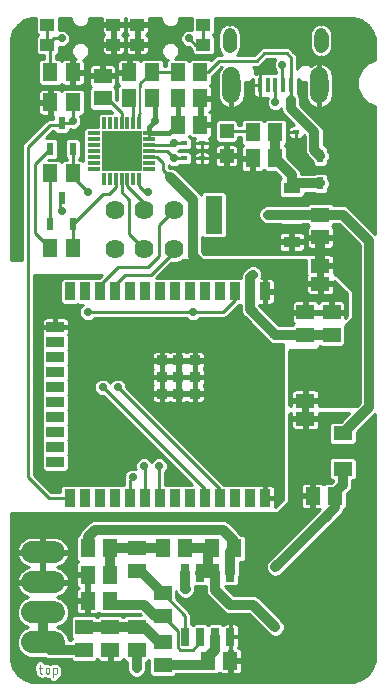
<source format=gtl>
G75*
%MOIN*%
%OFA0B0*%
%FSLAX25Y25*%
%IPPOS*%
%LPD*%
%AMOC8*
5,1,8,0,0,1.08239X$1,22.5*
%
%ADD10C,0.00400*%
%ADD11R,0.05906X0.05118*%
%ADD12R,0.05118X0.05906*%
%ADD13R,0.03937X0.01181*%
%ADD14R,0.01181X0.03937*%
%ADD15R,0.13189X0.13189*%
%ADD16R,0.02244X0.01654*%
%ADD17R,0.04724X0.04724*%
%ADD18R,0.05709X0.03740*%
%ADD19R,0.05709X0.12795*%
%ADD20R,0.04724X0.03937*%
%ADD21R,0.02362X0.04331*%
%ADD22R,0.01969X0.04232*%
%ADD23C,0.02400*%
%ADD24R,0.06300X0.04600*%
%ADD25R,0.01772X0.05118*%
%ADD26C,0.06024*%
%ADD27C,0.04165*%
%ADD28C,0.00394*%
%ADD29C,0.00039*%
%ADD30R,0.03543X0.05906*%
%ADD31R,0.05906X0.03543*%
%ADD32R,0.03543X0.03543*%
%ADD33C,0.06378*%
%ADD34C,0.07200*%
%ADD35R,0.02559X0.06016*%
%ADD36R,0.06299X0.04724*%
%ADD37C,0.01000*%
%ADD38C,0.03200*%
%ADD39C,0.02756*%
%ADD40C,0.01600*%
%ADD41C,0.00700*%
D10*
X0011673Y0004967D02*
X0011673Y0007300D01*
X0011362Y0006367D02*
X0012296Y0006367D01*
X0013445Y0005744D02*
X0013445Y0005122D01*
X0013447Y0005073D01*
X0013453Y0005025D01*
X0013462Y0004977D01*
X0013475Y0004930D01*
X0013492Y0004884D01*
X0013513Y0004840D01*
X0013537Y0004797D01*
X0013564Y0004756D01*
X0013594Y0004718D01*
X0013627Y0004682D01*
X0013663Y0004649D01*
X0013701Y0004619D01*
X0013742Y0004592D01*
X0013785Y0004568D01*
X0013829Y0004547D01*
X0013875Y0004530D01*
X0013922Y0004517D01*
X0013970Y0004508D01*
X0014018Y0004502D01*
X0014067Y0004500D01*
X0014116Y0004502D01*
X0014164Y0004508D01*
X0014212Y0004517D01*
X0014259Y0004530D01*
X0014305Y0004547D01*
X0014349Y0004568D01*
X0014392Y0004592D01*
X0014433Y0004619D01*
X0014471Y0004649D01*
X0014507Y0004682D01*
X0014540Y0004718D01*
X0014570Y0004756D01*
X0014597Y0004797D01*
X0014621Y0004840D01*
X0014642Y0004884D01*
X0014659Y0004930D01*
X0014672Y0004977D01*
X0014681Y0005025D01*
X0014687Y0005073D01*
X0014689Y0005122D01*
X0014689Y0005744D01*
X0014687Y0005793D01*
X0014681Y0005841D01*
X0014672Y0005889D01*
X0014659Y0005936D01*
X0014642Y0005982D01*
X0014621Y0006026D01*
X0014597Y0006069D01*
X0014570Y0006110D01*
X0014540Y0006148D01*
X0014507Y0006184D01*
X0014471Y0006217D01*
X0014433Y0006247D01*
X0014392Y0006274D01*
X0014349Y0006298D01*
X0014305Y0006319D01*
X0014259Y0006336D01*
X0014212Y0006349D01*
X0014164Y0006358D01*
X0014116Y0006364D01*
X0014067Y0006366D01*
X0014018Y0006364D01*
X0013970Y0006358D01*
X0013922Y0006349D01*
X0013875Y0006336D01*
X0013829Y0006319D01*
X0013785Y0006298D01*
X0013742Y0006274D01*
X0013701Y0006247D01*
X0013663Y0006217D01*
X0013627Y0006184D01*
X0013594Y0006148D01*
X0013564Y0006110D01*
X0013537Y0006069D01*
X0013513Y0006026D01*
X0013492Y0005982D01*
X0013475Y0005936D01*
X0013462Y0005889D01*
X0013453Y0005841D01*
X0013447Y0005793D01*
X0013445Y0005744D01*
X0012140Y0004500D02*
X0012099Y0004502D01*
X0012059Y0004507D01*
X0012019Y0004516D01*
X0011980Y0004528D01*
X0011943Y0004544D01*
X0011907Y0004563D01*
X0011872Y0004584D01*
X0011840Y0004609D01*
X0011810Y0004637D01*
X0011782Y0004667D01*
X0011757Y0004699D01*
X0011736Y0004734D01*
X0011717Y0004770D01*
X0011701Y0004807D01*
X0011689Y0004846D01*
X0011680Y0004886D01*
X0011675Y0004926D01*
X0011673Y0004967D01*
X0012140Y0004500D02*
X0012296Y0004500D01*
X0016056Y0004500D02*
X0016833Y0004500D01*
X0016874Y0004502D01*
X0016914Y0004507D01*
X0016954Y0004516D01*
X0016993Y0004528D01*
X0017030Y0004544D01*
X0017067Y0004563D01*
X0017101Y0004584D01*
X0017133Y0004609D01*
X0017163Y0004637D01*
X0017191Y0004667D01*
X0017216Y0004699D01*
X0017237Y0004733D01*
X0017256Y0004770D01*
X0017272Y0004807D01*
X0017284Y0004846D01*
X0017293Y0004886D01*
X0017298Y0004926D01*
X0017300Y0004967D01*
X0017300Y0005900D01*
X0017298Y0005943D01*
X0017292Y0005986D01*
X0017282Y0006028D01*
X0017268Y0006069D01*
X0017251Y0006108D01*
X0017230Y0006146D01*
X0017206Y0006181D01*
X0017178Y0006215D01*
X0017148Y0006245D01*
X0017114Y0006273D01*
X0017079Y0006297D01*
X0017041Y0006318D01*
X0017002Y0006335D01*
X0016961Y0006349D01*
X0016919Y0006359D01*
X0016876Y0006365D01*
X0016833Y0006367D01*
X0016056Y0006367D01*
X0016056Y0003567D01*
D11*
X0026250Y0012510D03*
X0026250Y0019990D03*
X0035000Y0019990D03*
X0035000Y0012510D03*
X0043750Y0012510D03*
X0043750Y0019990D03*
X0052500Y0023760D03*
X0052500Y0031240D03*
X0043750Y0038760D03*
X0043750Y0046240D03*
X0052500Y0014990D03*
X0052500Y0007510D03*
X0100000Y0117510D03*
X0100000Y0124990D03*
X0108750Y0124990D03*
X0108750Y0117510D03*
X0105000Y0150010D03*
X0105000Y0157490D03*
X0032500Y0196260D03*
X0032500Y0203740D03*
D12*
X0041260Y0205000D03*
X0041260Y0196250D03*
X0048740Y0196250D03*
X0048740Y0205000D03*
X0057510Y0205000D03*
X0064990Y0205000D03*
X0064990Y0196250D03*
X0057510Y0196250D03*
X0057510Y0187500D03*
X0064990Y0187500D03*
X0082510Y0185000D03*
X0089990Y0185000D03*
X0089990Y0176250D03*
X0082510Y0176250D03*
X0022490Y0171250D03*
X0015010Y0171250D03*
X0015010Y0195000D03*
X0015010Y0205000D03*
X0022490Y0205000D03*
X0022490Y0195000D03*
X0022490Y0146250D03*
X0015010Y0146250D03*
X0027510Y0046250D03*
X0027510Y0037500D03*
X0034990Y0037500D03*
X0034990Y0046250D03*
X0034990Y0028750D03*
X0027510Y0028750D03*
X0052510Y0046250D03*
X0059990Y0046250D03*
X0068760Y0046250D03*
X0076240Y0046250D03*
X0102510Y0063750D03*
X0109990Y0063750D03*
X0074990Y0008750D03*
X0067510Y0008750D03*
D13*
X0048002Y0172844D03*
X0048002Y0174813D03*
X0048002Y0176781D03*
X0048002Y0178750D03*
X0048002Y0180719D03*
X0048002Y0182687D03*
X0048002Y0184656D03*
X0029498Y0184656D03*
X0029498Y0182687D03*
X0029498Y0180719D03*
X0029498Y0178750D03*
X0029498Y0176781D03*
X0029498Y0174813D03*
X0029498Y0172844D03*
D14*
X0032844Y0169498D03*
X0034813Y0169498D03*
X0036781Y0169498D03*
X0038750Y0169498D03*
X0040719Y0169498D03*
X0042687Y0169498D03*
X0044656Y0169498D03*
X0044656Y0188002D03*
X0042687Y0188002D03*
X0040719Y0188002D03*
X0038750Y0188002D03*
X0036781Y0188002D03*
X0034813Y0188002D03*
X0032844Y0188002D03*
D15*
X0038750Y0178750D03*
D16*
X0059449Y0176250D03*
X0059449Y0181250D03*
X0065551Y0181250D03*
X0065551Y0176250D03*
X0096949Y0185000D03*
X0103051Y0185000D03*
D17*
X0073750Y0185384D03*
X0073750Y0177116D03*
D18*
X0095492Y0166516D03*
X0095492Y0157500D03*
X0095492Y0148484D03*
D19*
X0069508Y0157500D03*
D20*
X0066024Y0214154D03*
X0066024Y0220846D03*
X0043976Y0220846D03*
X0043976Y0214154D03*
X0036024Y0214154D03*
X0036024Y0220846D03*
X0013976Y0220846D03*
X0013976Y0214154D03*
D21*
X0018750Y0188081D03*
X0015010Y0179419D03*
X0022490Y0179419D03*
X0018750Y0163081D03*
X0015010Y0154419D03*
X0022490Y0154419D03*
D22*
X0105000Y0167925D03*
X0105000Y0177075D03*
D23*
X0105000Y0140000D02*
X0105000Y0135000D01*
X0100000Y0095000D02*
X0100000Y0090000D01*
D24*
X0100000Y0089500D03*
X0100000Y0095500D03*
X0105000Y0134500D03*
X0105000Y0140500D03*
D25*
X0095118Y0200583D03*
X0092559Y0200583D03*
X0090000Y0200583D03*
X0087441Y0200583D03*
X0084882Y0200583D03*
D26*
X0075335Y0203594D02*
X0075335Y0197571D01*
X0104665Y0197571D02*
X0104665Y0203594D01*
D27*
X0105256Y0213461D02*
X0105256Y0217626D01*
X0074744Y0217626D02*
X0074744Y0213461D01*
D28*
X0075036Y0204504D02*
X0074453Y0204380D01*
X0073907Y0204137D01*
X0073425Y0203787D01*
X0073025Y0203343D01*
X0072727Y0202826D01*
X0072543Y0202259D01*
X0072480Y0201665D01*
X0072480Y0199500D01*
X0072543Y0198907D01*
X0072727Y0198339D01*
X0073025Y0197822D01*
X0073425Y0197379D01*
X0073907Y0197028D01*
X0074453Y0196785D01*
X0075036Y0196661D01*
X0075633Y0196661D01*
X0076217Y0196785D01*
X0076762Y0197028D01*
X0077245Y0197379D01*
X0077644Y0197822D01*
X0077942Y0198339D01*
X0078127Y0198907D01*
X0078189Y0199500D01*
X0078189Y0201665D01*
X0078127Y0202259D01*
X0077942Y0202826D01*
X0077644Y0203343D01*
X0077245Y0203787D01*
X0076762Y0204137D01*
X0076217Y0204380D01*
X0075633Y0204504D01*
X0075036Y0204504D01*
X0074368Y0204343D02*
X0076301Y0204343D01*
X0077019Y0203950D02*
X0073650Y0203950D01*
X0073219Y0203558D02*
X0077450Y0203558D01*
X0077746Y0203166D02*
X0072923Y0203166D01*
X0072710Y0202774D02*
X0077959Y0202774D01*
X0078087Y0202381D02*
X0072583Y0202381D01*
X0072514Y0201989D02*
X0078155Y0201989D01*
X0078189Y0201597D02*
X0072480Y0201597D01*
X0072480Y0201205D02*
X0078189Y0201205D01*
X0078189Y0200813D02*
X0072480Y0200813D01*
X0072480Y0200420D02*
X0078189Y0200420D01*
X0078189Y0200028D02*
X0072480Y0200028D01*
X0072480Y0199636D02*
X0078189Y0199636D01*
X0078162Y0199244D02*
X0072507Y0199244D01*
X0072561Y0198852D02*
X0078109Y0198852D01*
X0077981Y0198459D02*
X0072688Y0198459D01*
X0072884Y0198067D02*
X0077785Y0198067D01*
X0077511Y0197675D02*
X0073158Y0197675D01*
X0073557Y0197283D02*
X0077112Y0197283D01*
X0076453Y0196890D02*
X0074217Y0196890D01*
X0101811Y0199500D02*
X0101811Y0201665D01*
X0101873Y0202259D01*
X0102058Y0202826D01*
X0102356Y0203343D01*
X0102755Y0203787D01*
X0103238Y0204137D01*
X0103783Y0204380D01*
X0104367Y0204504D01*
X0104964Y0204504D01*
X0105547Y0204380D01*
X0106093Y0204137D01*
X0106575Y0203787D01*
X0106975Y0203343D01*
X0107273Y0202826D01*
X0107457Y0202259D01*
X0107520Y0201665D01*
X0107520Y0199500D01*
X0107457Y0198907D01*
X0107273Y0198339D01*
X0106975Y0197822D01*
X0106575Y0197379D01*
X0106093Y0197028D01*
X0105547Y0196785D01*
X0104964Y0196661D01*
X0104367Y0196661D01*
X0103783Y0196785D01*
X0103238Y0197028D01*
X0102755Y0197379D01*
X0102356Y0197822D01*
X0102058Y0198339D01*
X0101873Y0198907D01*
X0101811Y0199500D01*
X0101811Y0199636D02*
X0107520Y0199636D01*
X0107520Y0200028D02*
X0101811Y0200028D01*
X0101811Y0200420D02*
X0107520Y0200420D01*
X0107520Y0200813D02*
X0101811Y0200813D01*
X0101811Y0201205D02*
X0107520Y0201205D01*
X0107520Y0201597D02*
X0101811Y0201597D01*
X0101845Y0201989D02*
X0107486Y0201989D01*
X0107417Y0202381D02*
X0101913Y0202381D01*
X0102041Y0202774D02*
X0107290Y0202774D01*
X0107077Y0203166D02*
X0102254Y0203166D01*
X0102550Y0203558D02*
X0106781Y0203558D01*
X0106350Y0203950D02*
X0102981Y0203950D01*
X0103699Y0204343D02*
X0105632Y0204343D01*
X0107493Y0199244D02*
X0101838Y0199244D01*
X0101891Y0198852D02*
X0107439Y0198852D01*
X0107312Y0198459D02*
X0102019Y0198459D01*
X0102215Y0198067D02*
X0107116Y0198067D01*
X0106842Y0197675D02*
X0102489Y0197675D01*
X0102888Y0197283D02*
X0106443Y0197283D01*
X0105783Y0196890D02*
X0103547Y0196890D01*
D29*
X0105019Y0212012D02*
X0104556Y0212111D01*
X0104124Y0212303D01*
X0103741Y0212581D01*
X0103424Y0212933D01*
X0103188Y0213343D01*
X0103042Y0213793D01*
X0102992Y0214264D01*
X0102992Y0216823D01*
X0103042Y0217294D01*
X0103188Y0217744D01*
X0103424Y0218153D01*
X0103741Y0218505D01*
X0104124Y0218783D01*
X0104556Y0218976D01*
X0105019Y0219074D01*
X0105493Y0219074D01*
X0105955Y0218976D01*
X0106388Y0218783D01*
X0106771Y0218505D01*
X0107087Y0218153D01*
X0107324Y0217744D01*
X0107470Y0217294D01*
X0107520Y0216823D01*
X0107520Y0214264D01*
X0107470Y0213793D01*
X0107324Y0213343D01*
X0107087Y0212933D01*
X0106771Y0212581D01*
X0106388Y0212303D01*
X0105955Y0212111D01*
X0105493Y0212012D01*
X0105019Y0212012D01*
X0104973Y0212022D02*
X0105539Y0212022D01*
X0105717Y0212060D02*
X0104795Y0212060D01*
X0104617Y0212098D02*
X0105895Y0212098D01*
X0106012Y0212136D02*
X0104500Y0212136D01*
X0104415Y0212174D02*
X0106097Y0212174D01*
X0106182Y0212212D02*
X0104330Y0212212D01*
X0104245Y0212249D02*
X0106267Y0212249D01*
X0106352Y0212287D02*
X0104160Y0212287D01*
X0104094Y0212325D02*
X0106418Y0212325D01*
X0106470Y0212363D02*
X0104042Y0212363D01*
X0103990Y0212401D02*
X0106522Y0212401D01*
X0106574Y0212439D02*
X0103937Y0212439D01*
X0103885Y0212477D02*
X0106627Y0212477D01*
X0106679Y0212515D02*
X0103833Y0212515D01*
X0103781Y0212553D02*
X0106731Y0212553D01*
X0106779Y0212590D02*
X0103733Y0212590D01*
X0103699Y0212628D02*
X0106813Y0212628D01*
X0106847Y0212666D02*
X0103665Y0212666D01*
X0103631Y0212704D02*
X0106881Y0212704D01*
X0106915Y0212742D02*
X0103597Y0212742D01*
X0103563Y0212780D02*
X0106949Y0212780D01*
X0106983Y0212818D02*
X0103528Y0212818D01*
X0103494Y0212856D02*
X0107017Y0212856D01*
X0107052Y0212893D02*
X0103460Y0212893D01*
X0103426Y0212931D02*
X0107086Y0212931D01*
X0107108Y0212969D02*
X0103404Y0212969D01*
X0103382Y0213007D02*
X0107130Y0213007D01*
X0107152Y0213045D02*
X0103360Y0213045D01*
X0103338Y0213083D02*
X0107174Y0213083D01*
X0107196Y0213121D02*
X0103316Y0213121D01*
X0103294Y0213159D02*
X0107218Y0213159D01*
X0107239Y0213197D02*
X0103272Y0213197D01*
X0103251Y0213234D02*
X0107261Y0213234D01*
X0107283Y0213272D02*
X0103229Y0213272D01*
X0103207Y0213310D02*
X0107305Y0213310D01*
X0107326Y0213348D02*
X0103186Y0213348D01*
X0103174Y0213386D02*
X0107338Y0213386D01*
X0107350Y0213424D02*
X0103162Y0213424D01*
X0103149Y0213462D02*
X0107363Y0213462D01*
X0107375Y0213500D02*
X0103137Y0213500D01*
X0103125Y0213537D02*
X0107387Y0213537D01*
X0107399Y0213575D02*
X0103112Y0213575D01*
X0103100Y0213613D02*
X0107412Y0213613D01*
X0107424Y0213651D02*
X0103088Y0213651D01*
X0103075Y0213689D02*
X0107436Y0213689D01*
X0107449Y0213727D02*
X0103063Y0213727D01*
X0103051Y0213765D02*
X0107461Y0213765D01*
X0107471Y0213803D02*
X0103041Y0213803D01*
X0103037Y0213840D02*
X0107475Y0213840D01*
X0107479Y0213878D02*
X0103033Y0213878D01*
X0103029Y0213916D02*
X0107483Y0213916D01*
X0107487Y0213954D02*
X0103025Y0213954D01*
X0103021Y0213992D02*
X0107491Y0213992D01*
X0107495Y0214030D02*
X0103017Y0214030D01*
X0103013Y0214068D02*
X0107499Y0214068D01*
X0107503Y0214106D02*
X0103009Y0214106D01*
X0103005Y0214144D02*
X0107507Y0214144D01*
X0107511Y0214181D02*
X0103001Y0214181D01*
X0102997Y0214219D02*
X0107515Y0214219D01*
X0107519Y0214257D02*
X0102993Y0214257D01*
X0102992Y0214295D02*
X0107520Y0214295D01*
X0107520Y0214333D02*
X0102992Y0214333D01*
X0102992Y0214371D02*
X0107520Y0214371D01*
X0107520Y0214409D02*
X0102992Y0214409D01*
X0102992Y0214447D02*
X0107520Y0214447D01*
X0107520Y0214484D02*
X0102992Y0214484D01*
X0102992Y0214522D02*
X0107520Y0214522D01*
X0107520Y0214560D02*
X0102992Y0214560D01*
X0102992Y0214598D02*
X0107520Y0214598D01*
X0107520Y0214636D02*
X0102992Y0214636D01*
X0102992Y0214674D02*
X0107520Y0214674D01*
X0107520Y0214712D02*
X0102992Y0214712D01*
X0102992Y0214750D02*
X0107520Y0214750D01*
X0107520Y0214788D02*
X0102992Y0214788D01*
X0102992Y0214825D02*
X0107520Y0214825D01*
X0107520Y0214863D02*
X0102992Y0214863D01*
X0102992Y0214901D02*
X0107520Y0214901D01*
X0107520Y0214939D02*
X0102992Y0214939D01*
X0102992Y0214977D02*
X0107520Y0214977D01*
X0107520Y0215015D02*
X0102992Y0215015D01*
X0102992Y0215053D02*
X0107520Y0215053D01*
X0107520Y0215091D02*
X0102992Y0215091D01*
X0102992Y0215128D02*
X0107520Y0215128D01*
X0107520Y0215166D02*
X0102992Y0215166D01*
X0102992Y0215204D02*
X0107520Y0215204D01*
X0107520Y0215242D02*
X0102992Y0215242D01*
X0102992Y0215280D02*
X0107520Y0215280D01*
X0107520Y0215318D02*
X0102992Y0215318D01*
X0102992Y0215356D02*
X0107520Y0215356D01*
X0107520Y0215394D02*
X0102992Y0215394D01*
X0102992Y0215432D02*
X0107520Y0215432D01*
X0107520Y0215469D02*
X0102992Y0215469D01*
X0102992Y0215507D02*
X0107520Y0215507D01*
X0107520Y0215545D02*
X0102992Y0215545D01*
X0102992Y0215583D02*
X0107520Y0215583D01*
X0107520Y0215621D02*
X0102992Y0215621D01*
X0102992Y0215659D02*
X0107520Y0215659D01*
X0107520Y0215697D02*
X0102992Y0215697D01*
X0102992Y0215735D02*
X0107520Y0215735D01*
X0107520Y0215772D02*
X0102992Y0215772D01*
X0102992Y0215810D02*
X0107520Y0215810D01*
X0107520Y0215848D02*
X0102992Y0215848D01*
X0102992Y0215886D02*
X0107520Y0215886D01*
X0107520Y0215924D02*
X0102992Y0215924D01*
X0102992Y0215962D02*
X0107520Y0215962D01*
X0107520Y0216000D02*
X0102992Y0216000D01*
X0102992Y0216038D02*
X0107520Y0216038D01*
X0107520Y0216075D02*
X0102992Y0216075D01*
X0102992Y0216113D02*
X0107520Y0216113D01*
X0107520Y0216151D02*
X0102992Y0216151D01*
X0102992Y0216189D02*
X0107520Y0216189D01*
X0107520Y0216227D02*
X0102992Y0216227D01*
X0102992Y0216265D02*
X0107520Y0216265D01*
X0107520Y0216303D02*
X0102992Y0216303D01*
X0102992Y0216341D02*
X0107520Y0216341D01*
X0107520Y0216379D02*
X0102992Y0216379D01*
X0102992Y0216416D02*
X0107520Y0216416D01*
X0107520Y0216454D02*
X0102992Y0216454D01*
X0102992Y0216492D02*
X0107520Y0216492D01*
X0107520Y0216530D02*
X0102992Y0216530D01*
X0102992Y0216568D02*
X0107520Y0216568D01*
X0107520Y0216606D02*
X0102992Y0216606D01*
X0102992Y0216644D02*
X0107520Y0216644D01*
X0107520Y0216682D02*
X0102992Y0216682D01*
X0102992Y0216719D02*
X0107520Y0216719D01*
X0107520Y0216757D02*
X0102992Y0216757D01*
X0102992Y0216795D02*
X0107520Y0216795D01*
X0107519Y0216833D02*
X0102993Y0216833D01*
X0102997Y0216871D02*
X0107515Y0216871D01*
X0107511Y0216909D02*
X0103001Y0216909D01*
X0103005Y0216947D02*
X0107507Y0216947D01*
X0107503Y0216985D02*
X0103009Y0216985D01*
X0103013Y0217023D02*
X0107499Y0217023D01*
X0107495Y0217060D02*
X0103017Y0217060D01*
X0103021Y0217098D02*
X0107491Y0217098D01*
X0107487Y0217136D02*
X0103025Y0217136D01*
X0103029Y0217174D02*
X0107483Y0217174D01*
X0107479Y0217212D02*
X0103033Y0217212D01*
X0103037Y0217250D02*
X0107475Y0217250D01*
X0107471Y0217288D02*
X0103041Y0217288D01*
X0103052Y0217326D02*
X0107460Y0217326D01*
X0107447Y0217363D02*
X0103064Y0217363D01*
X0103077Y0217401D02*
X0107435Y0217401D01*
X0107423Y0217439D02*
X0103089Y0217439D01*
X0103101Y0217477D02*
X0107411Y0217477D01*
X0107398Y0217515D02*
X0103114Y0217515D01*
X0103126Y0217553D02*
X0107386Y0217553D01*
X0107374Y0217591D02*
X0103138Y0217591D01*
X0103150Y0217629D02*
X0107361Y0217629D01*
X0107349Y0217667D02*
X0103163Y0217667D01*
X0103175Y0217704D02*
X0107337Y0217704D01*
X0107324Y0217742D02*
X0103187Y0217742D01*
X0103209Y0217780D02*
X0107303Y0217780D01*
X0107281Y0217818D02*
X0103231Y0217818D01*
X0103253Y0217856D02*
X0107259Y0217856D01*
X0107237Y0217894D02*
X0103275Y0217894D01*
X0103296Y0217932D02*
X0107215Y0217932D01*
X0107194Y0217970D02*
X0103318Y0217970D01*
X0103340Y0218007D02*
X0107172Y0218007D01*
X0107150Y0218045D02*
X0103362Y0218045D01*
X0103384Y0218083D02*
X0107128Y0218083D01*
X0107106Y0218121D02*
X0103406Y0218121D01*
X0103429Y0218159D02*
X0107082Y0218159D01*
X0107048Y0218197D02*
X0103464Y0218197D01*
X0103498Y0218235D02*
X0107014Y0218235D01*
X0106980Y0218273D02*
X0103532Y0218273D01*
X0103566Y0218310D02*
X0106946Y0218310D01*
X0106912Y0218348D02*
X0103600Y0218348D01*
X0103634Y0218386D02*
X0106878Y0218386D01*
X0106844Y0218424D02*
X0103668Y0218424D01*
X0103702Y0218462D02*
X0106809Y0218462D01*
X0106775Y0218500D02*
X0103736Y0218500D01*
X0103786Y0218538D02*
X0106726Y0218538D01*
X0106674Y0218576D02*
X0103838Y0218576D01*
X0103890Y0218614D02*
X0106621Y0218614D01*
X0106569Y0218651D02*
X0103942Y0218651D01*
X0103995Y0218689D02*
X0106517Y0218689D01*
X0106465Y0218727D02*
X0104047Y0218727D01*
X0104099Y0218765D02*
X0106413Y0218765D01*
X0106344Y0218803D02*
X0104168Y0218803D01*
X0104253Y0218841D02*
X0106259Y0218841D01*
X0106174Y0218879D02*
X0104338Y0218879D01*
X0104423Y0218917D02*
X0106088Y0218917D01*
X0106003Y0218954D02*
X0104508Y0218954D01*
X0104634Y0218992D02*
X0105878Y0218992D01*
X0105699Y0219030D02*
X0104812Y0219030D01*
X0104991Y0219068D02*
X0105521Y0219068D01*
X0077008Y0216823D02*
X0077008Y0214264D01*
X0076958Y0213793D01*
X0076812Y0213343D01*
X0076576Y0212933D01*
X0076259Y0212581D01*
X0075876Y0212303D01*
X0075444Y0212111D01*
X0074981Y0212012D01*
X0074507Y0212012D01*
X0074045Y0212111D01*
X0073612Y0212303D01*
X0073229Y0212581D01*
X0072913Y0212933D01*
X0072676Y0213343D01*
X0072530Y0213793D01*
X0072480Y0214264D01*
X0072480Y0216823D01*
X0072530Y0217294D01*
X0072676Y0217744D01*
X0072913Y0218153D01*
X0073229Y0218505D01*
X0073612Y0218783D01*
X0074045Y0218976D01*
X0074507Y0219074D01*
X0074981Y0219074D01*
X0075444Y0218976D01*
X0075876Y0218783D01*
X0076259Y0218505D01*
X0076576Y0218153D01*
X0076812Y0217744D01*
X0076958Y0217294D01*
X0077008Y0216823D01*
X0077007Y0216833D02*
X0072481Y0216833D01*
X0072480Y0216795D02*
X0077008Y0216795D01*
X0077008Y0216757D02*
X0072480Y0216757D01*
X0072480Y0216719D02*
X0077008Y0216719D01*
X0077008Y0216682D02*
X0072480Y0216682D01*
X0072480Y0216644D02*
X0077008Y0216644D01*
X0077008Y0216606D02*
X0072480Y0216606D01*
X0072480Y0216568D02*
X0077008Y0216568D01*
X0077008Y0216530D02*
X0072480Y0216530D01*
X0072480Y0216492D02*
X0077008Y0216492D01*
X0077008Y0216454D02*
X0072480Y0216454D01*
X0072480Y0216416D02*
X0077008Y0216416D01*
X0077008Y0216379D02*
X0072480Y0216379D01*
X0072480Y0216341D02*
X0077008Y0216341D01*
X0077008Y0216303D02*
X0072480Y0216303D01*
X0072480Y0216265D02*
X0077008Y0216265D01*
X0077008Y0216227D02*
X0072480Y0216227D01*
X0072480Y0216189D02*
X0077008Y0216189D01*
X0077008Y0216151D02*
X0072480Y0216151D01*
X0072480Y0216113D02*
X0077008Y0216113D01*
X0077008Y0216075D02*
X0072480Y0216075D01*
X0072480Y0216038D02*
X0077008Y0216038D01*
X0077008Y0216000D02*
X0072480Y0216000D01*
X0072480Y0215962D02*
X0077008Y0215962D01*
X0077008Y0215924D02*
X0072480Y0215924D01*
X0072480Y0215886D02*
X0077008Y0215886D01*
X0077008Y0215848D02*
X0072480Y0215848D01*
X0072480Y0215810D02*
X0077008Y0215810D01*
X0077008Y0215772D02*
X0072480Y0215772D01*
X0072480Y0215735D02*
X0077008Y0215735D01*
X0077008Y0215697D02*
X0072480Y0215697D01*
X0072480Y0215659D02*
X0077008Y0215659D01*
X0077008Y0215621D02*
X0072480Y0215621D01*
X0072480Y0215583D02*
X0077008Y0215583D01*
X0077008Y0215545D02*
X0072480Y0215545D01*
X0072480Y0215507D02*
X0077008Y0215507D01*
X0077008Y0215469D02*
X0072480Y0215469D01*
X0072480Y0215432D02*
X0077008Y0215432D01*
X0077008Y0215394D02*
X0072480Y0215394D01*
X0072480Y0215356D02*
X0077008Y0215356D01*
X0077008Y0215318D02*
X0072480Y0215318D01*
X0072480Y0215280D02*
X0077008Y0215280D01*
X0077008Y0215242D02*
X0072480Y0215242D01*
X0072480Y0215204D02*
X0077008Y0215204D01*
X0077008Y0215166D02*
X0072480Y0215166D01*
X0072480Y0215128D02*
X0077008Y0215128D01*
X0077008Y0215091D02*
X0072480Y0215091D01*
X0072480Y0215053D02*
X0077008Y0215053D01*
X0077008Y0215015D02*
X0072480Y0215015D01*
X0072480Y0214977D02*
X0077008Y0214977D01*
X0077008Y0214939D02*
X0072480Y0214939D01*
X0072480Y0214901D02*
X0077008Y0214901D01*
X0077008Y0214863D02*
X0072480Y0214863D01*
X0072480Y0214825D02*
X0077008Y0214825D01*
X0077008Y0214788D02*
X0072480Y0214788D01*
X0072480Y0214750D02*
X0077008Y0214750D01*
X0077008Y0214712D02*
X0072480Y0214712D01*
X0072480Y0214674D02*
X0077008Y0214674D01*
X0077008Y0214636D02*
X0072480Y0214636D01*
X0072480Y0214598D02*
X0077008Y0214598D01*
X0077008Y0214560D02*
X0072480Y0214560D01*
X0072480Y0214522D02*
X0077008Y0214522D01*
X0077008Y0214484D02*
X0072480Y0214484D01*
X0072480Y0214447D02*
X0077008Y0214447D01*
X0077008Y0214409D02*
X0072480Y0214409D01*
X0072480Y0214371D02*
X0077008Y0214371D01*
X0077008Y0214333D02*
X0072480Y0214333D01*
X0072480Y0214295D02*
X0077008Y0214295D01*
X0077007Y0214257D02*
X0072481Y0214257D01*
X0072485Y0214219D02*
X0077003Y0214219D01*
X0076999Y0214181D02*
X0072489Y0214181D01*
X0072493Y0214144D02*
X0076995Y0214144D01*
X0076991Y0214106D02*
X0072497Y0214106D01*
X0072501Y0214068D02*
X0076987Y0214068D01*
X0076983Y0214030D02*
X0072505Y0214030D01*
X0072509Y0213992D02*
X0076979Y0213992D01*
X0076975Y0213954D02*
X0072513Y0213954D01*
X0072517Y0213916D02*
X0076971Y0213916D01*
X0076967Y0213878D02*
X0072521Y0213878D01*
X0072525Y0213840D02*
X0076963Y0213840D01*
X0076959Y0213803D02*
X0072529Y0213803D01*
X0072539Y0213765D02*
X0076949Y0213765D01*
X0076937Y0213727D02*
X0072551Y0213727D01*
X0072564Y0213689D02*
X0076925Y0213689D01*
X0076912Y0213651D02*
X0072576Y0213651D01*
X0072588Y0213613D02*
X0076900Y0213613D01*
X0076888Y0213575D02*
X0072601Y0213575D01*
X0072613Y0213537D02*
X0076875Y0213537D01*
X0076863Y0213500D02*
X0072625Y0213500D01*
X0072637Y0213462D02*
X0076851Y0213462D01*
X0076838Y0213424D02*
X0072650Y0213424D01*
X0072662Y0213386D02*
X0076826Y0213386D01*
X0076814Y0213348D02*
X0072674Y0213348D01*
X0072695Y0213310D02*
X0076793Y0213310D01*
X0076771Y0213272D02*
X0072717Y0213272D01*
X0072739Y0213234D02*
X0076749Y0213234D01*
X0076728Y0213197D02*
X0072761Y0213197D01*
X0072782Y0213159D02*
X0076706Y0213159D01*
X0076684Y0213121D02*
X0072804Y0213121D01*
X0072826Y0213083D02*
X0076662Y0213083D01*
X0076640Y0213045D02*
X0072848Y0213045D01*
X0072870Y0213007D02*
X0076618Y0213007D01*
X0076596Y0212969D02*
X0072892Y0212969D01*
X0072914Y0212931D02*
X0076574Y0212931D01*
X0076540Y0212893D02*
X0072948Y0212893D01*
X0072983Y0212856D02*
X0076506Y0212856D01*
X0076472Y0212818D02*
X0073017Y0212818D01*
X0073051Y0212780D02*
X0076437Y0212780D01*
X0076403Y0212742D02*
X0073085Y0212742D01*
X0073119Y0212704D02*
X0076369Y0212704D01*
X0076335Y0212666D02*
X0073153Y0212666D01*
X0073187Y0212628D02*
X0076301Y0212628D01*
X0076267Y0212590D02*
X0073221Y0212590D01*
X0073269Y0212553D02*
X0076219Y0212553D01*
X0076167Y0212515D02*
X0073321Y0212515D01*
X0073373Y0212477D02*
X0076115Y0212477D01*
X0076063Y0212439D02*
X0073426Y0212439D01*
X0073478Y0212401D02*
X0076010Y0212401D01*
X0075958Y0212363D02*
X0073530Y0212363D01*
X0073582Y0212325D02*
X0075906Y0212325D01*
X0075840Y0212287D02*
X0073648Y0212287D01*
X0073733Y0212249D02*
X0075755Y0212249D01*
X0075670Y0212212D02*
X0073818Y0212212D01*
X0073903Y0212174D02*
X0075585Y0212174D01*
X0075500Y0212136D02*
X0073988Y0212136D01*
X0074105Y0212098D02*
X0075383Y0212098D01*
X0075205Y0212060D02*
X0074283Y0212060D01*
X0074461Y0212022D02*
X0075027Y0212022D01*
X0077003Y0216871D02*
X0072485Y0216871D01*
X0072489Y0216909D02*
X0076999Y0216909D01*
X0076995Y0216947D02*
X0072493Y0216947D01*
X0072497Y0216985D02*
X0076991Y0216985D01*
X0076987Y0217023D02*
X0072501Y0217023D01*
X0072505Y0217060D02*
X0076983Y0217060D01*
X0076979Y0217098D02*
X0072509Y0217098D01*
X0072513Y0217136D02*
X0076975Y0217136D01*
X0076971Y0217174D02*
X0072517Y0217174D01*
X0072521Y0217212D02*
X0076967Y0217212D01*
X0076963Y0217250D02*
X0072525Y0217250D01*
X0072529Y0217288D02*
X0076959Y0217288D01*
X0076948Y0217326D02*
X0072540Y0217326D01*
X0072553Y0217363D02*
X0076936Y0217363D01*
X0076923Y0217401D02*
X0072565Y0217401D01*
X0072577Y0217439D02*
X0076911Y0217439D01*
X0076899Y0217477D02*
X0072589Y0217477D01*
X0072602Y0217515D02*
X0076886Y0217515D01*
X0076874Y0217553D02*
X0072614Y0217553D01*
X0072626Y0217591D02*
X0076862Y0217591D01*
X0076850Y0217629D02*
X0072639Y0217629D01*
X0072651Y0217667D02*
X0076837Y0217667D01*
X0076825Y0217704D02*
X0072663Y0217704D01*
X0072676Y0217742D02*
X0076813Y0217742D01*
X0076791Y0217780D02*
X0072697Y0217780D01*
X0072719Y0217818D02*
X0076769Y0217818D01*
X0076747Y0217856D02*
X0072741Y0217856D01*
X0072763Y0217894D02*
X0076725Y0217894D01*
X0076704Y0217932D02*
X0072785Y0217932D01*
X0072806Y0217970D02*
X0076682Y0217970D01*
X0076660Y0218007D02*
X0072828Y0218007D01*
X0072850Y0218045D02*
X0076638Y0218045D01*
X0076616Y0218083D02*
X0072872Y0218083D01*
X0072894Y0218121D02*
X0076594Y0218121D01*
X0076571Y0218159D02*
X0072918Y0218159D01*
X0072952Y0218197D02*
X0076536Y0218197D01*
X0076502Y0218235D02*
X0072986Y0218235D01*
X0073020Y0218273D02*
X0076468Y0218273D01*
X0076434Y0218310D02*
X0073054Y0218310D01*
X0073088Y0218348D02*
X0076400Y0218348D01*
X0076366Y0218386D02*
X0073122Y0218386D01*
X0073156Y0218424D02*
X0076332Y0218424D01*
X0076298Y0218462D02*
X0073190Y0218462D01*
X0073225Y0218500D02*
X0076264Y0218500D01*
X0076214Y0218538D02*
X0073274Y0218538D01*
X0073326Y0218576D02*
X0076162Y0218576D01*
X0076110Y0218614D02*
X0073379Y0218614D01*
X0073431Y0218651D02*
X0076058Y0218651D01*
X0076005Y0218689D02*
X0073483Y0218689D01*
X0073535Y0218727D02*
X0075953Y0218727D01*
X0075901Y0218765D02*
X0073587Y0218765D01*
X0073656Y0218803D02*
X0075832Y0218803D01*
X0075747Y0218841D02*
X0073741Y0218841D01*
X0073826Y0218879D02*
X0075662Y0218879D01*
X0075577Y0218917D02*
X0073912Y0218917D01*
X0073997Y0218954D02*
X0075492Y0218954D01*
X0075366Y0218992D02*
X0074122Y0218992D01*
X0074301Y0219030D02*
X0075188Y0219030D01*
X0075009Y0219068D02*
X0074479Y0219068D01*
D30*
X0076594Y0131949D03*
X0071594Y0131949D03*
X0066594Y0131949D03*
X0061594Y0131949D03*
X0056594Y0131949D03*
X0051594Y0131949D03*
X0046594Y0131949D03*
X0041594Y0131949D03*
X0036594Y0131949D03*
X0031594Y0131949D03*
X0026594Y0131949D03*
X0021594Y0131949D03*
X0021594Y0063051D03*
X0026594Y0063051D03*
X0031594Y0063051D03*
X0036594Y0063051D03*
X0041594Y0063051D03*
X0046594Y0063051D03*
X0051594Y0063051D03*
X0056594Y0063051D03*
X0061594Y0063051D03*
X0066594Y0063051D03*
X0071594Y0063051D03*
X0076594Y0063051D03*
X0081594Y0063051D03*
X0086594Y0063051D03*
X0086594Y0131949D03*
X0081594Y0131949D03*
D31*
X0016673Y0120000D03*
X0016673Y0115000D03*
X0016673Y0110000D03*
X0016673Y0105000D03*
X0016673Y0100000D03*
X0016673Y0095000D03*
X0016673Y0090000D03*
X0016673Y0085000D03*
X0016673Y0080000D03*
X0016673Y0075000D03*
D32*
X0052185Y0097894D03*
X0052185Y0103406D03*
X0052185Y0108917D03*
X0057697Y0108917D03*
X0057697Y0103406D03*
X0057697Y0097894D03*
X0063209Y0097894D03*
X0063209Y0103406D03*
X0063209Y0108917D03*
D33*
X0056093Y0146004D03*
X0046250Y0146004D03*
X0036407Y0146004D03*
X0036407Y0158996D03*
X0046250Y0158996D03*
X0056093Y0158996D03*
D34*
X0016100Y0045000D02*
X0008900Y0045000D01*
X0008900Y0035000D02*
X0016100Y0035000D01*
X0016100Y0025000D02*
X0008900Y0025000D01*
X0008900Y0015000D02*
X0016100Y0015000D01*
D35*
X0060000Y0016827D03*
X0065000Y0016827D03*
X0070000Y0016827D03*
X0075000Y0016827D03*
X0075000Y0038173D03*
X0070000Y0038173D03*
X0065000Y0038173D03*
X0060000Y0038173D03*
D36*
X0112500Y0072844D03*
X0112500Y0084656D03*
D37*
X0002694Y0006277D02*
X0004202Y0004202D01*
X0006277Y0002694D01*
X0008717Y0001901D01*
X0010000Y0001800D01*
X0115000Y0001800D01*
X0116283Y0001901D01*
X0118723Y0002694D01*
X0120798Y0004202D01*
X0122306Y0006277D01*
X0123099Y0008717D01*
X0123200Y0010000D01*
X0123200Y0090971D01*
X0123006Y0090777D01*
X0123006Y0090777D01*
X0117150Y0084921D01*
X0117150Y0081672D01*
X0116271Y0080793D01*
X0108729Y0080793D01*
X0107850Y0081672D01*
X0107850Y0087639D01*
X0108729Y0088518D01*
X0111978Y0088518D01*
X0114710Y0091250D01*
X0104650Y0091250D01*
X0104650Y0090000D01*
X0102700Y0090000D01*
X0102700Y0089463D01*
X0102508Y0089000D01*
X0104650Y0089000D01*
X0104650Y0087003D01*
X0104548Y0086621D01*
X0104350Y0086279D01*
X0104071Y0086000D01*
X0103729Y0085802D01*
X0103347Y0085700D01*
X0100500Y0085700D01*
X0100500Y0087300D01*
X0099500Y0087300D01*
X0099500Y0085700D01*
X0096653Y0085700D01*
X0096271Y0085802D01*
X0095929Y0086000D01*
X0095650Y0086279D01*
X0095452Y0086621D01*
X0095350Y0087003D01*
X0095350Y0089000D01*
X0097492Y0089000D01*
X0097300Y0089463D01*
X0097300Y0090000D01*
X0095350Y0090000D01*
X0095350Y0091250D01*
X0095000Y0091250D01*
X0094500Y0090750D01*
X0094500Y0061672D01*
X0093328Y0060500D01*
X0090828Y0058000D01*
X0001800Y0058000D01*
X0001800Y0010000D01*
X0001901Y0008717D01*
X0002694Y0006277D01*
X0002902Y0005991D02*
X0009662Y0005991D01*
X0009662Y0005662D02*
X0009973Y0005351D01*
X0009973Y0004262D01*
X0010142Y0004094D01*
X0010554Y0003381D01*
X0010554Y0003381D01*
X0011267Y0002969D01*
X0011436Y0002800D01*
X0013000Y0002800D01*
X0013171Y0002971D01*
X0014067Y0002680D01*
X0014422Y0002796D01*
X0015351Y0001867D01*
X0016760Y0001867D01*
X0017756Y0002862D01*
X0017756Y0002997D01*
X0018419Y0003381D01*
X0018419Y0003381D01*
X0018831Y0004094D01*
X0019000Y0004262D01*
X0019000Y0005196D01*
X0019000Y0005863D01*
X0019000Y0006604D01*
X0019000Y0006604D01*
X0019000Y0006797D01*
X0017731Y0008067D01*
X0015351Y0008067D01*
X0015127Y0007842D01*
X0014067Y0008186D01*
X0014067Y0008186D01*
X0013373Y0007961D01*
X0013373Y0008004D01*
X0012378Y0009000D01*
X0010969Y0009000D01*
X0009973Y0008004D01*
X0009973Y0007382D01*
X0009662Y0007071D01*
X0009662Y0005662D01*
X0009973Y0004993D02*
X0003627Y0004993D01*
X0004488Y0003994D02*
X0010200Y0003994D01*
X0011221Y0002996D02*
X0005862Y0002996D01*
X0008422Y0001997D02*
X0015221Y0001997D01*
X0014067Y0002680D02*
X0014067Y0002680D01*
X0016890Y0001997D02*
X0116578Y0001997D01*
X0119138Y0002996D02*
X0017756Y0002996D01*
X0018774Y0003994D02*
X0041622Y0003994D01*
X0041994Y0003622D02*
X0041122Y0004494D01*
X0040650Y0005633D01*
X0040650Y0008451D01*
X0040176Y0008451D01*
X0039316Y0009311D01*
X0039153Y0009030D01*
X0038874Y0008750D01*
X0038532Y0008553D01*
X0038150Y0008451D01*
X0035500Y0008451D01*
X0035500Y0012010D01*
X0034500Y0012010D01*
X0034500Y0008451D01*
X0031850Y0008451D01*
X0031468Y0008553D01*
X0031126Y0008750D01*
X0030847Y0009030D01*
X0030684Y0009311D01*
X0029824Y0008451D01*
X0022676Y0008451D01*
X0021797Y0009329D01*
X0021797Y0009410D01*
X0014374Y0009410D01*
X0013234Y0009882D01*
X0013216Y0009900D01*
X0007886Y0009900D01*
X0006011Y0010676D01*
X0004576Y0012111D01*
X0003800Y0013986D01*
X0003800Y0016014D01*
X0004576Y0017889D01*
X0006011Y0019324D01*
X0007644Y0020000D01*
X0006011Y0020676D01*
X0004576Y0022111D01*
X0003800Y0023986D01*
X0003800Y0026014D01*
X0004576Y0027889D01*
X0006011Y0029324D01*
X0007706Y0030026D01*
X0007706Y0030026D01*
X0006942Y0030274D01*
X0006227Y0030638D01*
X0005578Y0031110D01*
X0005010Y0031678D01*
X0004538Y0032327D01*
X0004174Y0033042D01*
X0003926Y0033806D01*
X0003816Y0034500D01*
X0012000Y0034500D01*
X0012000Y0035500D01*
X0012000Y0040100D01*
X0012000Y0044500D01*
X0003816Y0044500D01*
X0003926Y0043806D01*
X0004174Y0043042D01*
X0004538Y0042327D01*
X0005010Y0041678D01*
X0005578Y0041110D01*
X0006227Y0040638D01*
X0006942Y0040274D01*
X0007706Y0040026D01*
X0007867Y0040000D01*
X0007706Y0039974D01*
X0006942Y0039726D01*
X0006227Y0039362D01*
X0005578Y0038890D01*
X0005010Y0038322D01*
X0004538Y0037673D01*
X0004174Y0036958D01*
X0003926Y0036194D01*
X0003816Y0035500D01*
X0012000Y0035500D01*
X0013000Y0035500D01*
X0021184Y0035500D01*
X0021074Y0036194D01*
X0020826Y0036958D01*
X0020462Y0037673D01*
X0019990Y0038322D01*
X0019422Y0038890D01*
X0018773Y0039362D01*
X0018058Y0039726D01*
X0017294Y0039974D01*
X0017133Y0040000D01*
X0017294Y0040026D01*
X0018058Y0040274D01*
X0018773Y0040638D01*
X0019422Y0041110D01*
X0019990Y0041678D01*
X0020462Y0042327D01*
X0020826Y0043042D01*
X0021074Y0043806D01*
X0021184Y0044500D01*
X0013000Y0044500D01*
X0013000Y0045500D01*
X0012000Y0045500D01*
X0012000Y0050100D01*
X0008499Y0050100D01*
X0007706Y0049974D01*
X0006942Y0049726D01*
X0006227Y0049362D01*
X0005578Y0048890D01*
X0005010Y0048322D01*
X0004538Y0047673D01*
X0004174Y0046958D01*
X0003926Y0046194D01*
X0003816Y0045500D01*
X0012000Y0045500D01*
X0012000Y0044500D01*
X0013000Y0044500D01*
X0013000Y0035500D01*
X0013000Y0034500D01*
X0021184Y0034500D01*
X0021074Y0033806D01*
X0020826Y0033042D01*
X0020462Y0032327D01*
X0019990Y0031678D01*
X0019422Y0031110D01*
X0018773Y0030638D01*
X0018058Y0030274D01*
X0017294Y0030026D01*
X0017294Y0030026D01*
X0018989Y0029324D01*
X0020424Y0027889D01*
X0021200Y0026014D01*
X0021200Y0023986D01*
X0020424Y0022111D01*
X0018989Y0020676D01*
X0017356Y0020000D01*
X0018989Y0019324D01*
X0020424Y0017889D01*
X0021200Y0016014D01*
X0021200Y0015610D01*
X0021797Y0015610D01*
X0021797Y0015690D01*
X0022357Y0016250D01*
X0021797Y0016810D01*
X0021797Y0023171D01*
X0022676Y0024049D01*
X0029824Y0024049D01*
X0030625Y0023248D01*
X0031426Y0024049D01*
X0038574Y0024049D01*
X0039375Y0023248D01*
X0040176Y0024049D01*
X0045327Y0024049D01*
X0044976Y0024400D01*
X0038273Y0024400D01*
X0038171Y0024297D01*
X0031810Y0024297D01*
X0031250Y0024857D01*
X0030990Y0024597D01*
X0030648Y0024399D01*
X0030266Y0024297D01*
X0028010Y0024297D01*
X0028010Y0028250D01*
X0027010Y0028250D01*
X0027010Y0024297D01*
X0024753Y0024297D01*
X0024372Y0024399D01*
X0024030Y0024597D01*
X0023750Y0024876D01*
X0023553Y0025218D01*
X0023451Y0025600D01*
X0023451Y0028250D01*
X0027010Y0028250D01*
X0027010Y0029250D01*
X0027010Y0037000D01*
X0028010Y0037000D01*
X0028010Y0033047D01*
X0028010Y0029250D01*
X0027010Y0029250D01*
X0023451Y0029250D01*
X0023451Y0031900D01*
X0023553Y0032282D01*
X0023750Y0032624D01*
X0024030Y0032903D01*
X0024372Y0033101D01*
X0024463Y0033125D01*
X0024372Y0033149D01*
X0024030Y0033347D01*
X0023750Y0033626D01*
X0023553Y0033968D01*
X0023451Y0034350D01*
X0023451Y0037000D01*
X0027010Y0037000D01*
X0027010Y0038000D01*
X0023451Y0038000D01*
X0023451Y0040650D01*
X0023553Y0041032D01*
X0023750Y0041374D01*
X0024030Y0041653D01*
X0024311Y0041816D01*
X0023451Y0042676D01*
X0023451Y0049824D01*
X0024329Y0050703D01*
X0024441Y0050703D01*
X0024882Y0051766D01*
X0027372Y0054256D01*
X0027372Y0054256D01*
X0028244Y0055128D01*
X0029383Y0055600D01*
X0073117Y0055600D01*
X0074256Y0055128D01*
X0075128Y0054256D01*
X0077996Y0051388D01*
X0078681Y0050703D01*
X0079421Y0050703D01*
X0080299Y0049824D01*
X0080299Y0042676D01*
X0079421Y0041797D01*
X0078100Y0041797D01*
X0078100Y0037557D01*
X0077780Y0036783D01*
X0077780Y0034544D01*
X0076901Y0033665D01*
X0073219Y0033665D01*
X0076284Y0030600D01*
X0083117Y0030600D01*
X0084256Y0030128D01*
X0085128Y0029256D01*
X0092628Y0021756D01*
X0093100Y0020617D01*
X0093100Y0019383D01*
X0092628Y0018244D01*
X0091756Y0017372D01*
X0090617Y0016900D01*
X0089383Y0016900D01*
X0088244Y0017372D01*
X0081216Y0024400D01*
X0074383Y0024400D01*
X0073244Y0024872D01*
X0067372Y0030744D01*
X0066900Y0031883D01*
X0066900Y0033665D01*
X0063100Y0033665D01*
X0063100Y0033448D01*
X0063197Y0033214D01*
X0063197Y0031981D01*
X0062725Y0030841D01*
X0061853Y0029969D01*
X0060714Y0029497D01*
X0059481Y0029497D01*
X0058341Y0029969D01*
X0058244Y0030066D01*
X0057372Y0030938D01*
X0056953Y0031950D01*
X0056953Y0029616D01*
X0062000Y0024569D01*
X0062000Y0021235D01*
X0062500Y0020735D01*
X0063099Y0021335D01*
X0066901Y0021335D01*
X0067500Y0020735D01*
X0068099Y0021335D01*
X0071901Y0021335D01*
X0072505Y0020730D01*
X0072520Y0020756D01*
X0072799Y0021035D01*
X0073141Y0021232D01*
X0073523Y0021335D01*
X0074860Y0021335D01*
X0074860Y0016967D01*
X0075140Y0016967D01*
X0075140Y0021335D01*
X0076477Y0021335D01*
X0076859Y0021232D01*
X0077201Y0021035D01*
X0077480Y0020756D01*
X0077677Y0020414D01*
X0077780Y0020032D01*
X0077780Y0016967D01*
X0075140Y0016967D01*
X0075140Y0016687D01*
X0077780Y0016687D01*
X0077780Y0013621D01*
X0077677Y0013240D01*
X0077656Y0013203D01*
X0077747Y0013203D01*
X0078128Y0013101D01*
X0078470Y0012903D01*
X0078749Y0012624D01*
X0078947Y0012282D01*
X0079049Y0011900D01*
X0079049Y0009250D01*
X0075490Y0009250D01*
X0074490Y0009250D01*
X0074490Y0012319D01*
X0074860Y0012319D01*
X0074860Y0016687D01*
X0075140Y0016687D01*
X0075140Y0012319D01*
X0075490Y0012319D01*
X0075490Y0009250D01*
X0075490Y0008250D01*
X0075490Y0004297D01*
X0077747Y0004297D01*
X0078128Y0004399D01*
X0078470Y0004597D01*
X0078749Y0004876D01*
X0078947Y0005218D01*
X0079049Y0005600D01*
X0079049Y0008250D01*
X0075490Y0008250D01*
X0074490Y0008250D01*
X0074490Y0004297D01*
X0072234Y0004297D01*
X0071852Y0004399D01*
X0071510Y0004597D01*
X0071250Y0004857D01*
X0070690Y0004297D01*
X0064329Y0004297D01*
X0064227Y0004400D01*
X0056953Y0004400D01*
X0056953Y0004329D01*
X0056074Y0003451D01*
X0048926Y0003451D01*
X0048047Y0004329D01*
X0048047Y0009174D01*
X0047324Y0008451D01*
X0046850Y0008451D01*
X0046850Y0005633D01*
X0046378Y0004494D01*
X0045506Y0003622D01*
X0044367Y0003150D01*
X0043133Y0003150D01*
X0041994Y0003622D01*
X0040915Y0004993D02*
X0019000Y0004993D01*
X0019000Y0005196D02*
X0019000Y0005196D01*
X0019000Y0005991D02*
X0040650Y0005991D01*
X0040650Y0006990D02*
X0018808Y0006990D01*
X0017809Y0007988D02*
X0040650Y0007988D01*
X0039640Y0008987D02*
X0039110Y0008987D01*
X0035500Y0008987D02*
X0034500Y0008987D01*
X0034500Y0009985D02*
X0035500Y0009985D01*
X0035500Y0010984D02*
X0034500Y0010984D01*
X0034500Y0011982D02*
X0035500Y0011982D01*
X0030890Y0008987D02*
X0030360Y0008987D01*
X0022140Y0008987D02*
X0012391Y0008987D01*
X0013373Y0007988D02*
X0013457Y0007988D01*
X0014676Y0007988D02*
X0015273Y0007988D01*
X0010956Y0008987D02*
X0001880Y0008987D01*
X0001801Y0009985D02*
X0007680Y0009985D01*
X0005704Y0010984D02*
X0001800Y0010984D01*
X0001800Y0011982D02*
X0004705Y0011982D01*
X0004216Y0012981D02*
X0001800Y0012981D01*
X0001800Y0013979D02*
X0003803Y0013979D01*
X0003800Y0014978D02*
X0001800Y0014978D01*
X0001800Y0015976D02*
X0003800Y0015976D01*
X0004198Y0016975D02*
X0001800Y0016975D01*
X0001800Y0017973D02*
X0004661Y0017973D01*
X0005659Y0018972D02*
X0001800Y0018972D01*
X0001800Y0019970D02*
X0007572Y0019970D01*
X0005719Y0020969D02*
X0001800Y0020969D01*
X0001800Y0021967D02*
X0004720Y0021967D01*
X0004222Y0022966D02*
X0001800Y0022966D01*
X0001800Y0023964D02*
X0003809Y0023964D01*
X0003800Y0024963D02*
X0001800Y0024963D01*
X0001800Y0025961D02*
X0003800Y0025961D01*
X0004192Y0026960D02*
X0001800Y0026960D01*
X0001800Y0027958D02*
X0004646Y0027958D01*
X0005644Y0028957D02*
X0001800Y0028957D01*
X0001800Y0029955D02*
X0007536Y0029955D01*
X0005792Y0030954D02*
X0001800Y0030954D01*
X0001800Y0031952D02*
X0004810Y0031952D01*
X0004220Y0032951D02*
X0001800Y0032951D01*
X0001800Y0033949D02*
X0003903Y0033949D01*
X0003886Y0035946D02*
X0001800Y0035946D01*
X0001800Y0034948D02*
X0012000Y0034948D01*
X0012000Y0035946D02*
X0013000Y0035946D01*
X0013000Y0034948D02*
X0023451Y0034948D01*
X0023451Y0035946D02*
X0021114Y0035946D01*
X0020830Y0036945D02*
X0023451Y0036945D01*
X0023451Y0038942D02*
X0019351Y0038942D01*
X0020265Y0037943D02*
X0027010Y0037943D01*
X0027010Y0036945D02*
X0028010Y0036945D01*
X0028010Y0035946D02*
X0027010Y0035946D01*
X0027010Y0034948D02*
X0028010Y0034948D01*
X0028010Y0033949D02*
X0027010Y0033949D01*
X0027010Y0032951D02*
X0028010Y0032951D01*
X0028010Y0031952D02*
X0027010Y0031952D01*
X0027010Y0030954D02*
X0028010Y0030954D01*
X0028010Y0029955D02*
X0027010Y0029955D01*
X0027010Y0028957D02*
X0019356Y0028957D01*
X0020354Y0027958D02*
X0023451Y0027958D01*
X0023451Y0026960D02*
X0020808Y0026960D01*
X0021200Y0025961D02*
X0023451Y0025961D01*
X0023701Y0024963D02*
X0021200Y0024963D01*
X0021191Y0023964D02*
X0022591Y0023964D01*
X0021797Y0022966D02*
X0020778Y0022966D01*
X0020280Y0021967D02*
X0021797Y0021967D01*
X0021797Y0020969D02*
X0019281Y0020969D01*
X0019341Y0018972D02*
X0021797Y0018972D01*
X0021797Y0019970D02*
X0017428Y0019970D01*
X0020339Y0017973D02*
X0021797Y0017973D01*
X0021797Y0016975D02*
X0020802Y0016975D01*
X0021200Y0015976D02*
X0022083Y0015976D01*
X0027010Y0024963D02*
X0028010Y0024963D01*
X0028010Y0025961D02*
X0027010Y0025961D01*
X0027010Y0026960D02*
X0028010Y0026960D01*
X0028010Y0027958D02*
X0027010Y0027958D01*
X0023451Y0029955D02*
X0017464Y0029955D01*
X0019208Y0030954D02*
X0023451Y0030954D01*
X0023465Y0031952D02*
X0020190Y0031952D01*
X0020780Y0032951D02*
X0024113Y0032951D01*
X0023564Y0033949D02*
X0021097Y0033949D01*
X0023451Y0039940D02*
X0017399Y0039940D01*
X0019187Y0040939D02*
X0023528Y0040939D01*
X0024189Y0041937D02*
X0020179Y0041937D01*
X0020772Y0042936D02*
X0023451Y0042936D01*
X0023451Y0043934D02*
X0021095Y0043934D01*
X0021184Y0045500D02*
X0021074Y0046194D01*
X0020826Y0046958D01*
X0020462Y0047673D01*
X0019990Y0048322D01*
X0019422Y0048890D01*
X0018773Y0049362D01*
X0018058Y0049726D01*
X0017294Y0049974D01*
X0016501Y0050100D01*
X0013000Y0050100D01*
X0013000Y0045500D01*
X0021184Y0045500D01*
X0021116Y0045932D02*
X0023451Y0045932D01*
X0023451Y0046930D02*
X0020835Y0046930D01*
X0020276Y0047929D02*
X0023451Y0047929D01*
X0023451Y0048927D02*
X0019371Y0048927D01*
X0017445Y0049926D02*
X0023552Y0049926D01*
X0024533Y0050924D02*
X0001800Y0050924D01*
X0001800Y0049926D02*
X0007555Y0049926D01*
X0005629Y0048927D02*
X0001800Y0048927D01*
X0001800Y0047929D02*
X0004724Y0047929D01*
X0004165Y0046930D02*
X0001800Y0046930D01*
X0001800Y0045932D02*
X0003884Y0045932D01*
X0003905Y0043934D02*
X0001800Y0043934D01*
X0001800Y0042936D02*
X0004228Y0042936D01*
X0004821Y0041937D02*
X0001800Y0041937D01*
X0001800Y0040939D02*
X0005813Y0040939D01*
X0005649Y0038942D02*
X0001800Y0038942D01*
X0001800Y0039940D02*
X0007601Y0039940D01*
X0012000Y0039940D02*
X0013000Y0039940D01*
X0013000Y0038942D02*
X0012000Y0038942D01*
X0012000Y0037943D02*
X0013000Y0037943D01*
X0013000Y0036945D02*
X0012000Y0036945D01*
X0012000Y0040939D02*
X0013000Y0040939D01*
X0013000Y0041937D02*
X0012000Y0041937D01*
X0012000Y0042936D02*
X0013000Y0042936D01*
X0013000Y0043934D02*
X0012000Y0043934D01*
X0012000Y0044933D02*
X0001800Y0044933D01*
X0001800Y0037943D02*
X0004735Y0037943D01*
X0004170Y0036945D02*
X0001800Y0036945D01*
X0012000Y0045932D02*
X0013000Y0045932D01*
X0013000Y0046930D02*
X0012000Y0046930D01*
X0012000Y0047929D02*
X0013000Y0047929D01*
X0013000Y0048927D02*
X0012000Y0048927D01*
X0012000Y0049926D02*
X0013000Y0049926D01*
X0013000Y0044933D02*
X0023451Y0044933D01*
X0025039Y0051923D02*
X0001800Y0051923D01*
X0001800Y0052921D02*
X0026037Y0052921D01*
X0027036Y0053920D02*
X0001800Y0053920D01*
X0001800Y0054918D02*
X0028034Y0054918D01*
X0021594Y0063051D02*
X0014449Y0063051D01*
X0007500Y0070000D01*
X0007500Y0180000D01*
X0015000Y0187500D01*
X0018169Y0187500D01*
X0018750Y0188081D01*
X0021831Y0188081D01*
X0022500Y0188750D01*
X0022490Y0188760D01*
X0022490Y0195000D01*
X0018750Y0198893D02*
X0018490Y0199153D01*
X0018148Y0199351D01*
X0017766Y0199453D01*
X0015510Y0199453D01*
X0015510Y0195500D01*
X0014510Y0195500D01*
X0014510Y0199453D01*
X0012253Y0199453D01*
X0011872Y0199351D01*
X0011530Y0199153D01*
X0011250Y0198874D01*
X0011053Y0198532D01*
X0010951Y0198150D01*
X0010951Y0195500D01*
X0014510Y0195500D01*
X0014510Y0194500D01*
X0015510Y0194500D01*
X0015510Y0190547D01*
X0016069Y0190547D01*
X0016069Y0189500D01*
X0014172Y0189500D01*
X0006672Y0182000D01*
X0005500Y0180828D01*
X0005500Y0142500D01*
X0001800Y0142500D01*
X0001800Y0215000D01*
X0001901Y0216283D01*
X0002694Y0218723D01*
X0004202Y0220798D01*
X0006277Y0222306D01*
X0008717Y0223099D01*
X0010000Y0223200D01*
X0010114Y0223200D01*
X0010114Y0218257D01*
X0010871Y0217500D01*
X0010114Y0216743D01*
X0010114Y0211564D01*
X0010993Y0210685D01*
X0013010Y0210685D01*
X0013010Y0209453D01*
X0011829Y0209453D01*
X0010951Y0208574D01*
X0010951Y0201426D01*
X0011829Y0200547D01*
X0018190Y0200547D01*
X0018750Y0201107D01*
X0019010Y0200847D01*
X0019352Y0200649D01*
X0019734Y0200547D01*
X0021990Y0200547D01*
X0021990Y0204500D01*
X0022990Y0204500D01*
X0022990Y0200547D01*
X0025247Y0200547D01*
X0025628Y0200649D01*
X0025970Y0200847D01*
X0026249Y0201126D01*
X0026447Y0201468D01*
X0026549Y0201850D01*
X0026549Y0204500D01*
X0022990Y0204500D01*
X0022990Y0205500D01*
X0021990Y0205500D01*
X0021990Y0209453D01*
X0019734Y0209453D01*
X0019352Y0209351D01*
X0019010Y0209153D01*
X0018750Y0208893D01*
X0018190Y0209453D01*
X0017010Y0209453D01*
X0017010Y0210735D01*
X0017839Y0211564D01*
X0017839Y0213512D01*
X0018178Y0213372D01*
X0019322Y0213372D01*
X0020380Y0213810D01*
X0021190Y0214620D01*
X0021628Y0215678D01*
X0032161Y0215678D01*
X0032161Y0216320D02*
X0032161Y0214638D01*
X0035539Y0214638D01*
X0035539Y0213669D01*
X0032161Y0213669D01*
X0032161Y0211988D01*
X0032264Y0211606D01*
X0032461Y0211264D01*
X0032740Y0210985D01*
X0033082Y0210787D01*
X0033464Y0210685D01*
X0035539Y0210685D01*
X0035539Y0213669D01*
X0036508Y0213669D01*
X0036508Y0210685D01*
X0038583Y0210685D01*
X0038965Y0210787D01*
X0039307Y0210985D01*
X0039586Y0211264D01*
X0039784Y0211606D01*
X0039886Y0211988D01*
X0039886Y0213669D01*
X0036508Y0213669D01*
X0036508Y0214638D01*
X0035539Y0214638D01*
X0035539Y0217622D01*
X0035539Y0220362D01*
X0032161Y0220362D01*
X0032161Y0218680D01*
X0032264Y0218299D01*
X0032461Y0217957D01*
X0032740Y0217678D01*
X0033048Y0217500D01*
X0032740Y0217322D01*
X0032461Y0217043D01*
X0032264Y0216701D01*
X0032161Y0216320D01*
X0032257Y0216677D02*
X0021628Y0216677D01*
X0021628Y0216822D02*
X0021190Y0217880D01*
X0020380Y0218690D01*
X0019322Y0219128D01*
X0018178Y0219128D01*
X0017839Y0218988D01*
X0017839Y0223200D01*
X0022024Y0223200D01*
X0022024Y0222321D01*
X0022477Y0221227D01*
X0023314Y0220390D01*
X0024408Y0219937D01*
X0025592Y0219937D01*
X0026686Y0220390D01*
X0027523Y0221227D01*
X0027976Y0222321D01*
X0027976Y0223200D01*
X0032212Y0223200D01*
X0032161Y0223012D01*
X0032161Y0221331D01*
X0035539Y0221331D01*
X0035539Y0220362D01*
X0036508Y0220362D01*
X0036508Y0214638D01*
X0039886Y0214638D01*
X0039886Y0216320D01*
X0039784Y0216701D01*
X0039586Y0217043D01*
X0039307Y0217322D01*
X0038999Y0217500D01*
X0039307Y0217678D01*
X0039586Y0217957D01*
X0039784Y0218299D01*
X0039886Y0218680D01*
X0039886Y0220362D01*
X0036508Y0220362D01*
X0036508Y0221331D01*
X0039886Y0221331D01*
X0039886Y0223012D01*
X0039836Y0223200D01*
X0040164Y0223200D01*
X0040114Y0223012D01*
X0040114Y0221331D01*
X0043492Y0221331D01*
X0043492Y0220362D01*
X0044461Y0220362D01*
X0044461Y0221331D01*
X0047839Y0221331D01*
X0047839Y0223012D01*
X0047788Y0223200D01*
X0052024Y0223200D01*
X0052024Y0222321D01*
X0052477Y0221227D01*
X0053314Y0220390D01*
X0054408Y0219937D01*
X0055592Y0219937D01*
X0056686Y0220390D01*
X0057523Y0221227D01*
X0057976Y0222321D01*
X0057976Y0223200D01*
X0062161Y0223200D01*
X0062161Y0218988D01*
X0061822Y0219128D01*
X0060678Y0219128D01*
X0059620Y0218690D01*
X0058810Y0217880D01*
X0058372Y0216822D01*
X0058372Y0215678D01*
X0047839Y0215678D01*
X0047839Y0216320D02*
X0047736Y0216701D01*
X0047539Y0217043D01*
X0047260Y0217322D01*
X0046952Y0217500D01*
X0047260Y0217678D01*
X0047539Y0217957D01*
X0047736Y0218299D01*
X0047839Y0218680D01*
X0047839Y0220362D01*
X0044461Y0220362D01*
X0044461Y0217622D01*
X0044461Y0214638D01*
X0047839Y0214638D01*
X0047839Y0216320D01*
X0047743Y0216677D02*
X0058372Y0216677D01*
X0058372Y0215678D02*
X0058810Y0214620D01*
X0059620Y0213810D01*
X0060678Y0213372D01*
X0061300Y0213372D01*
X0061346Y0213325D01*
X0062161Y0212510D01*
X0062161Y0211564D01*
X0063040Y0210685D01*
X0069007Y0210685D01*
X0069886Y0211564D01*
X0069886Y0216743D01*
X0069129Y0217500D01*
X0069886Y0218257D01*
X0069886Y0223200D01*
X0115000Y0223200D01*
X0116283Y0223099D01*
X0118723Y0222306D01*
X0120798Y0220798D01*
X0122306Y0218723D01*
X0123099Y0216283D01*
X0123200Y0215000D01*
X0123200Y0208972D01*
X0120636Y0207910D01*
X0118468Y0205742D01*
X0117295Y0202911D01*
X0117295Y0199845D01*
X0118468Y0197014D01*
X0118468Y0197014D01*
X0120636Y0194846D01*
X0123200Y0193784D01*
X0123200Y0151184D01*
X0114266Y0160118D01*
X0113126Y0160590D01*
X0109453Y0160590D01*
X0109453Y0160671D01*
X0108574Y0161549D01*
X0101426Y0161549D01*
X0100547Y0160671D01*
X0100547Y0160600D01*
X0099238Y0160600D01*
X0098968Y0160870D01*
X0092016Y0160870D01*
X0091746Y0160600D01*
X0086883Y0160600D01*
X0085744Y0160128D01*
X0084872Y0159256D01*
X0084400Y0158117D01*
X0084400Y0156883D01*
X0084872Y0155744D01*
X0085744Y0154872D01*
X0086883Y0154400D01*
X0091746Y0154400D01*
X0092016Y0154130D01*
X0098968Y0154130D01*
X0099238Y0154400D01*
X0100547Y0154400D01*
X0100547Y0154310D01*
X0101107Y0153750D01*
X0100847Y0153490D01*
X0100649Y0153148D01*
X0100547Y0152766D01*
X0100547Y0150510D01*
X0104500Y0150510D01*
X0104500Y0149510D01*
X0100547Y0149510D01*
X0100547Y0147253D01*
X0100649Y0146872D01*
X0100847Y0146530D01*
X0101126Y0146250D01*
X0101468Y0146053D01*
X0101850Y0145951D01*
X0104500Y0145951D01*
X0104500Y0149510D01*
X0105500Y0149510D01*
X0105500Y0150510D01*
X0109453Y0150510D01*
X0109453Y0152766D01*
X0109351Y0153148D01*
X0109153Y0153490D01*
X0108893Y0153750D01*
X0109453Y0154310D01*
X0109453Y0154390D01*
X0111226Y0154390D01*
X0118150Y0147466D01*
X0118150Y0094690D01*
X0117210Y0093750D01*
X0104650Y0093750D01*
X0104650Y0095000D01*
X0102700Y0095000D01*
X0102700Y0095537D01*
X0102508Y0096000D01*
X0104650Y0096000D01*
X0104650Y0097997D01*
X0104548Y0098379D01*
X0104350Y0098721D01*
X0104071Y0099000D01*
X0103729Y0099198D01*
X0103347Y0099300D01*
X0100500Y0099300D01*
X0100500Y0097700D01*
X0099500Y0097700D01*
X0099500Y0099300D01*
X0096653Y0099300D01*
X0096271Y0099198D01*
X0095929Y0099000D01*
X0095650Y0098721D01*
X0095452Y0098379D01*
X0095350Y0097997D01*
X0095350Y0096000D01*
X0097492Y0096000D01*
X0097300Y0095537D01*
X0097300Y0095000D01*
X0095350Y0095000D01*
X0095350Y0093750D01*
X0095000Y0093750D01*
X0094500Y0094250D01*
X0094500Y0112000D01*
X0095000Y0112500D01*
X0103750Y0112500D01*
X0104938Y0113688D01*
X0105176Y0113451D01*
X0112324Y0113451D01*
X0113203Y0114329D01*
X0113203Y0120374D01*
X0114578Y0121750D01*
X0114578Y0121750D01*
X0115750Y0122922D01*
X0115750Y0132078D01*
X0109650Y0138178D01*
X0109650Y0140000D01*
X0107828Y0140000D01*
X0107700Y0140128D01*
X0107700Y0140537D01*
X0107508Y0141000D01*
X0109650Y0141000D01*
X0109650Y0142997D01*
X0109548Y0143379D01*
X0109350Y0143721D01*
X0109071Y0144000D01*
X0108729Y0144198D01*
X0108347Y0144300D01*
X0105500Y0144300D01*
X0105500Y0142700D01*
X0105128Y0142700D01*
X0104500Y0143328D01*
X0104500Y0144300D01*
X0103528Y0144300D01*
X0103328Y0144500D01*
X0066134Y0144500D01*
X0065600Y0145034D01*
X0065600Y0150035D01*
X0066032Y0149602D01*
X0072984Y0149602D01*
X0073862Y0150481D01*
X0073862Y0164519D01*
X0072984Y0165398D01*
X0066032Y0165398D01*
X0065154Y0164519D01*
X0065154Y0164194D01*
X0065128Y0164256D01*
X0056756Y0172628D01*
X0055617Y0173100D01*
X0054728Y0173100D01*
X0054500Y0173328D01*
X0054500Y0173930D01*
X0054620Y0173810D01*
X0055678Y0173372D01*
X0056822Y0173372D01*
X0057880Y0173810D01*
X0057993Y0173923D01*
X0061192Y0173923D01*
X0062071Y0174802D01*
X0062071Y0177698D01*
X0061192Y0178577D01*
X0057993Y0178577D01*
X0057880Y0178690D01*
X0057735Y0178750D01*
X0057880Y0178810D01*
X0057993Y0178923D01*
X0061192Y0178923D01*
X0062071Y0179802D01*
X0062071Y0182698D01*
X0061206Y0183563D01*
X0061250Y0183607D01*
X0061510Y0183347D01*
X0061852Y0183149D01*
X0062234Y0183047D01*
X0063278Y0183047D01*
X0063229Y0182998D01*
X0063031Y0182656D01*
X0062929Y0182274D01*
X0062929Y0181250D01*
X0065551Y0181250D01*
X0065551Y0181250D01*
X0062929Y0181250D01*
X0062929Y0180226D01*
X0063031Y0179844D01*
X0063229Y0179502D01*
X0063508Y0179223D01*
X0063850Y0179025D01*
X0064232Y0178923D01*
X0065551Y0178923D01*
X0065551Y0181250D01*
X0065551Y0181250D01*
X0065551Y0178923D01*
X0066871Y0178923D01*
X0067252Y0179025D01*
X0067594Y0179223D01*
X0067874Y0179502D01*
X0068071Y0179844D01*
X0068173Y0180226D01*
X0068173Y0181250D01*
X0068173Y0182274D01*
X0068071Y0182656D01*
X0067874Y0182998D01*
X0067808Y0183064D01*
X0068128Y0183149D01*
X0068470Y0183347D01*
X0068749Y0183626D01*
X0068947Y0183968D01*
X0069049Y0184350D01*
X0069049Y0187000D01*
X0065490Y0187000D01*
X0065490Y0188000D01*
X0064490Y0188000D01*
X0064490Y0195750D01*
X0065490Y0195750D01*
X0065490Y0191797D01*
X0065490Y0188000D01*
X0069049Y0188000D01*
X0069049Y0190650D01*
X0068947Y0191032D01*
X0068749Y0191374D01*
X0068470Y0191653D01*
X0068128Y0191851D01*
X0068037Y0191875D01*
X0068128Y0191899D01*
X0068470Y0192097D01*
X0068749Y0192376D01*
X0068947Y0192718D01*
X0069049Y0193100D01*
X0069049Y0195750D01*
X0065490Y0195750D01*
X0065490Y0196750D01*
X0069049Y0196750D01*
X0069049Y0199400D01*
X0068947Y0199782D01*
X0068749Y0200124D01*
X0068470Y0200403D01*
X0068189Y0200566D01*
X0069049Y0201426D01*
X0069049Y0203731D01*
X0069490Y0204172D01*
X0072069Y0206750D01*
X0072110Y0206750D01*
X0071893Y0206534D01*
X0071476Y0205959D01*
X0071153Y0205326D01*
X0070934Y0204651D01*
X0070823Y0203950D01*
X0070823Y0202457D01*
X0070799Y0202384D01*
X0070783Y0202368D01*
X0070783Y0202336D01*
X0070712Y0202115D01*
X0070783Y0201974D01*
X0070783Y0201754D01*
X0070719Y0201144D01*
X0070783Y0201064D01*
X0070783Y0200101D01*
X0070719Y0200022D01*
X0070783Y0199411D01*
X0070783Y0199191D01*
X0070712Y0199051D01*
X0070783Y0198830D01*
X0070783Y0198797D01*
X0070799Y0198781D01*
X0070823Y0198709D01*
X0070823Y0197216D01*
X0070934Y0196514D01*
X0071153Y0195839D01*
X0071476Y0195206D01*
X0071893Y0194632D01*
X0072395Y0194129D01*
X0072970Y0193712D01*
X0073603Y0193390D01*
X0074278Y0193170D01*
X0074980Y0193059D01*
X0074998Y0193059D01*
X0074998Y0194935D01*
X0075263Y0194878D01*
X0075298Y0194855D01*
X0075335Y0194863D01*
X0075371Y0194855D01*
X0075406Y0194878D01*
X0075671Y0194935D01*
X0075671Y0193059D01*
X0075690Y0193059D01*
X0076391Y0193170D01*
X0077067Y0193390D01*
X0077699Y0193712D01*
X0078274Y0194129D01*
X0078776Y0194632D01*
X0079193Y0195206D01*
X0079516Y0195839D01*
X0079735Y0196514D01*
X0079846Y0197216D01*
X0079846Y0198709D01*
X0079870Y0198781D01*
X0079886Y0198797D01*
X0079886Y0198830D01*
X0079958Y0199051D01*
X0079886Y0199191D01*
X0079886Y0199411D01*
X0079950Y0200022D01*
X0079886Y0200101D01*
X0079886Y0201064D01*
X0079950Y0201144D01*
X0079898Y0201642D01*
X0080769Y0201642D01*
X0081899Y0202110D01*
X0082496Y0202707D01*
X0082496Y0200583D01*
X0084882Y0200583D01*
X0084882Y0200583D01*
X0084882Y0204642D01*
X0090322Y0204642D01*
X0090322Y0205430D01*
X0089882Y0205870D01*
X0089444Y0206928D01*
X0089444Y0208072D01*
X0089882Y0209130D01*
X0090002Y0209250D01*
X0087078Y0209250D01*
X0085750Y0207922D01*
X0084578Y0206750D01*
X0082472Y0206750D01*
X0082764Y0206458D01*
X0083232Y0205328D01*
X0083232Y0204433D01*
X0083417Y0204539D01*
X0083799Y0204642D01*
X0084882Y0204642D01*
X0084882Y0200583D01*
X0084882Y0200583D01*
X0084882Y0196524D01*
X0087516Y0196524D01*
X0087122Y0195572D01*
X0087122Y0194428D01*
X0087560Y0193370D01*
X0088370Y0192560D01*
X0089428Y0192122D01*
X0090572Y0192122D01*
X0091630Y0192560D01*
X0092018Y0192948D01*
X0092018Y0192316D01*
X0092490Y0191177D01*
X0093362Y0190305D01*
X0096340Y0187327D01*
X0095629Y0187327D01*
X0095248Y0187225D01*
X0094906Y0187027D01*
X0094626Y0186748D01*
X0094429Y0186406D01*
X0094327Y0186024D01*
X0094327Y0185000D01*
X0094327Y0183976D01*
X0094429Y0183594D01*
X0094626Y0183252D01*
X0094906Y0182973D01*
X0095248Y0182775D01*
X0095629Y0182673D01*
X0096949Y0182673D01*
X0098268Y0182673D01*
X0098650Y0182775D01*
X0098992Y0182973D01*
X0099271Y0183252D01*
X0099469Y0183594D01*
X0099571Y0183976D01*
X0099571Y0184096D01*
X0099951Y0183716D01*
X0099951Y0178407D01*
X0100423Y0177268D01*
X0101295Y0176396D01*
X0102516Y0175175D01*
X0102516Y0174337D01*
X0103394Y0173459D01*
X0106606Y0173459D01*
X0107484Y0174337D01*
X0107484Y0175175D01*
X0107628Y0175319D01*
X0108100Y0176458D01*
X0108100Y0177691D01*
X0107628Y0178831D01*
X0107484Y0178975D01*
X0107484Y0179812D01*
X0106606Y0180691D01*
X0106151Y0180691D01*
X0106151Y0185617D01*
X0105679Y0186756D01*
X0098218Y0194217D01*
X0098218Y0196199D01*
X0097746Y0197339D01*
X0097504Y0197581D01*
X0097504Y0202707D01*
X0098101Y0202110D01*
X0099231Y0201642D01*
X0100102Y0201642D01*
X0100050Y0201144D01*
X0100114Y0201064D01*
X0100114Y0200101D01*
X0100050Y0200022D01*
X0100114Y0199411D01*
X0100114Y0199191D01*
X0100042Y0199051D01*
X0100114Y0198830D01*
X0100114Y0198797D01*
X0100130Y0198781D01*
X0100154Y0198709D01*
X0100154Y0197216D01*
X0100265Y0196514D01*
X0100484Y0195839D01*
X0100807Y0195206D01*
X0101224Y0194632D01*
X0101726Y0194129D01*
X0102301Y0193712D01*
X0102933Y0193390D01*
X0103609Y0193170D01*
X0104310Y0193059D01*
X0104329Y0193059D01*
X0104329Y0194935D01*
X0104594Y0194878D01*
X0104629Y0194855D01*
X0104665Y0194863D01*
X0104702Y0194855D01*
X0104737Y0194878D01*
X0105002Y0194935D01*
X0105002Y0193059D01*
X0105020Y0193059D01*
X0105722Y0193170D01*
X0106397Y0193390D01*
X0107030Y0193712D01*
X0107605Y0194129D01*
X0108107Y0194632D01*
X0108524Y0195206D01*
X0108847Y0195839D01*
X0109066Y0196514D01*
X0109177Y0197216D01*
X0109177Y0198709D01*
X0109201Y0198781D01*
X0109217Y0198797D01*
X0109217Y0198830D01*
X0109288Y0199051D01*
X0109217Y0199191D01*
X0109217Y0199411D01*
X0109281Y0200022D01*
X0109217Y0200101D01*
X0109217Y0201064D01*
X0109281Y0201144D01*
X0109217Y0201754D01*
X0109217Y0201974D01*
X0109288Y0202115D01*
X0109217Y0202336D01*
X0109217Y0202368D01*
X0109201Y0202384D01*
X0109177Y0202457D01*
X0109177Y0203950D01*
X0109066Y0204651D01*
X0108847Y0205326D01*
X0108524Y0205959D01*
X0108107Y0206534D01*
X0107605Y0207036D01*
X0107030Y0207453D01*
X0106397Y0207776D01*
X0105722Y0207995D01*
X0105020Y0208106D01*
X0105002Y0208106D01*
X0105002Y0206231D01*
X0104737Y0206287D01*
X0104702Y0206310D01*
X0104665Y0206302D01*
X0104629Y0206310D01*
X0104594Y0206287D01*
X0104329Y0206231D01*
X0104329Y0208106D01*
X0104310Y0208106D01*
X0103609Y0207995D01*
X0102933Y0207776D01*
X0102301Y0207453D01*
X0101810Y0207097D01*
X0101584Y0207323D01*
X0100454Y0207791D01*
X0099231Y0207791D01*
X0098101Y0207323D01*
X0097236Y0206458D01*
X0097118Y0206174D01*
X0097118Y0210710D01*
X0095947Y0211882D01*
X0094578Y0213250D01*
X0085422Y0213250D01*
X0084250Y0212078D01*
X0082922Y0210750D01*
X0077100Y0210750D01*
X0077527Y0211177D01*
X0077919Y0211764D01*
X0078189Y0212416D01*
X0078272Y0212832D01*
X0078347Y0212962D01*
X0078404Y0213008D01*
X0078411Y0213072D01*
X0078443Y0213128D01*
X0078424Y0213199D01*
X0078453Y0213475D01*
X0078494Y0213600D01*
X0078528Y0213634D01*
X0078528Y0213705D01*
X0078598Y0213922D01*
X0078528Y0214061D01*
X0078528Y0214184D01*
X0078585Y0214731D01*
X0078528Y0214802D01*
X0078528Y0216285D01*
X0078585Y0216356D01*
X0078528Y0216902D01*
X0078528Y0217026D01*
X0078598Y0217164D01*
X0078528Y0217382D01*
X0078528Y0217452D01*
X0078494Y0217486D01*
X0078453Y0217611D01*
X0078424Y0217888D01*
X0078443Y0217958D01*
X0078411Y0218014D01*
X0078404Y0218078D01*
X0078347Y0218124D01*
X0078272Y0218255D01*
X0078189Y0218671D01*
X0077919Y0219323D01*
X0077527Y0219910D01*
X0077028Y0220409D01*
X0076441Y0220801D01*
X0075789Y0221071D01*
X0075097Y0221209D01*
X0074785Y0221209D01*
X0074785Y0220687D01*
X0074744Y0220678D01*
X0074703Y0220687D01*
X0074703Y0221209D01*
X0074391Y0221209D01*
X0073699Y0221071D01*
X0073047Y0220801D01*
X0072460Y0220409D01*
X0071961Y0219910D01*
X0071569Y0219323D01*
X0071299Y0218671D01*
X0071216Y0218255D01*
X0071141Y0218124D01*
X0071084Y0218078D01*
X0071077Y0218014D01*
X0071045Y0217958D01*
X0071064Y0217888D01*
X0071035Y0217611D01*
X0070994Y0217486D01*
X0070961Y0217452D01*
X0070961Y0217382D01*
X0070890Y0217164D01*
X0070961Y0217026D01*
X0070961Y0216902D01*
X0070903Y0216356D01*
X0070961Y0216285D01*
X0070961Y0214802D01*
X0070903Y0214731D01*
X0070961Y0214184D01*
X0070961Y0214061D01*
X0070890Y0213922D01*
X0070961Y0213705D01*
X0070961Y0213634D01*
X0070995Y0213600D01*
X0071035Y0213475D01*
X0071064Y0213199D01*
X0071045Y0213128D01*
X0071077Y0213072D01*
X0071084Y0213008D01*
X0071141Y0212962D01*
X0071216Y0212832D01*
X0071299Y0212416D01*
X0071569Y0211764D01*
X0071961Y0211177D01*
X0072388Y0210750D01*
X0070412Y0210750D01*
X0068643Y0208981D01*
X0068171Y0209453D01*
X0061810Y0209453D01*
X0061250Y0208893D01*
X0060690Y0209453D01*
X0056419Y0209453D01*
X0056686Y0209563D01*
X0057523Y0210401D01*
X0057976Y0211495D01*
X0057976Y0212679D01*
X0057523Y0213773D01*
X0056686Y0214610D01*
X0055592Y0215063D01*
X0054408Y0215063D01*
X0053314Y0214610D01*
X0052477Y0213773D01*
X0052024Y0212679D01*
X0052024Y0211495D01*
X0052477Y0210401D01*
X0053314Y0209563D01*
X0054110Y0209234D01*
X0053451Y0208574D01*
X0053451Y0207000D01*
X0052799Y0207000D01*
X0052799Y0208574D01*
X0051921Y0209453D01*
X0045560Y0209453D01*
X0045000Y0208893D01*
X0044740Y0209153D01*
X0044398Y0209351D01*
X0044016Y0209453D01*
X0041760Y0209453D01*
X0041760Y0205500D01*
X0040760Y0205500D01*
X0040760Y0209453D01*
X0038503Y0209453D01*
X0038122Y0209351D01*
X0037780Y0209153D01*
X0037500Y0208874D01*
X0037303Y0208532D01*
X0037201Y0208150D01*
X0037201Y0205500D01*
X0040760Y0205500D01*
X0040760Y0204500D01*
X0037201Y0204500D01*
X0037201Y0201850D01*
X0037303Y0201468D01*
X0037500Y0201126D01*
X0037780Y0200847D01*
X0038061Y0200684D01*
X0037201Y0199824D01*
X0037201Y0195628D01*
X0036953Y0195876D01*
X0036953Y0199440D01*
X0036393Y0200000D01*
X0036653Y0200260D01*
X0036851Y0200602D01*
X0036953Y0200984D01*
X0036953Y0203240D01*
X0033000Y0203240D01*
X0033000Y0204240D01*
X0036953Y0204240D01*
X0036953Y0206497D01*
X0036851Y0206878D01*
X0036653Y0207220D01*
X0036374Y0207499D01*
X0036032Y0207697D01*
X0035650Y0207799D01*
X0033000Y0207799D01*
X0033000Y0204240D01*
X0032000Y0204240D01*
X0032000Y0203240D01*
X0028047Y0203240D01*
X0028047Y0200984D01*
X0028149Y0200602D01*
X0028347Y0200260D01*
X0028607Y0200000D01*
X0028047Y0199440D01*
X0028047Y0193079D01*
X0028926Y0192201D01*
X0034971Y0192201D01*
X0035701Y0191470D01*
X0031633Y0191470D01*
X0030754Y0190592D01*
X0030754Y0186746D01*
X0026908Y0186746D01*
X0026030Y0185867D01*
X0026030Y0175344D01*
X0025671Y0175703D01*
X0024490Y0175703D01*
X0024490Y0175952D01*
X0025171Y0176633D01*
X0025171Y0182206D01*
X0024293Y0183085D01*
X0020688Y0183085D01*
X0019809Y0182206D01*
X0019809Y0176633D01*
X0020490Y0175952D01*
X0020490Y0175703D01*
X0019310Y0175703D01*
X0018750Y0175143D01*
X0018190Y0175703D01*
X0014122Y0175703D01*
X0014173Y0175754D01*
X0016812Y0175754D01*
X0017691Y0176633D01*
X0017691Y0182206D01*
X0016812Y0183085D01*
X0013413Y0183085D01*
X0015828Y0185500D01*
X0016069Y0185500D01*
X0016069Y0185294D01*
X0016948Y0184415D01*
X0020552Y0184415D01*
X0021431Y0185294D01*
X0021431Y0186078D01*
X0021928Y0185872D01*
X0023072Y0185872D01*
X0024130Y0186310D01*
X0024940Y0187120D01*
X0025378Y0188178D01*
X0025378Y0189322D01*
X0024940Y0190380D01*
X0024773Y0190547D01*
X0025671Y0190547D01*
X0026549Y0191426D01*
X0026549Y0198574D01*
X0025671Y0199453D01*
X0019310Y0199453D01*
X0018750Y0198893D01*
X0018344Y0200701D02*
X0019263Y0200701D01*
X0021990Y0200701D02*
X0022990Y0200701D01*
X0022990Y0201699D02*
X0021990Y0201699D01*
X0021990Y0202698D02*
X0022990Y0202698D01*
X0022990Y0203696D02*
X0021990Y0203696D01*
X0022990Y0204695D02*
X0028047Y0204695D01*
X0028047Y0204240D02*
X0032000Y0204240D01*
X0032000Y0207799D01*
X0029350Y0207799D01*
X0028968Y0207697D01*
X0028626Y0207499D01*
X0028347Y0207220D01*
X0028149Y0206878D01*
X0028047Y0206497D01*
X0028047Y0204240D01*
X0028047Y0205693D02*
X0026549Y0205693D01*
X0026549Y0205500D02*
X0026549Y0208150D01*
X0026447Y0208532D01*
X0026249Y0208874D01*
X0025970Y0209153D01*
X0025855Y0209219D01*
X0026686Y0209563D01*
X0027523Y0210401D01*
X0027976Y0211495D01*
X0027976Y0212679D01*
X0027523Y0213773D01*
X0026686Y0214610D01*
X0025592Y0215063D01*
X0024408Y0215063D01*
X0023314Y0214610D01*
X0022477Y0213773D01*
X0022024Y0212679D01*
X0022024Y0211495D01*
X0022477Y0210401D01*
X0023314Y0209563D01*
X0023581Y0209453D01*
X0022990Y0209453D01*
X0022990Y0205500D01*
X0026549Y0205500D01*
X0026549Y0206692D02*
X0028100Y0206692D01*
X0028957Y0207690D02*
X0026549Y0207690D01*
X0026356Y0208689D02*
X0037394Y0208689D01*
X0037201Y0207690D02*
X0036043Y0207690D01*
X0036900Y0206692D02*
X0037201Y0206692D01*
X0037201Y0205693D02*
X0036953Y0205693D01*
X0036953Y0204695D02*
X0040760Y0204695D01*
X0040760Y0205693D02*
X0041760Y0205693D01*
X0041760Y0206692D02*
X0040760Y0206692D01*
X0040760Y0207690D02*
X0041760Y0207690D01*
X0041760Y0208689D02*
X0040760Y0208689D01*
X0041414Y0210686D02*
X0038586Y0210686D01*
X0039805Y0211684D02*
X0040195Y0211684D01*
X0040216Y0211606D02*
X0040414Y0211264D01*
X0040693Y0210985D01*
X0041035Y0210787D01*
X0041417Y0210685D01*
X0043492Y0210685D01*
X0043492Y0213669D01*
X0044461Y0213669D01*
X0044461Y0214638D01*
X0043492Y0214638D01*
X0043492Y0220362D01*
X0040114Y0220362D01*
X0040114Y0218680D01*
X0040216Y0218299D01*
X0040414Y0217957D01*
X0040693Y0217678D01*
X0041001Y0217500D01*
X0040693Y0217322D01*
X0040414Y0217043D01*
X0040216Y0216701D01*
X0040114Y0216320D01*
X0040114Y0214638D01*
X0043492Y0214638D01*
X0043492Y0213669D01*
X0040114Y0213669D01*
X0040114Y0211988D01*
X0040216Y0211606D01*
X0040114Y0212683D02*
X0039886Y0212683D01*
X0039886Y0214680D02*
X0040114Y0214680D01*
X0040114Y0215678D02*
X0039886Y0215678D01*
X0039790Y0216677D02*
X0040210Y0216677D01*
X0040697Y0217675D02*
X0039303Y0217675D01*
X0039884Y0218674D02*
X0040116Y0218674D01*
X0040114Y0219672D02*
X0039886Y0219672D01*
X0039886Y0221670D02*
X0040114Y0221670D01*
X0040114Y0222668D02*
X0039886Y0222668D01*
X0036508Y0220671D02*
X0043492Y0220671D01*
X0044461Y0220671D02*
X0053033Y0220671D01*
X0052294Y0221670D02*
X0047839Y0221670D01*
X0047839Y0222668D02*
X0052024Y0222668D01*
X0047839Y0219672D02*
X0062161Y0219672D01*
X0062161Y0220671D02*
X0056967Y0220671D01*
X0057706Y0221670D02*
X0062161Y0221670D01*
X0062161Y0222668D02*
X0057976Y0222668D01*
X0059604Y0218674D02*
X0047837Y0218674D01*
X0047256Y0217675D02*
X0058725Y0217675D01*
X0061250Y0216250D02*
X0063346Y0214154D01*
X0066024Y0214154D01*
X0066024Y0220846D01*
X0069886Y0220671D02*
X0072853Y0220671D01*
X0071803Y0219672D02*
X0069886Y0219672D01*
X0069886Y0218674D02*
X0071300Y0218674D01*
X0071042Y0217675D02*
X0069305Y0217675D01*
X0069886Y0216677D02*
X0070937Y0216677D01*
X0070961Y0215678D02*
X0069886Y0215678D01*
X0069886Y0214680D02*
X0070909Y0214680D01*
X0070961Y0213681D02*
X0069886Y0213681D01*
X0069886Y0212683D02*
X0071246Y0212683D01*
X0071622Y0211684D02*
X0069886Y0211684D01*
X0070348Y0210686D02*
X0069008Y0210686D01*
X0069349Y0209687D02*
X0056810Y0209687D01*
X0057641Y0210686D02*
X0063039Y0210686D01*
X0062161Y0211684D02*
X0057976Y0211684D01*
X0057975Y0212683D02*
X0061989Y0212683D01*
X0059931Y0213681D02*
X0057561Y0213681D01*
X0056517Y0214680D02*
X0058785Y0214680D01*
X0053483Y0214680D02*
X0047839Y0214680D01*
X0047839Y0213669D02*
X0044461Y0213669D01*
X0044461Y0210685D01*
X0046536Y0210685D01*
X0046918Y0210787D01*
X0047260Y0210985D01*
X0047539Y0211264D01*
X0047736Y0211606D01*
X0047839Y0211988D01*
X0047839Y0213669D01*
X0047839Y0212683D02*
X0052025Y0212683D01*
X0052024Y0211684D02*
X0047757Y0211684D01*
X0046539Y0210686D02*
X0052359Y0210686D01*
X0053190Y0209687D02*
X0026810Y0209687D01*
X0027641Y0210686D02*
X0033461Y0210686D01*
X0032243Y0211684D02*
X0027976Y0211684D01*
X0027975Y0212683D02*
X0032161Y0212683D01*
X0032161Y0214680D02*
X0026517Y0214680D01*
X0027561Y0213681D02*
X0035539Y0213681D01*
X0036508Y0213681D02*
X0043492Y0213681D01*
X0044461Y0213681D02*
X0052439Y0213681D01*
X0052684Y0208689D02*
X0053566Y0208689D01*
X0053451Y0207690D02*
X0052799Y0207690D01*
X0048740Y0205000D02*
X0045000Y0201260D01*
X0045000Y0200000D01*
X0041260Y0196250D02*
X0042687Y0194823D01*
X0042687Y0188002D01*
X0044656Y0188002D02*
X0044656Y0190906D01*
X0045000Y0191250D01*
X0048002Y0184656D02*
X0048002Y0182687D01*
X0048002Y0180719D02*
X0055719Y0180719D01*
X0056250Y0181250D01*
X0059449Y0181250D01*
X0062071Y0181729D02*
X0062929Y0181729D01*
X0062929Y0180731D02*
X0062071Y0180731D01*
X0062001Y0179732D02*
X0063096Y0179732D01*
X0063850Y0178475D02*
X0063508Y0178277D01*
X0063229Y0177998D01*
X0063031Y0177656D01*
X0062929Y0177274D01*
X0062929Y0176250D01*
X0065551Y0176250D01*
X0065551Y0176250D01*
X0062929Y0176250D01*
X0062929Y0175226D01*
X0063031Y0174844D01*
X0063229Y0174502D01*
X0063508Y0174223D01*
X0063850Y0174025D01*
X0064232Y0173923D01*
X0065551Y0173923D01*
X0065551Y0176250D01*
X0065551Y0178577D01*
X0064232Y0178577D01*
X0063850Y0178475D01*
X0063077Y0177735D02*
X0062034Y0177735D01*
X0062071Y0176737D02*
X0062929Y0176737D01*
X0062929Y0175738D02*
X0062071Y0175738D01*
X0062008Y0174739D02*
X0063092Y0174739D01*
X0065551Y0174739D02*
X0065551Y0174739D01*
X0065551Y0173923D02*
X0066871Y0173923D01*
X0067252Y0174025D01*
X0067594Y0174223D01*
X0067874Y0174502D01*
X0068071Y0174844D01*
X0068173Y0175226D01*
X0068173Y0176250D01*
X0068173Y0177274D01*
X0068071Y0177656D01*
X0067874Y0177998D01*
X0067594Y0178277D01*
X0067252Y0178475D01*
X0066871Y0178577D01*
X0065551Y0178577D01*
X0065551Y0176250D01*
X0065551Y0176250D01*
X0065551Y0176250D01*
X0065551Y0173923D01*
X0065551Y0175738D02*
X0065551Y0175738D01*
X0065551Y0176250D02*
X0065551Y0176250D01*
X0068173Y0176250D01*
X0065551Y0176250D01*
X0065551Y0176737D02*
X0065551Y0176737D01*
X0065551Y0177735D02*
X0065551Y0177735D01*
X0065551Y0179732D02*
X0065551Y0179732D01*
X0065551Y0180731D02*
X0065551Y0180731D01*
X0065551Y0181250D02*
X0065551Y0181250D01*
X0068173Y0181250D01*
X0065551Y0181250D01*
X0068173Y0181729D02*
X0070559Y0181729D01*
X0070766Y0181522D02*
X0076734Y0181522D01*
X0077612Y0182400D01*
X0077612Y0183384D01*
X0078451Y0183384D01*
X0078451Y0181426D01*
X0079311Y0180566D01*
X0079030Y0180403D01*
X0078750Y0180124D01*
X0078553Y0179782D01*
X0078451Y0179400D01*
X0078451Y0176750D01*
X0082010Y0176750D01*
X0082010Y0175750D01*
X0083010Y0175750D01*
X0083010Y0171797D01*
X0085266Y0171797D01*
X0085648Y0171899D01*
X0085990Y0172097D01*
X0086250Y0172357D01*
X0086810Y0171797D01*
X0090059Y0171797D01*
X0091993Y0169863D01*
X0091138Y0169007D01*
X0091138Y0164024D01*
X0092016Y0163146D01*
X0098968Y0163146D01*
X0099846Y0164024D01*
X0099846Y0164825D01*
X0102878Y0164825D01*
X0103394Y0164309D01*
X0106606Y0164309D01*
X0107484Y0165188D01*
X0107484Y0166025D01*
X0107628Y0166169D01*
X0108100Y0167309D01*
X0108100Y0168542D01*
X0107628Y0169681D01*
X0107484Y0169825D01*
X0107484Y0170663D01*
X0106606Y0171541D01*
X0103394Y0171541D01*
X0102878Y0171025D01*
X0098592Y0171025D01*
X0098592Y0171365D01*
X0098120Y0172504D01*
X0094049Y0176575D01*
X0094049Y0179824D01*
X0093248Y0180625D01*
X0094049Y0181426D01*
X0094049Y0188574D01*
X0093171Y0189453D01*
X0086810Y0189453D01*
X0086250Y0188893D01*
X0085690Y0189453D01*
X0079329Y0189453D01*
X0078451Y0188574D01*
X0078451Y0187384D01*
X0077612Y0187384D01*
X0077612Y0188367D01*
X0076734Y0189246D01*
X0070766Y0189246D01*
X0069888Y0188367D01*
X0069888Y0182400D01*
X0070766Y0181522D01*
X0070809Y0180876D02*
X0070467Y0180679D01*
X0070188Y0180399D01*
X0069990Y0180057D01*
X0069888Y0179676D01*
X0069888Y0177616D01*
X0073250Y0177616D01*
X0073250Y0176616D01*
X0074250Y0176616D01*
X0074250Y0173254D01*
X0076310Y0173254D01*
X0076691Y0173356D01*
X0077033Y0173554D01*
X0077312Y0173833D01*
X0077510Y0174175D01*
X0077612Y0174556D01*
X0077612Y0176616D01*
X0074250Y0176616D01*
X0074250Y0177616D01*
X0077612Y0177616D01*
X0077612Y0179676D01*
X0077510Y0180057D01*
X0077312Y0180399D01*
X0077033Y0180679D01*
X0076691Y0180876D01*
X0076310Y0180978D01*
X0074250Y0180978D01*
X0074250Y0177616D01*
X0073250Y0177616D01*
X0073250Y0180978D01*
X0071190Y0180978D01*
X0070809Y0180876D01*
X0070557Y0180731D02*
X0068173Y0180731D01*
X0068006Y0179732D02*
X0069903Y0179732D01*
X0069888Y0178734D02*
X0057775Y0178734D01*
X0056250Y0176250D02*
X0053750Y0178750D01*
X0048002Y0178750D01*
X0048002Y0176781D02*
X0050469Y0176781D01*
X0052500Y0174750D01*
X0052500Y0172500D01*
X0055000Y0170000D01*
X0056480Y0172742D02*
X0078547Y0172742D01*
X0078553Y0172718D02*
X0078750Y0172376D01*
X0079030Y0172097D01*
X0079372Y0171899D01*
X0079753Y0171797D01*
X0082010Y0171797D01*
X0082010Y0175750D01*
X0078451Y0175750D01*
X0078451Y0173100D01*
X0078553Y0172718D01*
X0078451Y0173741D02*
X0077221Y0173741D01*
X0077612Y0174739D02*
X0078451Y0174739D01*
X0078451Y0175738D02*
X0077612Y0175738D01*
X0077612Y0177735D02*
X0078451Y0177735D01*
X0078451Y0178734D02*
X0077612Y0178734D01*
X0077597Y0179732D02*
X0078540Y0179732D01*
X0079146Y0180731D02*
X0076943Y0180731D01*
X0076941Y0181729D02*
X0078451Y0181729D01*
X0078451Y0182728D02*
X0077612Y0182728D01*
X0074250Y0180731D02*
X0073250Y0180731D01*
X0073250Y0179732D02*
X0074250Y0179732D01*
X0074250Y0178734D02*
X0073250Y0178734D01*
X0073250Y0177735D02*
X0074250Y0177735D01*
X0074250Y0176737D02*
X0082010Y0176737D01*
X0082010Y0175738D02*
X0083010Y0175738D01*
X0083010Y0174739D02*
X0082010Y0174739D01*
X0082010Y0173741D02*
X0083010Y0173741D01*
X0083010Y0172742D02*
X0082010Y0172742D01*
X0074250Y0173741D02*
X0073250Y0173741D01*
X0073250Y0173254D02*
X0071190Y0173254D01*
X0070809Y0173356D01*
X0070467Y0173554D01*
X0070188Y0173833D01*
X0069990Y0174175D01*
X0069888Y0174556D01*
X0069888Y0176616D01*
X0073250Y0176616D01*
X0073250Y0173254D01*
X0073250Y0174739D02*
X0074250Y0174739D01*
X0074250Y0175738D02*
X0073250Y0175738D01*
X0073250Y0176737D02*
X0068173Y0176737D01*
X0068173Y0175738D02*
X0069888Y0175738D01*
X0069888Y0174739D02*
X0068010Y0174739D01*
X0070279Y0173741D02*
X0057713Y0173741D01*
X0057640Y0171744D02*
X0090112Y0171744D01*
X0091111Y0170745D02*
X0058639Y0170745D01*
X0059637Y0169747D02*
X0091878Y0169747D01*
X0091138Y0168748D02*
X0060636Y0168748D01*
X0061634Y0167750D02*
X0091138Y0167750D01*
X0091138Y0166751D02*
X0062633Y0166751D01*
X0063631Y0165753D02*
X0091138Y0165753D01*
X0091138Y0164754D02*
X0073627Y0164754D01*
X0073862Y0163756D02*
X0091406Y0163756D01*
X0091907Y0160760D02*
X0073862Y0160760D01*
X0073862Y0159762D02*
X0085378Y0159762D01*
X0084668Y0158763D02*
X0073862Y0158763D01*
X0073862Y0157765D02*
X0084400Y0157765D01*
X0084448Y0156766D02*
X0073862Y0156766D01*
X0073862Y0155768D02*
X0084862Y0155768D01*
X0085992Y0154769D02*
X0073862Y0154769D01*
X0073862Y0153771D02*
X0101086Y0153771D01*
X0100549Y0152772D02*
X0073862Y0152772D01*
X0073862Y0151774D02*
X0092140Y0151774D01*
X0092059Y0151752D02*
X0091717Y0151555D01*
X0091437Y0151275D01*
X0091240Y0150933D01*
X0091138Y0150552D01*
X0091138Y0148919D01*
X0095057Y0148919D01*
X0095057Y0148049D01*
X0095927Y0148049D01*
X0095927Y0145114D01*
X0098544Y0145114D01*
X0098925Y0145216D01*
X0099267Y0145414D01*
X0099547Y0145693D01*
X0099744Y0146035D01*
X0099846Y0146417D01*
X0099846Y0148049D01*
X0095927Y0148049D01*
X0095927Y0148919D01*
X0099846Y0148919D01*
X0099846Y0150552D01*
X0099744Y0150933D01*
X0099547Y0151275D01*
X0099267Y0151555D01*
X0098925Y0151752D01*
X0098544Y0151854D01*
X0095927Y0151854D01*
X0095927Y0148919D01*
X0095057Y0148919D01*
X0095057Y0151854D01*
X0092440Y0151854D01*
X0092059Y0151752D01*
X0091198Y0150775D02*
X0073862Y0150775D01*
X0073158Y0149777D02*
X0091138Y0149777D01*
X0091138Y0148049D02*
X0091138Y0146417D01*
X0091240Y0146035D01*
X0091437Y0145693D01*
X0091717Y0145414D01*
X0092059Y0145216D01*
X0092440Y0145114D01*
X0095057Y0145114D01*
X0095057Y0148049D01*
X0091138Y0148049D01*
X0091138Y0147780D02*
X0065600Y0147780D01*
X0065600Y0148778D02*
X0095057Y0148778D01*
X0095927Y0148778D02*
X0100547Y0148778D01*
X0100547Y0147780D02*
X0099846Y0147780D01*
X0099846Y0146781D02*
X0100702Y0146781D01*
X0099598Y0145783D02*
X0118150Y0145783D01*
X0118150Y0146781D02*
X0109298Y0146781D01*
X0109351Y0146872D02*
X0109453Y0147253D01*
X0109453Y0149510D01*
X0105500Y0149510D01*
X0105500Y0145951D01*
X0108150Y0145951D01*
X0108532Y0146053D01*
X0108874Y0146250D01*
X0109153Y0146530D01*
X0109351Y0146872D01*
X0109453Y0147780D02*
X0117836Y0147780D01*
X0116838Y0148778D02*
X0109453Y0148778D01*
X0109453Y0150775D02*
X0114841Y0150775D01*
X0115839Y0149777D02*
X0105500Y0149777D01*
X0105500Y0148778D02*
X0104500Y0148778D01*
X0104500Y0147780D02*
X0105500Y0147780D01*
X0105500Y0146781D02*
X0104500Y0146781D01*
X0104500Y0143786D02*
X0105500Y0143786D01*
X0105500Y0142787D02*
X0105041Y0142787D01*
X0107595Y0140790D02*
X0118150Y0140790D01*
X0118150Y0139792D02*
X0109650Y0139792D01*
X0109650Y0138793D02*
X0118150Y0138793D01*
X0118150Y0137795D02*
X0110034Y0137795D01*
X0111032Y0136796D02*
X0118150Y0136796D01*
X0118150Y0135798D02*
X0112031Y0135798D01*
X0113029Y0134799D02*
X0118150Y0134799D01*
X0118150Y0133801D02*
X0114028Y0133801D01*
X0115026Y0132802D02*
X0118150Y0132802D01*
X0118150Y0131803D02*
X0115750Y0131803D01*
X0115750Y0130805D02*
X0118150Y0130805D01*
X0118150Y0129806D02*
X0115750Y0129806D01*
X0115750Y0128808D02*
X0118150Y0128808D01*
X0118150Y0127809D02*
X0115750Y0127809D01*
X0115750Y0126811D02*
X0118150Y0126811D01*
X0118150Y0125812D02*
X0115750Y0125812D01*
X0115750Y0124814D02*
X0118150Y0124814D01*
X0118150Y0123815D02*
X0115750Y0123815D01*
X0115645Y0122817D02*
X0118150Y0122817D01*
X0118150Y0121818D02*
X0114647Y0121818D01*
X0113648Y0120820D02*
X0118150Y0120820D01*
X0118150Y0119821D02*
X0113203Y0119821D01*
X0113203Y0118823D02*
X0118150Y0118823D01*
X0118150Y0117824D02*
X0113203Y0117824D01*
X0113203Y0116826D02*
X0118150Y0116826D01*
X0118150Y0115827D02*
X0113203Y0115827D01*
X0113203Y0114829D02*
X0118150Y0114829D01*
X0118150Y0113830D02*
X0112704Y0113830D01*
X0118150Y0112832D02*
X0104082Y0112832D01*
X0094500Y0111833D02*
X0118150Y0111833D01*
X0118150Y0110835D02*
X0094500Y0110835D01*
X0094500Y0109836D02*
X0118150Y0109836D01*
X0118150Y0108838D02*
X0094500Y0108838D01*
X0094500Y0107839D02*
X0118150Y0107839D01*
X0118150Y0106841D02*
X0094500Y0106841D01*
X0094500Y0105842D02*
X0118150Y0105842D01*
X0118150Y0104844D02*
X0094500Y0104844D01*
X0094500Y0103845D02*
X0118150Y0103845D01*
X0118150Y0102847D02*
X0094500Y0102847D01*
X0094500Y0101848D02*
X0118150Y0101848D01*
X0118150Y0100850D02*
X0094500Y0100850D01*
X0094500Y0099851D02*
X0118150Y0099851D01*
X0118150Y0098853D02*
X0104219Y0098853D01*
X0104650Y0097854D02*
X0118150Y0097854D01*
X0118150Y0096856D02*
X0104650Y0096856D01*
X0104650Y0094859D02*
X0118150Y0094859D01*
X0118150Y0095857D02*
X0102567Y0095857D01*
X0100500Y0097854D02*
X0099500Y0097854D01*
X0099500Y0098853D02*
X0100500Y0098853D01*
X0097433Y0095857D02*
X0094500Y0095857D01*
X0094500Y0094859D02*
X0095350Y0094859D01*
X0095350Y0093860D02*
X0094890Y0093860D01*
X0092500Y0093860D02*
X0046468Y0093860D01*
X0045470Y0094859D02*
X0049602Y0094859D01*
X0049492Y0094922D02*
X0049834Y0094724D01*
X0050216Y0094622D01*
X0051799Y0094622D01*
X0051799Y0097508D01*
X0048913Y0097508D01*
X0048913Y0095925D01*
X0049016Y0095543D01*
X0049213Y0095201D01*
X0049492Y0094922D01*
X0048931Y0095857D02*
X0044471Y0095857D01*
X0043473Y0096856D02*
X0048913Y0096856D01*
X0048913Y0098280D02*
X0051799Y0098280D01*
X0051799Y0100134D01*
X0051799Y0103020D01*
X0048913Y0103020D01*
X0048913Y0101436D01*
X0049016Y0101055D01*
X0049213Y0100713D01*
X0049276Y0100650D01*
X0049213Y0100586D01*
X0049016Y0100244D01*
X0048913Y0099863D01*
X0048913Y0098280D01*
X0048913Y0098853D02*
X0041476Y0098853D01*
X0040477Y0099851D02*
X0048913Y0099851D01*
X0049134Y0100850D02*
X0040263Y0100850D01*
X0040378Y0100572D02*
X0039940Y0101630D01*
X0039130Y0102440D01*
X0038072Y0102878D01*
X0036928Y0102878D01*
X0035870Y0102440D01*
X0035060Y0101630D01*
X0035000Y0101485D01*
X0034940Y0101630D01*
X0034130Y0102440D01*
X0033072Y0102878D01*
X0031928Y0102878D01*
X0030870Y0102440D01*
X0030060Y0101630D01*
X0029622Y0100572D01*
X0029622Y0099428D01*
X0030060Y0098370D01*
X0030870Y0097560D01*
X0031928Y0097122D01*
X0032550Y0097122D01*
X0062168Y0067504D01*
X0059202Y0067504D01*
X0059094Y0067397D01*
X0058987Y0067504D01*
X0054202Y0067504D01*
X0054094Y0067397D01*
X0053987Y0067504D01*
X0053250Y0067504D01*
X0053250Y0071680D01*
X0053690Y0072120D01*
X0054128Y0073178D01*
X0054128Y0074322D01*
X0053690Y0075380D01*
X0052880Y0076190D01*
X0051822Y0076628D01*
X0050678Y0076628D01*
X0049620Y0076190D01*
X0048810Y0075380D01*
X0048750Y0075235D01*
X0048690Y0075380D01*
X0047880Y0076190D01*
X0046822Y0076628D01*
X0045678Y0076628D01*
X0044620Y0076190D01*
X0043810Y0075380D01*
X0043372Y0074322D01*
X0043372Y0073178D01*
X0043584Y0072666D01*
X0043072Y0072878D01*
X0041928Y0072878D01*
X0040870Y0072440D01*
X0040060Y0071630D01*
X0039622Y0070572D01*
X0039622Y0069950D01*
X0039594Y0069923D01*
X0039594Y0067504D01*
X0039202Y0067504D01*
X0039094Y0067397D01*
X0038987Y0067504D01*
X0034202Y0067504D01*
X0034094Y0067397D01*
X0033987Y0067504D01*
X0029202Y0067504D01*
X0029094Y0067397D01*
X0028987Y0067504D01*
X0024202Y0067504D01*
X0024094Y0067397D01*
X0023987Y0067504D01*
X0019202Y0067504D01*
X0018323Y0066625D01*
X0018323Y0065051D01*
X0015277Y0065051D01*
X0009500Y0070828D01*
X0009500Y0137500D01*
X0032172Y0137500D01*
X0031073Y0136402D01*
X0029202Y0136402D01*
X0029094Y0136295D01*
X0028987Y0136402D01*
X0024202Y0136402D01*
X0024094Y0136295D01*
X0023987Y0136402D01*
X0019202Y0136402D01*
X0018323Y0135523D01*
X0018323Y0128375D01*
X0019202Y0127496D01*
X0023987Y0127496D01*
X0024094Y0127603D01*
X0024202Y0127496D01*
X0026006Y0127496D01*
X0025870Y0127440D01*
X0025060Y0126630D01*
X0024622Y0125572D01*
X0024622Y0124428D01*
X0025060Y0123370D01*
X0025870Y0122560D01*
X0026928Y0122122D01*
X0028072Y0122122D01*
X0029130Y0122560D01*
X0029570Y0123000D01*
X0060430Y0123000D01*
X0060870Y0122560D01*
X0061928Y0122122D01*
X0063072Y0122122D01*
X0064130Y0122560D01*
X0064570Y0123000D01*
X0073328Y0123000D01*
X0077824Y0127496D01*
X0078494Y0127496D01*
X0078494Y0125289D01*
X0078966Y0124149D01*
X0079838Y0123277D01*
X0080744Y0122372D01*
X0088244Y0114872D01*
X0089383Y0114400D01*
X0092500Y0114400D01*
X0092500Y0062500D01*
X0090000Y0060000D01*
X0089866Y0060000D01*
X0089866Y0062665D01*
X0086980Y0062665D01*
X0086980Y0063437D01*
X0086209Y0063437D01*
X0086209Y0067504D01*
X0084625Y0067504D01*
X0084244Y0067402D01*
X0084146Y0067345D01*
X0083987Y0067504D01*
X0079202Y0067504D01*
X0079094Y0067397D01*
X0078987Y0067504D01*
X0074202Y0067504D01*
X0074094Y0067397D01*
X0073987Y0067504D01*
X0072824Y0067504D01*
X0040378Y0099950D01*
X0040378Y0100572D01*
X0039722Y0101848D02*
X0048913Y0101848D01*
X0048913Y0102847D02*
X0038148Y0102847D01*
X0036852Y0102847D02*
X0033148Y0102847D01*
X0031852Y0102847D02*
X0021126Y0102847D01*
X0021126Y0102607D02*
X0021126Y0107393D01*
X0021019Y0107500D01*
X0021126Y0107607D01*
X0021126Y0112393D01*
X0021019Y0112500D01*
X0021126Y0112607D01*
X0021126Y0117393D01*
X0020967Y0117552D01*
X0021024Y0117649D01*
X0021126Y0118031D01*
X0021126Y0119614D01*
X0017059Y0119614D01*
X0017059Y0120386D01*
X0016287Y0120386D01*
X0016287Y0119614D01*
X0012220Y0119614D01*
X0012220Y0118031D01*
X0012323Y0117649D01*
X0012379Y0117552D01*
X0012220Y0117393D01*
X0012220Y0112607D01*
X0012327Y0112500D01*
X0012220Y0112393D01*
X0012220Y0107607D01*
X0012327Y0107500D01*
X0012220Y0107393D01*
X0012220Y0102607D01*
X0012327Y0102500D01*
X0012220Y0102393D01*
X0012220Y0097607D01*
X0012327Y0097500D01*
X0012220Y0097393D01*
X0012220Y0092607D01*
X0012327Y0092500D01*
X0012220Y0092393D01*
X0012220Y0087607D01*
X0012327Y0087500D01*
X0012220Y0087393D01*
X0012220Y0082607D01*
X0012327Y0082500D01*
X0012220Y0082393D01*
X0012220Y0077607D01*
X0012327Y0077500D01*
X0012220Y0077393D01*
X0012220Y0072607D01*
X0013099Y0071728D01*
X0020247Y0071728D01*
X0021126Y0072607D01*
X0021126Y0077393D01*
X0021019Y0077500D01*
X0021126Y0077607D01*
X0021126Y0082393D01*
X0021019Y0082500D01*
X0021126Y0082607D01*
X0021126Y0087393D01*
X0021019Y0087500D01*
X0021126Y0087607D01*
X0021126Y0092393D01*
X0021019Y0092500D01*
X0021126Y0092607D01*
X0021126Y0097393D01*
X0021019Y0097500D01*
X0021126Y0097607D01*
X0021126Y0102393D01*
X0021019Y0102500D01*
X0021126Y0102607D01*
X0021126Y0101848D02*
X0030278Y0101848D01*
X0029737Y0100850D02*
X0021126Y0100850D01*
X0021126Y0099851D02*
X0029622Y0099851D01*
X0029860Y0098853D02*
X0021126Y0098853D01*
X0021126Y0097854D02*
X0030576Y0097854D01*
X0032816Y0096856D02*
X0021126Y0096856D01*
X0021126Y0095857D02*
X0033814Y0095857D01*
X0034813Y0094859D02*
X0021126Y0094859D01*
X0021126Y0093860D02*
X0035812Y0093860D01*
X0036810Y0092862D02*
X0021126Y0092862D01*
X0021126Y0091863D02*
X0037809Y0091863D01*
X0038807Y0090865D02*
X0021126Y0090865D01*
X0021126Y0089866D02*
X0039806Y0089866D01*
X0040804Y0088868D02*
X0021126Y0088868D01*
X0021126Y0087869D02*
X0041803Y0087869D01*
X0042801Y0086870D02*
X0021126Y0086870D01*
X0021126Y0085872D02*
X0043800Y0085872D01*
X0044798Y0084873D02*
X0021126Y0084873D01*
X0021126Y0083875D02*
X0045797Y0083875D01*
X0046795Y0082876D02*
X0021126Y0082876D01*
X0021126Y0081878D02*
X0047794Y0081878D01*
X0048792Y0080879D02*
X0021126Y0080879D01*
X0021126Y0079881D02*
X0049791Y0079881D01*
X0050789Y0078882D02*
X0021126Y0078882D01*
X0021126Y0077884D02*
X0051788Y0077884D01*
X0052786Y0076885D02*
X0021126Y0076885D01*
X0021126Y0075887D02*
X0044317Y0075887D01*
X0043606Y0074888D02*
X0021126Y0074888D01*
X0021126Y0073890D02*
X0043372Y0073890D01*
X0043491Y0072891D02*
X0021126Y0072891D01*
X0020412Y0071893D02*
X0040323Y0071893D01*
X0039755Y0070894D02*
X0009500Y0070894D01*
X0009500Y0071893D02*
X0012935Y0071893D01*
X0012220Y0072891D02*
X0009500Y0072891D01*
X0009500Y0073890D02*
X0012220Y0073890D01*
X0012220Y0074888D02*
X0009500Y0074888D01*
X0009500Y0075887D02*
X0012220Y0075887D01*
X0012220Y0076885D02*
X0009500Y0076885D01*
X0009500Y0077884D02*
X0012220Y0077884D01*
X0012220Y0078882D02*
X0009500Y0078882D01*
X0009500Y0079881D02*
X0012220Y0079881D01*
X0012220Y0080879D02*
X0009500Y0080879D01*
X0009500Y0081878D02*
X0012220Y0081878D01*
X0012220Y0082876D02*
X0009500Y0082876D01*
X0009500Y0083875D02*
X0012220Y0083875D01*
X0012220Y0084873D02*
X0009500Y0084873D01*
X0009500Y0085872D02*
X0012220Y0085872D01*
X0012220Y0086870D02*
X0009500Y0086870D01*
X0009500Y0087869D02*
X0012220Y0087869D01*
X0012220Y0088868D02*
X0009500Y0088868D01*
X0009500Y0089866D02*
X0012220Y0089866D01*
X0012220Y0090865D02*
X0009500Y0090865D01*
X0009500Y0091863D02*
X0012220Y0091863D01*
X0012220Y0092862D02*
X0009500Y0092862D01*
X0009500Y0093860D02*
X0012220Y0093860D01*
X0012220Y0094859D02*
X0009500Y0094859D01*
X0009500Y0095857D02*
X0012220Y0095857D01*
X0012220Y0096856D02*
X0009500Y0096856D01*
X0009500Y0097854D02*
X0012220Y0097854D01*
X0012220Y0098853D02*
X0009500Y0098853D01*
X0009500Y0099851D02*
X0012220Y0099851D01*
X0012220Y0100850D02*
X0009500Y0100850D01*
X0009500Y0101848D02*
X0012220Y0101848D01*
X0012220Y0102847D02*
X0009500Y0102847D01*
X0009500Y0103845D02*
X0012220Y0103845D01*
X0012220Y0104844D02*
X0009500Y0104844D01*
X0009500Y0105842D02*
X0012220Y0105842D01*
X0012220Y0106841D02*
X0009500Y0106841D01*
X0009500Y0107839D02*
X0012220Y0107839D01*
X0012220Y0108838D02*
X0009500Y0108838D01*
X0009500Y0109836D02*
X0012220Y0109836D01*
X0012220Y0110835D02*
X0009500Y0110835D01*
X0009500Y0111833D02*
X0012220Y0111833D01*
X0012220Y0112832D02*
X0009500Y0112832D01*
X0009500Y0113830D02*
X0012220Y0113830D01*
X0012220Y0114829D02*
X0009500Y0114829D01*
X0009500Y0115827D02*
X0012220Y0115827D01*
X0012220Y0116826D02*
X0009500Y0116826D01*
X0009500Y0117824D02*
X0012276Y0117824D01*
X0012220Y0118823D02*
X0009500Y0118823D01*
X0009500Y0119821D02*
X0016287Y0119821D01*
X0016287Y0120386D02*
X0012220Y0120386D01*
X0012220Y0121969D01*
X0012323Y0122351D01*
X0012520Y0122693D01*
X0012799Y0122972D01*
X0013141Y0123169D01*
X0013523Y0123272D01*
X0016287Y0123272D01*
X0016287Y0120386D01*
X0016287Y0120820D02*
X0017059Y0120820D01*
X0017059Y0120386D02*
X0017059Y0123272D01*
X0019823Y0123272D01*
X0020205Y0123169D01*
X0020547Y0122972D01*
X0020826Y0122693D01*
X0021024Y0122351D01*
X0021126Y0121969D01*
X0021126Y0120386D01*
X0017059Y0120386D01*
X0017059Y0119821D02*
X0083295Y0119821D01*
X0084293Y0118823D02*
X0021126Y0118823D01*
X0021071Y0117824D02*
X0085292Y0117824D01*
X0086290Y0116826D02*
X0021126Y0116826D01*
X0021126Y0115827D02*
X0087289Y0115827D01*
X0088348Y0114829D02*
X0021126Y0114829D01*
X0021126Y0113830D02*
X0092500Y0113830D01*
X0092500Y0112832D02*
X0021126Y0112832D01*
X0021126Y0111833D02*
X0049436Y0111833D01*
X0049492Y0111889D02*
X0049213Y0111610D01*
X0049016Y0111268D01*
X0048913Y0110886D01*
X0048913Y0109303D01*
X0051799Y0109303D01*
X0051799Y0108531D01*
X0052571Y0108531D01*
X0052571Y0103791D01*
X0055457Y0103791D01*
X0057311Y0103791D01*
X0057311Y0103020D01*
X0052571Y0103020D01*
X0052571Y0103791D01*
X0051799Y0103791D01*
X0051799Y0103020D01*
X0052571Y0103020D01*
X0052571Y0098280D01*
X0051799Y0098280D01*
X0051799Y0097508D01*
X0052571Y0097508D01*
X0052571Y0098280D01*
X0057311Y0098280D01*
X0057311Y0100134D01*
X0057311Y0103020D01*
X0058083Y0103020D01*
X0058083Y0103791D01*
X0062823Y0103791D01*
X0062823Y0103020D01*
X0060968Y0103020D01*
X0058083Y0103020D01*
X0058083Y0098280D01*
X0057311Y0098280D01*
X0057311Y0097508D01*
X0054425Y0097508D01*
X0052571Y0097508D01*
X0052571Y0094622D01*
X0054154Y0094622D01*
X0054536Y0094724D01*
X0054878Y0094922D01*
X0054941Y0094985D01*
X0055004Y0094922D01*
X0055346Y0094724D01*
X0055728Y0094622D01*
X0057311Y0094622D01*
X0057311Y0097508D01*
X0058083Y0097508D01*
X0058083Y0098280D01*
X0062823Y0098280D01*
X0062823Y0103020D01*
X0063594Y0103020D01*
X0063594Y0100134D01*
X0063594Y0098280D01*
X0062823Y0098280D01*
X0062823Y0097508D01*
X0063594Y0097508D01*
X0063594Y0094622D01*
X0065178Y0094622D01*
X0065559Y0094724D01*
X0065901Y0094922D01*
X0066181Y0095201D01*
X0066378Y0095543D01*
X0066480Y0095925D01*
X0066480Y0097508D01*
X0063595Y0097508D01*
X0063595Y0098280D01*
X0066480Y0098280D01*
X0066480Y0099863D01*
X0066378Y0100244D01*
X0066181Y0100586D01*
X0066117Y0100650D01*
X0066181Y0100713D01*
X0066378Y0101055D01*
X0066480Y0101436D01*
X0066480Y0103020D01*
X0063595Y0103020D01*
X0063595Y0103791D01*
X0066480Y0103791D01*
X0066480Y0105375D01*
X0066378Y0105756D01*
X0066181Y0106098D01*
X0066117Y0106161D01*
X0066181Y0106225D01*
X0066378Y0106567D01*
X0066480Y0106948D01*
X0066480Y0108531D01*
X0063595Y0108531D01*
X0063595Y0109303D01*
X0066480Y0109303D01*
X0066480Y0110886D01*
X0066378Y0111268D01*
X0066181Y0111610D01*
X0065901Y0111889D01*
X0065559Y0112087D01*
X0065178Y0112189D01*
X0063594Y0112189D01*
X0063594Y0109303D01*
X0062823Y0109303D01*
X0062823Y0112189D01*
X0061240Y0112189D01*
X0060858Y0112087D01*
X0060516Y0111889D01*
X0060453Y0111826D01*
X0060390Y0111889D01*
X0060047Y0112087D01*
X0059666Y0112189D01*
X0058083Y0112189D01*
X0058083Y0109303D01*
X0062823Y0109303D01*
X0062823Y0108531D01*
X0063594Y0108531D01*
X0063594Y0105646D01*
X0063594Y0103791D01*
X0062823Y0103791D01*
X0062823Y0108531D01*
X0060968Y0108531D01*
X0058083Y0108531D01*
X0058083Y0109303D01*
X0057311Y0109303D01*
X0057311Y0108531D01*
X0058083Y0108531D01*
X0058083Y0105646D01*
X0058083Y0103791D01*
X0057311Y0103791D01*
X0057311Y0108531D01*
X0052571Y0108531D01*
X0052571Y0109303D01*
X0055457Y0109303D01*
X0057311Y0109303D01*
X0057311Y0112189D01*
X0055728Y0112189D01*
X0055346Y0112087D01*
X0055004Y0111889D01*
X0054941Y0111826D01*
X0054878Y0111889D01*
X0054536Y0112087D01*
X0054154Y0112189D01*
X0052571Y0112189D01*
X0052571Y0109303D01*
X0051799Y0109303D01*
X0051799Y0112189D01*
X0050216Y0112189D01*
X0049834Y0112087D01*
X0049492Y0111889D01*
X0048913Y0110835D02*
X0021126Y0110835D01*
X0021126Y0109836D02*
X0048913Y0109836D01*
X0048913Y0108531D02*
X0048913Y0106948D01*
X0049016Y0106567D01*
X0049213Y0106225D01*
X0049276Y0106161D01*
X0049213Y0106098D01*
X0049016Y0105756D01*
X0048913Y0105375D01*
X0048913Y0103791D01*
X0051799Y0103791D01*
X0051799Y0106677D01*
X0051799Y0108531D01*
X0048913Y0108531D01*
X0048913Y0107839D02*
X0021126Y0107839D01*
X0021126Y0106841D02*
X0048942Y0106841D01*
X0049065Y0105842D02*
X0021126Y0105842D01*
X0021126Y0104844D02*
X0048913Y0104844D01*
X0048913Y0103845D02*
X0021126Y0103845D01*
X0021126Y0108838D02*
X0051799Y0108838D01*
X0052571Y0108838D02*
X0057311Y0108838D01*
X0058083Y0108838D02*
X0062823Y0108838D01*
X0063595Y0108838D02*
X0092500Y0108838D01*
X0092500Y0109836D02*
X0066480Y0109836D01*
X0066480Y0110835D02*
X0092500Y0110835D01*
X0092500Y0111833D02*
X0065957Y0111833D01*
X0063594Y0111833D02*
X0062823Y0111833D01*
X0062823Y0110835D02*
X0063594Y0110835D01*
X0063594Y0109836D02*
X0062823Y0109836D01*
X0062823Y0107839D02*
X0063594Y0107839D01*
X0063594Y0106841D02*
X0062823Y0106841D01*
X0062823Y0105842D02*
X0063594Y0105842D01*
X0063594Y0104844D02*
X0062823Y0104844D01*
X0062823Y0103845D02*
X0063594Y0103845D01*
X0063594Y0102847D02*
X0062823Y0102847D01*
X0062823Y0101848D02*
X0063594Y0101848D01*
X0063594Y0100850D02*
X0062823Y0100850D01*
X0062823Y0099851D02*
X0063594Y0099851D01*
X0063594Y0098853D02*
X0062823Y0098853D01*
X0062823Y0097854D02*
X0058083Y0097854D01*
X0058083Y0097508D02*
X0059937Y0097508D01*
X0062823Y0097508D01*
X0062823Y0094622D01*
X0061240Y0094622D01*
X0060858Y0094724D01*
X0060516Y0094922D01*
X0060453Y0094985D01*
X0060390Y0094922D01*
X0060047Y0094724D01*
X0059666Y0094622D01*
X0058083Y0094622D01*
X0058083Y0097508D01*
X0058083Y0096856D02*
X0057311Y0096856D01*
X0057311Y0097854D02*
X0052571Y0097854D01*
X0051799Y0097854D02*
X0042474Y0097854D01*
X0037500Y0100000D02*
X0071594Y0065906D01*
X0071594Y0063051D01*
X0072430Y0067899D02*
X0092500Y0067899D01*
X0092500Y0068897D02*
X0071431Y0068897D01*
X0070433Y0069896D02*
X0092500Y0069896D01*
X0092500Y0070894D02*
X0069434Y0070894D01*
X0068436Y0071893D02*
X0092500Y0071893D01*
X0092500Y0072891D02*
X0067437Y0072891D01*
X0066439Y0073890D02*
X0092500Y0073890D01*
X0092500Y0074888D02*
X0065440Y0074888D01*
X0064442Y0075887D02*
X0092500Y0075887D01*
X0092500Y0076885D02*
X0063443Y0076885D01*
X0062445Y0077884D02*
X0092500Y0077884D01*
X0092500Y0078882D02*
X0061446Y0078882D01*
X0060448Y0079881D02*
X0092500Y0079881D01*
X0092500Y0080879D02*
X0059449Y0080879D01*
X0058450Y0081878D02*
X0092500Y0081878D01*
X0092500Y0082876D02*
X0057452Y0082876D01*
X0056453Y0083875D02*
X0092500Y0083875D01*
X0092500Y0084873D02*
X0055455Y0084873D01*
X0054456Y0085872D02*
X0092500Y0085872D01*
X0092500Y0086870D02*
X0053458Y0086870D01*
X0052459Y0087869D02*
X0092500Y0087869D01*
X0092500Y0088868D02*
X0051461Y0088868D01*
X0050462Y0089866D02*
X0092500Y0089866D01*
X0092500Y0090865D02*
X0049464Y0090865D01*
X0048465Y0091863D02*
X0092500Y0091863D01*
X0092500Y0092862D02*
X0047467Y0092862D01*
X0051799Y0094859D02*
X0052571Y0094859D01*
X0052571Y0095857D02*
X0051799Y0095857D01*
X0051799Y0096856D02*
X0052571Y0096856D01*
X0052571Y0098853D02*
X0051799Y0098853D01*
X0051799Y0099851D02*
X0052571Y0099851D01*
X0052571Y0100850D02*
X0051799Y0100850D01*
X0051799Y0101848D02*
X0052571Y0101848D01*
X0052571Y0102847D02*
X0051799Y0102847D01*
X0051799Y0103845D02*
X0052571Y0103845D01*
X0052571Y0104844D02*
X0051799Y0104844D01*
X0051799Y0105842D02*
X0052571Y0105842D01*
X0052571Y0106841D02*
X0051799Y0106841D01*
X0051799Y0107839D02*
X0052571Y0107839D01*
X0052571Y0109836D02*
X0051799Y0109836D01*
X0051799Y0110835D02*
X0052571Y0110835D01*
X0052571Y0111833D02*
X0051799Y0111833D01*
X0054934Y0111833D02*
X0054948Y0111833D01*
X0057311Y0111833D02*
X0058083Y0111833D01*
X0058083Y0110835D02*
X0057311Y0110835D01*
X0057311Y0109836D02*
X0058083Y0109836D01*
X0058083Y0107839D02*
X0057311Y0107839D01*
X0057311Y0106841D02*
X0058083Y0106841D01*
X0058083Y0105842D02*
X0057311Y0105842D01*
X0057311Y0104844D02*
X0058083Y0104844D01*
X0058083Y0103845D02*
X0057311Y0103845D01*
X0057311Y0102847D02*
X0058083Y0102847D01*
X0058083Y0101848D02*
X0057311Y0101848D01*
X0057311Y0100850D02*
X0058083Y0100850D01*
X0058083Y0099851D02*
X0057311Y0099851D01*
X0057311Y0098853D02*
X0058083Y0098853D01*
X0058083Y0095857D02*
X0057311Y0095857D01*
X0057311Y0094859D02*
X0058083Y0094859D01*
X0060280Y0094859D02*
X0060625Y0094859D01*
X0062823Y0094859D02*
X0063594Y0094859D01*
X0063594Y0095857D02*
X0062823Y0095857D01*
X0062823Y0096856D02*
X0063594Y0096856D01*
X0063595Y0097854D02*
X0092500Y0097854D01*
X0092500Y0096856D02*
X0066480Y0096856D01*
X0066462Y0095857D02*
X0092500Y0095857D01*
X0092500Y0094859D02*
X0065792Y0094859D01*
X0066480Y0098853D02*
X0092500Y0098853D01*
X0092500Y0099851D02*
X0066480Y0099851D01*
X0066260Y0100850D02*
X0092500Y0100850D01*
X0092500Y0101848D02*
X0066480Y0101848D01*
X0066480Y0102847D02*
X0092500Y0102847D01*
X0092500Y0103845D02*
X0066480Y0103845D01*
X0066480Y0104844D02*
X0092500Y0104844D01*
X0092500Y0105842D02*
X0066328Y0105842D01*
X0066452Y0106841D02*
X0092500Y0106841D01*
X0092500Y0107839D02*
X0066480Y0107839D01*
X0060460Y0111833D02*
X0060446Y0111833D01*
X0060613Y0122817D02*
X0029387Y0122817D01*
X0027500Y0125000D02*
X0062500Y0125000D01*
X0072500Y0125000D01*
X0076594Y0129094D01*
X0076594Y0131949D01*
X0078494Y0136402D02*
X0074202Y0136402D01*
X0074094Y0136295D01*
X0073987Y0136402D01*
X0069202Y0136402D01*
X0069094Y0136295D01*
X0068987Y0136402D01*
X0064202Y0136402D01*
X0064094Y0136295D01*
X0063987Y0136402D01*
X0059202Y0136402D01*
X0059094Y0136295D01*
X0058987Y0136402D01*
X0054202Y0136402D01*
X0054094Y0136295D01*
X0053987Y0136402D01*
X0050322Y0136402D01*
X0055236Y0141315D01*
X0057025Y0141315D01*
X0058749Y0142029D01*
X0059220Y0142500D01*
X0100350Y0142500D01*
X0100350Y0137579D01*
X0100488Y0137441D01*
X0100452Y0137379D01*
X0100350Y0136997D01*
X0100350Y0135000D01*
X0102300Y0135000D01*
X0102300Y0134463D01*
X0102492Y0134000D01*
X0100350Y0134000D01*
X0100350Y0132003D01*
X0100452Y0131621D01*
X0100650Y0131279D01*
X0100929Y0131000D01*
X0101271Y0130802D01*
X0101653Y0130700D01*
X0104500Y0130700D01*
X0104500Y0132300D01*
X0105500Y0132300D01*
X0105500Y0130700D01*
X0108347Y0130700D01*
X0108729Y0130802D01*
X0109071Y0131000D01*
X0109350Y0131279D01*
X0109548Y0131621D01*
X0109650Y0132003D01*
X0109650Y0134000D01*
X0107508Y0134000D01*
X0107700Y0134463D01*
X0107700Y0135000D01*
X0109650Y0135000D01*
X0109650Y0135350D01*
X0113750Y0131250D01*
X0113750Y0123750D01*
X0113203Y0123203D01*
X0113203Y0124490D01*
X0109250Y0124490D01*
X0109250Y0125490D01*
X0113203Y0125490D01*
X0113203Y0127747D01*
X0113101Y0128128D01*
X0112903Y0128470D01*
X0112624Y0128749D01*
X0112282Y0128947D01*
X0111900Y0129049D01*
X0109250Y0129049D01*
X0109250Y0125490D01*
X0108250Y0125490D01*
X0108250Y0124490D01*
X0104297Y0124490D01*
X0100500Y0124490D01*
X0100500Y0125490D01*
X0108250Y0125490D01*
X0108250Y0129049D01*
X0105600Y0129049D01*
X0105218Y0128947D01*
X0104876Y0128749D01*
X0104597Y0128470D01*
X0104399Y0128128D01*
X0104375Y0128037D01*
X0104351Y0128128D01*
X0104153Y0128470D01*
X0103874Y0128749D01*
X0103532Y0128947D01*
X0103150Y0129049D01*
X0100500Y0129049D01*
X0100500Y0125490D01*
X0099500Y0125490D01*
X0099500Y0124490D01*
X0095547Y0124490D01*
X0095547Y0122234D01*
X0095649Y0121852D01*
X0095847Y0121510D01*
X0096107Y0121250D01*
X0095547Y0120690D01*
X0095547Y0120600D01*
X0091284Y0120600D01*
X0085128Y0126756D01*
X0084694Y0127190D01*
X0084694Y0127496D01*
X0086209Y0127496D01*
X0086209Y0131563D01*
X0086980Y0131563D01*
X0086980Y0127496D01*
X0088564Y0127496D01*
X0088945Y0127598D01*
X0089287Y0127796D01*
X0089566Y0128075D01*
X0089764Y0128417D01*
X0089866Y0128799D01*
X0089866Y0131563D01*
X0086980Y0131563D01*
X0086980Y0132335D01*
X0086209Y0132335D01*
X0086209Y0136402D01*
X0085400Y0136402D01*
X0085600Y0136883D01*
X0085600Y0138117D01*
X0085128Y0139256D01*
X0084256Y0140128D01*
X0083117Y0140600D01*
X0081883Y0140600D01*
X0080744Y0140128D01*
X0078966Y0138350D01*
X0078494Y0137211D01*
X0078494Y0136402D01*
X0078494Y0136796D02*
X0050717Y0136796D01*
X0051715Y0137795D02*
X0078736Y0137795D01*
X0079409Y0138793D02*
X0052714Y0138793D01*
X0053713Y0139792D02*
X0080408Y0139792D01*
X0084592Y0139792D02*
X0100350Y0139792D01*
X0100350Y0140790D02*
X0054711Y0140790D01*
X0056093Y0145000D02*
X0048593Y0137500D01*
X0040000Y0137500D01*
X0036594Y0134094D01*
X0036594Y0131949D01*
X0031594Y0131949D02*
X0031594Y0134094D01*
X0037500Y0140000D01*
X0047500Y0140000D01*
X0051250Y0143750D01*
X0051250Y0154154D01*
X0056093Y0158996D01*
X0064630Y0164754D02*
X0065389Y0164754D01*
X0073862Y0162757D02*
X0123200Y0162757D01*
X0123200Y0161759D02*
X0073862Y0161759D01*
X0065858Y0149777D02*
X0065600Y0149777D01*
X0065600Y0146781D02*
X0091138Y0146781D01*
X0091386Y0145783D02*
X0065600Y0145783D01*
X0065850Y0144784D02*
X0118150Y0144784D01*
X0118150Y0143786D02*
X0109286Y0143786D01*
X0109650Y0142787D02*
X0118150Y0142787D01*
X0118150Y0141789D02*
X0109650Y0141789D01*
X0110201Y0134799D02*
X0107700Y0134799D01*
X0109650Y0133801D02*
X0111199Y0133801D01*
X0112198Y0132802D02*
X0109650Y0132802D01*
X0109597Y0131803D02*
X0113196Y0131803D01*
X0113750Y0130805D02*
X0108734Y0130805D01*
X0108250Y0128808D02*
X0109250Y0128808D01*
X0109250Y0127809D02*
X0108250Y0127809D01*
X0108250Y0126811D02*
X0109250Y0126811D01*
X0109250Y0125812D02*
X0108250Y0125812D01*
X0108250Y0124814D02*
X0100500Y0124814D01*
X0100500Y0125812D02*
X0099500Y0125812D01*
X0099500Y0125490D02*
X0099500Y0129049D01*
X0096850Y0129049D01*
X0096468Y0128947D01*
X0096126Y0128749D01*
X0095847Y0128470D01*
X0095649Y0128128D01*
X0095547Y0127747D01*
X0095547Y0125490D01*
X0099500Y0125490D01*
X0099500Y0124814D02*
X0087070Y0124814D01*
X0086072Y0125812D02*
X0095547Y0125812D01*
X0095547Y0126811D02*
X0085073Y0126811D01*
X0086209Y0127809D02*
X0086980Y0127809D01*
X0086980Y0128808D02*
X0086209Y0128808D01*
X0086209Y0129806D02*
X0086980Y0129806D01*
X0086980Y0130805D02*
X0086209Y0130805D01*
X0086980Y0131803D02*
X0100403Y0131803D01*
X0100350Y0132802D02*
X0089866Y0132802D01*
X0089866Y0132335D02*
X0089866Y0135099D01*
X0089764Y0135481D01*
X0089566Y0135823D01*
X0089287Y0136102D01*
X0088945Y0136299D01*
X0088564Y0136402D01*
X0086980Y0136402D01*
X0086980Y0132335D01*
X0089866Y0132335D01*
X0089866Y0133801D02*
X0100350Y0133801D01*
X0100350Y0135798D02*
X0089581Y0135798D01*
X0089866Y0134799D02*
X0102300Y0134799D01*
X0100350Y0136796D02*
X0085564Y0136796D01*
X0085600Y0137795D02*
X0100350Y0137795D01*
X0100350Y0138793D02*
X0085320Y0138793D01*
X0086209Y0135798D02*
X0086980Y0135798D01*
X0086980Y0134799D02*
X0086209Y0134799D01*
X0086209Y0133801D02*
X0086980Y0133801D01*
X0086980Y0132802D02*
X0086209Y0132802D01*
X0089866Y0130805D02*
X0101266Y0130805D01*
X0100500Y0128808D02*
X0099500Y0128808D01*
X0099500Y0127809D02*
X0100500Y0127809D01*
X0100500Y0126811D02*
X0099500Y0126811D01*
X0103773Y0128808D02*
X0104977Y0128808D01*
X0104500Y0130805D02*
X0105500Y0130805D01*
X0105500Y0131803D02*
X0104500Y0131803D01*
X0109250Y0124814D02*
X0113750Y0124814D01*
X0113750Y0125812D02*
X0113203Y0125812D01*
X0113203Y0126811D02*
X0113750Y0126811D01*
X0113750Y0127809D02*
X0113186Y0127809D01*
X0113750Y0128808D02*
X0112523Y0128808D01*
X0113750Y0129806D02*
X0089866Y0129806D01*
X0089866Y0128808D02*
X0096227Y0128808D01*
X0095564Y0127809D02*
X0089301Y0127809D01*
X0088069Y0123815D02*
X0095547Y0123815D01*
X0095547Y0122817D02*
X0089067Y0122817D01*
X0090066Y0121818D02*
X0095669Y0121818D01*
X0095677Y0120820D02*
X0091064Y0120820D01*
X0082296Y0120820D02*
X0021126Y0120820D01*
X0021126Y0121818D02*
X0081298Y0121818D01*
X0080299Y0122817D02*
X0064387Y0122817D01*
X0074144Y0123815D02*
X0079301Y0123815D01*
X0078691Y0124814D02*
X0075142Y0124814D01*
X0076141Y0125812D02*
X0078494Y0125812D01*
X0078494Y0126811D02*
X0077139Y0126811D01*
X0058169Y0141789D02*
X0100350Y0141789D01*
X0095927Y0145783D02*
X0095057Y0145783D01*
X0095057Y0146781D02*
X0095927Y0146781D01*
X0095927Y0147780D02*
X0095057Y0147780D01*
X0095057Y0149777D02*
X0095927Y0149777D01*
X0095927Y0150775D02*
X0095057Y0150775D01*
X0095057Y0151774D02*
X0095927Y0151774D01*
X0098845Y0151774D02*
X0100547Y0151774D01*
X0100547Y0150775D02*
X0099787Y0150775D01*
X0099846Y0149777D02*
X0104500Y0149777D01*
X0109453Y0151774D02*
X0113842Y0151774D01*
X0112844Y0152772D02*
X0109451Y0152772D01*
X0108914Y0153771D02*
X0111845Y0153771D01*
X0116619Y0157765D02*
X0123200Y0157765D01*
X0123200Y0158763D02*
X0115621Y0158763D01*
X0114622Y0159762D02*
X0123200Y0159762D01*
X0123200Y0160760D02*
X0109363Y0160760D01*
X0107051Y0164754D02*
X0123200Y0164754D01*
X0123200Y0163756D02*
X0099578Y0163756D01*
X0099846Y0164754D02*
X0102949Y0164754D01*
X0100637Y0160760D02*
X0099078Y0160760D01*
X0098435Y0171744D02*
X0123200Y0171744D01*
X0123200Y0172742D02*
X0097882Y0172742D01*
X0096883Y0173741D02*
X0103112Y0173741D01*
X0102516Y0174739D02*
X0095885Y0174739D01*
X0094886Y0175738D02*
X0101953Y0175738D01*
X0100954Y0176737D02*
X0094049Y0176737D01*
X0094049Y0177735D02*
X0100230Y0177735D01*
X0099951Y0178734D02*
X0094049Y0178734D01*
X0094049Y0179732D02*
X0099951Y0179732D01*
X0099951Y0180731D02*
X0093354Y0180731D01*
X0094049Y0181729D02*
X0099951Y0181729D01*
X0099951Y0182728D02*
X0098471Y0182728D01*
X0099504Y0183726D02*
X0099941Y0183726D01*
X0096949Y0183726D02*
X0096949Y0183726D01*
X0096949Y0182728D02*
X0096949Y0182728D01*
X0096949Y0182673D02*
X0096949Y0185000D01*
X0096949Y0185000D01*
X0096949Y0182673D01*
X0095426Y0182728D02*
X0094049Y0182728D01*
X0094049Y0183726D02*
X0094394Y0183726D01*
X0094327Y0184725D02*
X0094049Y0184725D01*
X0094327Y0185000D02*
X0096949Y0185000D01*
X0096949Y0185000D01*
X0094327Y0185000D01*
X0094327Y0185723D02*
X0094049Y0185723D01*
X0094049Y0186722D02*
X0094611Y0186722D01*
X0094049Y0187720D02*
X0095947Y0187720D01*
X0094948Y0188719D02*
X0093905Y0188719D01*
X0093950Y0189717D02*
X0069049Y0189717D01*
X0069049Y0188719D02*
X0070239Y0188719D01*
X0069888Y0187720D02*
X0065490Y0187720D01*
X0065490Y0188719D02*
X0064490Y0188719D01*
X0064490Y0189717D02*
X0065490Y0189717D01*
X0065490Y0190716D02*
X0064490Y0190716D01*
X0064490Y0191714D02*
X0065490Y0191714D01*
X0065490Y0192713D02*
X0064490Y0192713D01*
X0064490Y0193711D02*
X0065490Y0193711D01*
X0065490Y0194710D02*
X0064490Y0194710D01*
X0064490Y0195708D02*
X0065490Y0195708D01*
X0065490Y0196707D02*
X0070903Y0196707D01*
X0070823Y0197705D02*
X0069049Y0197705D01*
X0069049Y0198704D02*
X0070823Y0198704D01*
X0070753Y0199702D02*
X0068968Y0199702D01*
X0068324Y0200701D02*
X0070783Y0200701D01*
X0070778Y0201699D02*
X0069049Y0201699D01*
X0069049Y0202698D02*
X0070823Y0202698D01*
X0070823Y0203696D02*
X0069049Y0203696D01*
X0070013Y0204695D02*
X0070948Y0204695D01*
X0071012Y0205693D02*
X0071340Y0205693D01*
X0072010Y0206692D02*
X0072051Y0206692D01*
X0071240Y0208750D02*
X0067490Y0205000D01*
X0064990Y0205000D01*
X0057510Y0205000D02*
X0048740Y0205000D01*
X0044461Y0210686D02*
X0043492Y0210686D01*
X0043492Y0211684D02*
X0044461Y0211684D01*
X0044461Y0212683D02*
X0043492Y0212683D01*
X0043492Y0214680D02*
X0044461Y0214680D01*
X0044461Y0215678D02*
X0043492Y0215678D01*
X0043492Y0216677D02*
X0044461Y0216677D01*
X0044461Y0217675D02*
X0043492Y0217675D01*
X0043492Y0218674D02*
X0044461Y0218674D01*
X0044461Y0219672D02*
X0043492Y0219672D01*
X0036508Y0219672D02*
X0035539Y0219672D01*
X0035539Y0218674D02*
X0036508Y0218674D01*
X0036508Y0217675D02*
X0035539Y0217675D01*
X0035539Y0216677D02*
X0036508Y0216677D01*
X0036508Y0215678D02*
X0035539Y0215678D01*
X0035539Y0214680D02*
X0036508Y0214680D01*
X0036508Y0212683D02*
X0035539Y0212683D01*
X0035539Y0211684D02*
X0036508Y0211684D01*
X0036508Y0210686D02*
X0035539Y0210686D01*
X0033000Y0207690D02*
X0032000Y0207690D01*
X0032000Y0206692D02*
X0033000Y0206692D01*
X0033000Y0205693D02*
X0032000Y0205693D01*
X0032000Y0204695D02*
X0033000Y0204695D01*
X0033000Y0203696D02*
X0037201Y0203696D01*
X0037201Y0202698D02*
X0036953Y0202698D01*
X0036953Y0201699D02*
X0037241Y0201699D01*
X0036877Y0200701D02*
X0038033Y0200701D01*
X0037201Y0199702D02*
X0036691Y0199702D01*
X0036953Y0198704D02*
X0037201Y0198704D01*
X0037201Y0197705D02*
X0036953Y0197705D01*
X0036953Y0196707D02*
X0037201Y0196707D01*
X0037201Y0195708D02*
X0037120Y0195708D01*
X0033740Y0196260D02*
X0038750Y0191250D01*
X0038750Y0188002D01*
X0038250Y0184533D02*
X0038250Y0179250D01*
X0039250Y0179250D01*
X0039250Y0184533D01*
X0038250Y0184533D01*
X0038250Y0183726D02*
X0039250Y0183726D01*
X0039250Y0182728D02*
X0038250Y0182728D01*
X0038250Y0181729D02*
X0039250Y0181729D01*
X0039250Y0180731D02*
X0038250Y0180731D01*
X0038250Y0179732D02*
X0039250Y0179732D01*
X0039250Y0179250D02*
X0044533Y0179250D01*
X0044533Y0178250D01*
X0039250Y0178250D01*
X0039250Y0179250D01*
X0039250Y0178734D02*
X0044533Y0178734D01*
X0039250Y0178250D02*
X0039250Y0172967D01*
X0038250Y0172967D01*
X0038250Y0178250D01*
X0039250Y0178250D01*
X0039250Y0177735D02*
X0038250Y0177735D01*
X0038250Y0178250D02*
X0032967Y0178250D01*
X0032967Y0179250D01*
X0038250Y0179250D01*
X0038250Y0178250D01*
X0038250Y0178734D02*
X0032967Y0178734D01*
X0038250Y0176737D02*
X0039250Y0176737D01*
X0039250Y0175738D02*
X0038250Y0175738D01*
X0038250Y0174739D02*
X0039250Y0174739D01*
X0039250Y0173741D02*
X0038250Y0173741D01*
X0038750Y0169498D02*
X0038750Y0165000D01*
X0041250Y0162500D01*
X0041250Y0151004D01*
X0046250Y0146004D01*
X0056093Y0146004D02*
X0056093Y0145000D01*
X0046250Y0158996D02*
X0046250Y0161496D01*
X0040719Y0167028D01*
X0040719Y0169498D01*
X0036781Y0169498D02*
X0036781Y0166781D01*
X0034419Y0164419D01*
X0032490Y0164419D01*
X0022490Y0154419D01*
X0022490Y0146250D01*
X0015010Y0146250D02*
X0010000Y0151260D01*
X0010000Y0174409D01*
X0015010Y0179419D01*
X0017691Y0179732D02*
X0019809Y0179732D01*
X0019809Y0178734D02*
X0017691Y0178734D01*
X0017691Y0177735D02*
X0019809Y0177735D01*
X0019809Y0176737D02*
X0017691Y0176737D01*
X0020490Y0175738D02*
X0014157Y0175738D01*
X0015010Y0171250D02*
X0015010Y0154419D01*
X0018750Y0158750D02*
X0018169Y0159331D01*
X0018169Y0162500D01*
X0018750Y0163081D01*
X0022490Y0170010D02*
X0022490Y0171250D01*
X0022490Y0179419D01*
X0025171Y0179732D02*
X0026030Y0179732D01*
X0026030Y0178734D02*
X0025171Y0178734D01*
X0025171Y0177735D02*
X0026030Y0177735D01*
X0026030Y0176737D02*
X0025171Y0176737D01*
X0024490Y0175738D02*
X0026030Y0175738D01*
X0026030Y0180731D02*
X0025171Y0180731D01*
X0025171Y0181729D02*
X0026030Y0181729D01*
X0026030Y0182728D02*
X0024650Y0182728D01*
X0026030Y0183726D02*
X0014054Y0183726D01*
X0015053Y0184725D02*
X0016638Y0184725D01*
X0017169Y0182728D02*
X0020331Y0182728D01*
X0019809Y0181729D02*
X0017691Y0181729D01*
X0017691Y0180731D02*
X0019809Y0180731D01*
X0020862Y0184725D02*
X0026030Y0184725D01*
X0026030Y0185723D02*
X0021431Y0185723D01*
X0024542Y0186722D02*
X0026884Y0186722D01*
X0025188Y0187720D02*
X0030754Y0187720D01*
X0030754Y0188719D02*
X0025378Y0188719D01*
X0025214Y0189717D02*
X0030754Y0189717D01*
X0030878Y0190716D02*
X0025839Y0190716D01*
X0026549Y0191714D02*
X0035457Y0191714D01*
X0033740Y0196260D02*
X0032500Y0196260D01*
X0028047Y0196707D02*
X0026549Y0196707D01*
X0026549Y0197705D02*
X0028047Y0197705D01*
X0028047Y0198704D02*
X0026420Y0198704D01*
X0025717Y0200701D02*
X0028123Y0200701D01*
X0028047Y0201699D02*
X0026509Y0201699D01*
X0026549Y0202698D02*
X0028047Y0202698D01*
X0026549Y0203696D02*
X0032000Y0203696D01*
X0028309Y0199702D02*
X0001800Y0199702D01*
X0001800Y0198704D02*
X0011152Y0198704D01*
X0010951Y0197705D02*
X0001800Y0197705D01*
X0001800Y0196707D02*
X0010951Y0196707D01*
X0010951Y0195708D02*
X0001800Y0195708D01*
X0001800Y0194710D02*
X0014510Y0194710D01*
X0014510Y0194500D02*
X0010951Y0194500D01*
X0010951Y0191850D01*
X0011053Y0191468D01*
X0011250Y0191126D01*
X0011530Y0190847D01*
X0011872Y0190649D01*
X0012253Y0190547D01*
X0014510Y0190547D01*
X0014510Y0194500D01*
X0014510Y0193711D02*
X0015510Y0193711D01*
X0015510Y0192713D02*
X0014510Y0192713D01*
X0014510Y0191714D02*
X0015510Y0191714D01*
X0015510Y0190716D02*
X0014510Y0190716D01*
X0016069Y0189717D02*
X0001800Y0189717D01*
X0001800Y0188719D02*
X0013390Y0188719D01*
X0012392Y0187720D02*
X0001800Y0187720D01*
X0001800Y0186722D02*
X0011393Y0186722D01*
X0010395Y0185723D02*
X0001800Y0185723D01*
X0001800Y0184725D02*
X0009396Y0184725D01*
X0008398Y0183726D02*
X0001800Y0183726D01*
X0001800Y0182728D02*
X0007399Y0182728D01*
X0006401Y0181729D02*
X0001800Y0181729D01*
X0001800Y0180731D02*
X0005500Y0180731D01*
X0005500Y0179732D02*
X0001800Y0179732D01*
X0001800Y0178734D02*
X0005500Y0178734D01*
X0005500Y0177735D02*
X0001800Y0177735D01*
X0001800Y0176737D02*
X0005500Y0176737D01*
X0005500Y0175738D02*
X0001800Y0175738D01*
X0001800Y0174739D02*
X0005500Y0174739D01*
X0005500Y0173741D02*
X0001800Y0173741D01*
X0001800Y0172742D02*
X0005500Y0172742D01*
X0005500Y0171744D02*
X0001800Y0171744D01*
X0001800Y0170745D02*
X0005500Y0170745D01*
X0005500Y0169747D02*
X0001800Y0169747D01*
X0001800Y0168748D02*
X0005500Y0168748D01*
X0005500Y0167750D02*
X0001800Y0167750D01*
X0001800Y0166751D02*
X0005500Y0166751D01*
X0005500Y0165753D02*
X0001800Y0165753D01*
X0001800Y0164754D02*
X0005500Y0164754D01*
X0005500Y0163756D02*
X0001800Y0163756D01*
X0001800Y0162757D02*
X0005500Y0162757D01*
X0005500Y0161759D02*
X0001800Y0161759D01*
X0001800Y0160760D02*
X0005500Y0160760D01*
X0005500Y0159762D02*
X0001800Y0159762D01*
X0001800Y0158763D02*
X0005500Y0158763D01*
X0005500Y0157765D02*
X0001800Y0157765D01*
X0001800Y0156766D02*
X0005500Y0156766D01*
X0005500Y0155768D02*
X0001800Y0155768D01*
X0001800Y0154769D02*
X0005500Y0154769D01*
X0005500Y0153771D02*
X0001800Y0153771D01*
X0001800Y0152772D02*
X0005500Y0152772D01*
X0005500Y0151774D02*
X0001800Y0151774D01*
X0001800Y0150775D02*
X0005500Y0150775D01*
X0005500Y0149777D02*
X0001800Y0149777D01*
X0001800Y0148778D02*
X0005500Y0148778D01*
X0005500Y0147780D02*
X0001800Y0147780D01*
X0001800Y0146781D02*
X0005500Y0146781D01*
X0005500Y0145783D02*
X0001800Y0145783D01*
X0001800Y0144784D02*
X0005500Y0144784D01*
X0005500Y0143786D02*
X0001800Y0143786D01*
X0001800Y0142787D02*
X0005500Y0142787D01*
X0009500Y0136796D02*
X0031468Y0136796D01*
X0025241Y0126811D02*
X0009500Y0126811D01*
X0009500Y0127809D02*
X0018888Y0127809D01*
X0018323Y0128808D02*
X0009500Y0128808D01*
X0009500Y0129806D02*
X0018323Y0129806D01*
X0018323Y0130805D02*
X0009500Y0130805D01*
X0009500Y0131803D02*
X0018323Y0131803D01*
X0018323Y0132802D02*
X0009500Y0132802D01*
X0009500Y0133801D02*
X0018323Y0133801D01*
X0018323Y0134799D02*
X0009500Y0134799D01*
X0009500Y0135798D02*
X0018597Y0135798D01*
X0024721Y0125812D02*
X0009500Y0125812D01*
X0009500Y0124814D02*
X0024622Y0124814D01*
X0024876Y0123815D02*
X0009500Y0123815D01*
X0009500Y0122817D02*
X0012644Y0122817D01*
X0012220Y0121818D02*
X0009500Y0121818D01*
X0009500Y0120820D02*
X0012220Y0120820D01*
X0016287Y0121818D02*
X0017059Y0121818D01*
X0017059Y0122817D02*
X0016287Y0122817D01*
X0020702Y0122817D02*
X0025613Y0122817D01*
X0034722Y0101848D02*
X0035278Y0101848D01*
X0032500Y0100000D02*
X0066594Y0065906D01*
X0066594Y0063051D01*
X0061773Y0067899D02*
X0053250Y0067899D01*
X0053250Y0068897D02*
X0060774Y0068897D01*
X0059776Y0069896D02*
X0053250Y0069896D01*
X0053250Y0070894D02*
X0058777Y0070894D01*
X0057779Y0071893D02*
X0053463Y0071893D01*
X0054009Y0072891D02*
X0056780Y0072891D01*
X0055782Y0073890D02*
X0054128Y0073890D01*
X0053894Y0074888D02*
X0054783Y0074888D01*
X0053785Y0075887D02*
X0053183Y0075887D01*
X0051250Y0073750D02*
X0051250Y0063396D01*
X0051594Y0063051D01*
X0046594Y0063051D02*
X0046594Y0073406D01*
X0046250Y0073750D01*
X0048183Y0075887D02*
X0049317Y0075887D01*
X0042500Y0070000D02*
X0041594Y0069094D01*
X0041594Y0063051D01*
X0039594Y0067899D02*
X0012430Y0067899D01*
X0013428Y0066900D02*
X0018598Y0066900D01*
X0018323Y0065902D02*
X0014427Y0065902D01*
X0011431Y0068897D02*
X0039594Y0068897D01*
X0039594Y0069896D02*
X0010433Y0069896D01*
X0001800Y0057914D02*
X0103530Y0057914D01*
X0104528Y0058912D02*
X0091741Y0058912D01*
X0092739Y0059911D02*
X0098731Y0059911D01*
X0098750Y0059876D02*
X0099030Y0059597D01*
X0099372Y0059399D01*
X0099753Y0059297D01*
X0102010Y0059297D01*
X0102010Y0063250D01*
X0103010Y0063250D01*
X0103010Y0059297D01*
X0104913Y0059297D01*
X0087372Y0041756D01*
X0086900Y0040617D01*
X0086900Y0039383D01*
X0087372Y0038244D01*
X0088244Y0037372D01*
X0089383Y0036900D01*
X0090617Y0036900D01*
X0091756Y0037372D01*
X0110128Y0055744D01*
X0111756Y0057372D01*
X0112628Y0058244D01*
X0113064Y0059297D01*
X0113171Y0059297D01*
X0114049Y0060176D01*
X0114049Y0064675D01*
X0114256Y0064882D01*
X0115128Y0065754D01*
X0115600Y0066893D01*
X0115600Y0068982D01*
X0116271Y0068982D01*
X0117150Y0069861D01*
X0117150Y0075828D01*
X0116271Y0076707D01*
X0108729Y0076707D01*
X0107850Y0075828D01*
X0107850Y0069861D01*
X0108729Y0068982D01*
X0109400Y0068982D01*
X0109400Y0068794D01*
X0108809Y0068203D01*
X0106810Y0068203D01*
X0106250Y0067643D01*
X0105990Y0067903D01*
X0105648Y0068101D01*
X0105266Y0068203D01*
X0103010Y0068203D01*
X0103010Y0064250D01*
X0102010Y0064250D01*
X0102010Y0068203D01*
X0099753Y0068203D01*
X0099372Y0068101D01*
X0099030Y0067903D01*
X0098750Y0067624D01*
X0098553Y0067282D01*
X0098451Y0066900D01*
X0098451Y0064250D01*
X0102010Y0064250D01*
X0102010Y0063250D01*
X0098451Y0063250D01*
X0098451Y0060600D01*
X0098553Y0060218D01*
X0098750Y0059876D01*
X0098451Y0060909D02*
X0093738Y0060909D01*
X0094500Y0061908D02*
X0098451Y0061908D01*
X0098451Y0062906D02*
X0094500Y0062906D01*
X0094500Y0063905D02*
X0102010Y0063905D01*
X0102010Y0064903D02*
X0103010Y0064903D01*
X0103010Y0065902D02*
X0102010Y0065902D01*
X0102010Y0066900D02*
X0103010Y0066900D01*
X0103010Y0067899D02*
X0102010Y0067899D01*
X0099025Y0067899D02*
X0094500Y0067899D01*
X0094500Y0068897D02*
X0109400Y0068897D01*
X0107850Y0069896D02*
X0094500Y0069896D01*
X0094500Y0070894D02*
X0107850Y0070894D01*
X0107850Y0071893D02*
X0094500Y0071893D01*
X0094500Y0072891D02*
X0107850Y0072891D01*
X0107850Y0073890D02*
X0094500Y0073890D01*
X0094500Y0074888D02*
X0107850Y0074888D01*
X0107909Y0075887D02*
X0094500Y0075887D01*
X0094500Y0076885D02*
X0123200Y0076885D01*
X0123200Y0075887D02*
X0117091Y0075887D01*
X0117150Y0074888D02*
X0123200Y0074888D01*
X0123200Y0073890D02*
X0117150Y0073890D01*
X0117150Y0072891D02*
X0123200Y0072891D01*
X0123200Y0071893D02*
X0117150Y0071893D01*
X0117150Y0070894D02*
X0123200Y0070894D01*
X0123200Y0069896D02*
X0117150Y0069896D01*
X0115600Y0068897D02*
X0123200Y0068897D01*
X0123200Y0067899D02*
X0115600Y0067899D01*
X0115600Y0066900D02*
X0123200Y0066900D01*
X0123200Y0065902D02*
X0115189Y0065902D01*
X0114277Y0064903D02*
X0123200Y0064903D01*
X0123200Y0063905D02*
X0114049Y0063905D01*
X0114049Y0062906D02*
X0123200Y0062906D01*
X0123200Y0061908D02*
X0114049Y0061908D01*
X0114049Y0060909D02*
X0123200Y0060909D01*
X0123200Y0059911D02*
X0113784Y0059911D01*
X0112905Y0058912D02*
X0123200Y0058912D01*
X0123200Y0057914D02*
X0112298Y0057914D01*
X0111299Y0056915D02*
X0123200Y0056915D01*
X0123200Y0055917D02*
X0110301Y0055917D01*
X0110128Y0055744D02*
X0110128Y0055744D01*
X0109302Y0054918D02*
X0123200Y0054918D01*
X0123200Y0053920D02*
X0108304Y0053920D01*
X0107305Y0052921D02*
X0123200Y0052921D01*
X0123200Y0051923D02*
X0106307Y0051923D01*
X0105308Y0050924D02*
X0123200Y0050924D01*
X0123200Y0049926D02*
X0104310Y0049926D01*
X0103311Y0048927D02*
X0123200Y0048927D01*
X0123200Y0047929D02*
X0102313Y0047929D01*
X0101314Y0046930D02*
X0123200Y0046930D01*
X0123200Y0045932D02*
X0100316Y0045932D01*
X0099317Y0044933D02*
X0123200Y0044933D01*
X0123200Y0043934D02*
X0098319Y0043934D01*
X0097320Y0042936D02*
X0123200Y0042936D01*
X0123200Y0041937D02*
X0096322Y0041937D01*
X0095323Y0040939D02*
X0123200Y0040939D01*
X0123200Y0039940D02*
X0094325Y0039940D01*
X0093326Y0038942D02*
X0123200Y0038942D01*
X0123200Y0037943D02*
X0092327Y0037943D01*
X0090725Y0036945D02*
X0123200Y0036945D01*
X0123200Y0035946D02*
X0077780Y0035946D01*
X0077780Y0034948D02*
X0123200Y0034948D01*
X0123200Y0033949D02*
X0077185Y0033949D01*
X0074932Y0031952D02*
X0123200Y0031952D01*
X0123200Y0030954D02*
X0075930Y0030954D01*
X0073933Y0032951D02*
X0123200Y0032951D01*
X0123200Y0029955D02*
X0084429Y0029955D01*
X0085427Y0028957D02*
X0123200Y0028957D01*
X0123200Y0027958D02*
X0086426Y0027958D01*
X0087424Y0026960D02*
X0123200Y0026960D01*
X0123200Y0025961D02*
X0088423Y0025961D01*
X0089421Y0024963D02*
X0123200Y0024963D01*
X0123200Y0023964D02*
X0090420Y0023964D01*
X0091418Y0022966D02*
X0123200Y0022966D01*
X0123200Y0021967D02*
X0092417Y0021967D01*
X0092954Y0020969D02*
X0123200Y0020969D01*
X0123200Y0019970D02*
X0093100Y0019970D01*
X0092929Y0018972D02*
X0123200Y0018972D01*
X0123200Y0017973D02*
X0092357Y0017973D01*
X0090797Y0016975D02*
X0123200Y0016975D01*
X0123200Y0015976D02*
X0077780Y0015976D01*
X0077780Y0014978D02*
X0123200Y0014978D01*
X0123200Y0013979D02*
X0077780Y0013979D01*
X0078336Y0012981D02*
X0123200Y0012981D01*
X0123200Y0011982D02*
X0079027Y0011982D01*
X0079049Y0010984D02*
X0123200Y0010984D01*
X0123199Y0009985D02*
X0079049Y0009985D01*
X0079049Y0007988D02*
X0122862Y0007988D01*
X0123120Y0008987D02*
X0075490Y0008987D01*
X0075490Y0009985D02*
X0074490Y0009985D01*
X0074490Y0010984D02*
X0075490Y0010984D01*
X0075490Y0011982D02*
X0074490Y0011982D01*
X0074860Y0012981D02*
X0075140Y0012981D01*
X0075140Y0013979D02*
X0074860Y0013979D01*
X0074860Y0014978D02*
X0075140Y0014978D01*
X0075140Y0015976D02*
X0074860Y0015976D01*
X0074860Y0016975D02*
X0075140Y0016975D01*
X0075140Y0017973D02*
X0074860Y0017973D01*
X0074860Y0018972D02*
X0075140Y0018972D01*
X0075140Y0019970D02*
X0074860Y0019970D01*
X0074860Y0020969D02*
X0075140Y0020969D01*
X0077267Y0020969D02*
X0084647Y0020969D01*
X0083649Y0021967D02*
X0062000Y0021967D01*
X0062000Y0022966D02*
X0082650Y0022966D01*
X0081652Y0023964D02*
X0062000Y0023964D01*
X0061606Y0024963D02*
X0073153Y0024963D01*
X0072155Y0025961D02*
X0060607Y0025961D01*
X0059609Y0026960D02*
X0071156Y0026960D01*
X0070158Y0027958D02*
X0058610Y0027958D01*
X0057612Y0028957D02*
X0069159Y0028957D01*
X0068161Y0029955D02*
X0061820Y0029955D01*
X0062772Y0030954D02*
X0067285Y0030954D01*
X0066900Y0031952D02*
X0063185Y0031952D01*
X0063197Y0032951D02*
X0066900Y0032951D01*
X0058374Y0029955D02*
X0056953Y0029955D01*
X0056953Y0030954D02*
X0057366Y0030954D01*
X0052500Y0031240D02*
X0060000Y0023740D01*
X0060000Y0016827D01*
X0057413Y0018846D02*
X0057413Y0013277D01*
X0058191Y0012500D01*
X0062500Y0012500D01*
X0065000Y0015000D01*
X0065000Y0016827D01*
X0062733Y0020969D02*
X0062267Y0020969D01*
X0067267Y0020969D02*
X0067733Y0020969D01*
X0072267Y0020969D02*
X0072733Y0020969D01*
X0077780Y0019970D02*
X0085646Y0019970D01*
X0086644Y0018972D02*
X0077780Y0018972D01*
X0077780Y0017973D02*
X0087643Y0017973D01*
X0089203Y0016975D02*
X0077780Y0016975D01*
X0075490Y0007988D02*
X0074490Y0007988D01*
X0074490Y0006990D02*
X0075490Y0006990D01*
X0075490Y0005991D02*
X0074490Y0005991D01*
X0074490Y0004993D02*
X0075490Y0004993D01*
X0078817Y0004993D02*
X0121373Y0004993D01*
X0122098Y0005991D02*
X0079049Y0005991D01*
X0079049Y0006990D02*
X0122538Y0006990D01*
X0120512Y0003994D02*
X0056617Y0003994D01*
X0048383Y0003994D02*
X0045878Y0003994D01*
X0046585Y0004993D02*
X0048047Y0004993D01*
X0048047Y0005991D02*
X0046850Y0005991D01*
X0046850Y0006990D02*
X0048047Y0006990D01*
X0048047Y0007988D02*
X0046850Y0007988D01*
X0047860Y0008987D02*
X0048047Y0008987D01*
X0057413Y0018846D02*
X0052500Y0023760D01*
X0040091Y0023964D02*
X0038659Y0023964D01*
X0031341Y0023964D02*
X0029909Y0023964D01*
X0009973Y0007988D02*
X0002138Y0007988D01*
X0002462Y0006990D02*
X0009662Y0006990D01*
X0001800Y0055917D02*
X0101533Y0055917D01*
X0102531Y0056915D02*
X0001800Y0056915D01*
X0054768Y0094859D02*
X0055114Y0094859D01*
X0086209Y0066900D02*
X0086980Y0066900D01*
X0086980Y0067504D02*
X0086980Y0063437D01*
X0089866Y0063437D01*
X0089866Y0066201D01*
X0089764Y0066583D01*
X0089566Y0066925D01*
X0089287Y0067204D01*
X0088945Y0067402D01*
X0088564Y0067504D01*
X0086980Y0067504D01*
X0086980Y0065902D02*
X0086209Y0065902D01*
X0086209Y0064903D02*
X0086980Y0064903D01*
X0086980Y0063905D02*
X0086209Y0063905D01*
X0086980Y0062906D02*
X0092500Y0062906D01*
X0092500Y0063905D02*
X0089866Y0063905D01*
X0089866Y0064903D02*
X0092500Y0064903D01*
X0092500Y0065902D02*
X0089866Y0065902D01*
X0089581Y0066900D02*
X0092500Y0066900D01*
X0094500Y0066900D02*
X0098451Y0066900D01*
X0098451Y0065902D02*
X0094500Y0065902D01*
X0094500Y0064903D02*
X0098451Y0064903D01*
X0102010Y0062906D02*
X0103010Y0062906D01*
X0103010Y0061908D02*
X0102010Y0061908D01*
X0102010Y0060909D02*
X0103010Y0060909D01*
X0103010Y0059911D02*
X0102010Y0059911D01*
X0100534Y0054918D02*
X0074466Y0054918D01*
X0075464Y0053920D02*
X0099536Y0053920D01*
X0098537Y0052921D02*
X0076463Y0052921D01*
X0077461Y0051923D02*
X0097539Y0051923D01*
X0096540Y0050924D02*
X0078460Y0050924D01*
X0080198Y0049926D02*
X0095542Y0049926D01*
X0094543Y0048927D02*
X0080299Y0048927D01*
X0080299Y0047929D02*
X0093545Y0047929D01*
X0092546Y0046930D02*
X0080299Y0046930D01*
X0080299Y0045932D02*
X0091547Y0045932D01*
X0090549Y0044933D02*
X0080299Y0044933D01*
X0080299Y0043934D02*
X0089550Y0043934D01*
X0088552Y0042936D02*
X0080299Y0042936D01*
X0079561Y0041937D02*
X0087553Y0041937D01*
X0087034Y0040939D02*
X0078100Y0040939D01*
X0078100Y0039940D02*
X0086900Y0039940D01*
X0087083Y0038942D02*
X0078100Y0038942D01*
X0078100Y0037943D02*
X0087673Y0037943D01*
X0089275Y0036945D02*
X0077847Y0036945D01*
X0075000Y0038173D02*
X0075000Y0045010D01*
X0076240Y0046250D01*
X0076240Y0046260D01*
X0089866Y0060909D02*
X0090909Y0060909D01*
X0091908Y0061908D02*
X0089866Y0061908D01*
X0094500Y0077884D02*
X0123200Y0077884D01*
X0123200Y0078882D02*
X0094500Y0078882D01*
X0094500Y0079881D02*
X0123200Y0079881D01*
X0123200Y0080879D02*
X0116357Y0080879D01*
X0117150Y0081878D02*
X0123200Y0081878D01*
X0123200Y0082876D02*
X0117150Y0082876D01*
X0117150Y0083875D02*
X0123200Y0083875D01*
X0123200Y0084873D02*
X0117150Y0084873D01*
X0118101Y0085872D02*
X0123200Y0085872D01*
X0123200Y0086870D02*
X0119099Y0086870D01*
X0120098Y0087869D02*
X0123200Y0087869D01*
X0123200Y0088868D02*
X0121096Y0088868D01*
X0122095Y0089866D02*
X0123200Y0089866D01*
X0123200Y0090865D02*
X0123093Y0090865D01*
X0117320Y0093860D02*
X0104650Y0093860D01*
X0104650Y0090865D02*
X0114325Y0090865D01*
X0113326Y0089866D02*
X0102700Y0089866D01*
X0104650Y0088868D02*
X0112328Y0088868D01*
X0108080Y0087869D02*
X0104650Y0087869D01*
X0104615Y0086870D02*
X0107850Y0086870D01*
X0107850Y0085872D02*
X0103850Y0085872D01*
X0100500Y0085872D02*
X0099500Y0085872D01*
X0099500Y0086870D02*
X0100500Y0086870D01*
X0097300Y0089866D02*
X0094500Y0089866D01*
X0094500Y0088868D02*
X0095350Y0088868D01*
X0095350Y0087869D02*
X0094500Y0087869D01*
X0094500Y0086870D02*
X0095385Y0086870D01*
X0096150Y0085872D02*
X0094500Y0085872D01*
X0094500Y0084873D02*
X0107850Y0084873D01*
X0107850Y0083875D02*
X0094500Y0083875D01*
X0094500Y0082876D02*
X0107850Y0082876D01*
X0107850Y0081878D02*
X0094500Y0081878D01*
X0094500Y0080879D02*
X0108643Y0080879D01*
X0106506Y0067899D02*
X0105994Y0067899D01*
X0095350Y0090865D02*
X0094615Y0090865D01*
X0094500Y0096856D02*
X0095350Y0096856D01*
X0095350Y0097854D02*
X0094500Y0097854D01*
X0094500Y0098853D02*
X0095781Y0098853D01*
X0113203Y0123815D02*
X0113750Y0123815D01*
X0122610Y0151774D02*
X0123200Y0151774D01*
X0123200Y0152772D02*
X0121612Y0152772D01*
X0120613Y0153771D02*
X0123200Y0153771D01*
X0123200Y0154769D02*
X0119615Y0154769D01*
X0118616Y0155768D02*
X0123200Y0155768D01*
X0123200Y0156766D02*
X0117618Y0156766D01*
X0123200Y0165753D02*
X0107484Y0165753D01*
X0107869Y0166751D02*
X0123200Y0166751D01*
X0123200Y0167750D02*
X0108100Y0167750D01*
X0108014Y0168748D02*
X0123200Y0168748D01*
X0123200Y0169747D02*
X0107562Y0169747D01*
X0107401Y0170745D02*
X0123200Y0170745D01*
X0123200Y0173741D02*
X0106888Y0173741D01*
X0107484Y0174739D02*
X0123200Y0174739D01*
X0123200Y0175738D02*
X0107802Y0175738D01*
X0108100Y0176737D02*
X0123200Y0176737D01*
X0123200Y0177735D02*
X0108082Y0177735D01*
X0107668Y0178734D02*
X0123200Y0178734D01*
X0123200Y0179732D02*
X0107484Y0179732D01*
X0106151Y0180731D02*
X0123200Y0180731D01*
X0123200Y0181729D02*
X0106151Y0181729D01*
X0106151Y0182728D02*
X0123200Y0182728D01*
X0123200Y0183726D02*
X0106151Y0183726D01*
X0106151Y0184725D02*
X0123200Y0184725D01*
X0123200Y0185723D02*
X0106107Y0185723D01*
X0105693Y0186722D02*
X0123200Y0186722D01*
X0123200Y0187720D02*
X0104715Y0187720D01*
X0103717Y0188719D02*
X0123200Y0188719D01*
X0123200Y0189717D02*
X0102718Y0189717D01*
X0101720Y0190716D02*
X0123200Y0190716D01*
X0123200Y0191714D02*
X0100721Y0191714D01*
X0099723Y0192713D02*
X0123200Y0192713D01*
X0123200Y0193711D02*
X0107028Y0193711D01*
X0108163Y0194710D02*
X0120965Y0194710D01*
X0120636Y0194846D02*
X0120636Y0194846D01*
X0119774Y0195708D02*
X0108780Y0195708D01*
X0109097Y0196707D02*
X0118775Y0196707D01*
X0118182Y0197705D02*
X0109177Y0197705D01*
X0109177Y0198704D02*
X0117768Y0198704D01*
X0117355Y0199702D02*
X0109247Y0199702D01*
X0109217Y0200701D02*
X0117295Y0200701D01*
X0117295Y0201699D02*
X0109222Y0201699D01*
X0109177Y0202698D02*
X0117295Y0202698D01*
X0117621Y0203696D02*
X0109177Y0203696D01*
X0109052Y0204695D02*
X0118034Y0204695D01*
X0118448Y0205693D02*
X0108660Y0205693D01*
X0107949Y0206692D02*
X0119418Y0206692D01*
X0118468Y0205742D02*
X0118468Y0205742D01*
X0120416Y0207690D02*
X0106565Y0207690D01*
X0105002Y0207690D02*
X0104329Y0207690D01*
X0104329Y0206692D02*
X0105002Y0206692D01*
X0102766Y0207690D02*
X0100698Y0207690D01*
X0098987Y0207690D02*
X0097118Y0207690D01*
X0097118Y0206692D02*
X0097469Y0206692D01*
X0097118Y0208689D02*
X0122517Y0208689D01*
X0123200Y0209687D02*
X0097118Y0209687D01*
X0097118Y0210686D02*
X0102964Y0210686D01*
X0102972Y0210678D02*
X0103559Y0210286D01*
X0104211Y0210016D01*
X0104903Y0209878D01*
X0105215Y0209878D01*
X0105215Y0210400D01*
X0105256Y0210408D01*
X0105297Y0210400D01*
X0105297Y0209878D01*
X0105609Y0209878D01*
X0106301Y0210016D01*
X0106953Y0210286D01*
X0107540Y0210678D01*
X0108039Y0211177D01*
X0108431Y0211764D01*
X0108701Y0212416D01*
X0108784Y0212832D01*
X0108859Y0212962D01*
X0108916Y0213008D01*
X0108923Y0213072D01*
X0108955Y0213128D01*
X0108936Y0213199D01*
X0108965Y0213475D01*
X0109005Y0213600D01*
X0109039Y0213634D01*
X0109039Y0213705D01*
X0109110Y0213922D01*
X0109039Y0214061D01*
X0109039Y0214184D01*
X0109097Y0214731D01*
X0109039Y0214802D01*
X0109039Y0216285D01*
X0109097Y0216356D01*
X0109039Y0216902D01*
X0109039Y0217026D01*
X0109110Y0217164D01*
X0109039Y0217382D01*
X0109039Y0217452D01*
X0109005Y0217486D01*
X0108965Y0217611D01*
X0108936Y0217888D01*
X0108955Y0217958D01*
X0108923Y0218014D01*
X0108916Y0218078D01*
X0108859Y0218124D01*
X0108784Y0218255D01*
X0108701Y0218671D01*
X0108431Y0219323D01*
X0108039Y0219910D01*
X0107540Y0220409D01*
X0106953Y0220801D01*
X0106301Y0221071D01*
X0105609Y0221209D01*
X0105297Y0221209D01*
X0105297Y0220687D01*
X0105256Y0220678D01*
X0105215Y0220687D01*
X0105215Y0221209D01*
X0104903Y0221209D01*
X0104211Y0221071D01*
X0103559Y0220801D01*
X0102972Y0220409D01*
X0102473Y0219910D01*
X0102081Y0219323D01*
X0101811Y0218671D01*
X0101728Y0218255D01*
X0101653Y0218124D01*
X0101596Y0218078D01*
X0101589Y0218014D01*
X0101557Y0217958D01*
X0101576Y0217888D01*
X0101547Y0217611D01*
X0101506Y0217486D01*
X0101472Y0217452D01*
X0101472Y0217382D01*
X0101402Y0217164D01*
X0101472Y0217026D01*
X0101472Y0216902D01*
X0101415Y0216356D01*
X0101472Y0216285D01*
X0101472Y0214802D01*
X0101415Y0214731D01*
X0101472Y0214184D01*
X0101472Y0214061D01*
X0101402Y0213922D01*
X0101472Y0213705D01*
X0101472Y0213634D01*
X0101506Y0213600D01*
X0101547Y0213475D01*
X0101576Y0213199D01*
X0101557Y0213128D01*
X0101589Y0213072D01*
X0101596Y0213008D01*
X0101653Y0212962D01*
X0101728Y0212832D01*
X0101811Y0212416D01*
X0102081Y0211764D01*
X0102473Y0211177D01*
X0102972Y0210678D01*
X0102134Y0211684D02*
X0096144Y0211684D01*
X0095145Y0212683D02*
X0101758Y0212683D01*
X0101472Y0213681D02*
X0078528Y0213681D01*
X0078580Y0214680D02*
X0101420Y0214680D01*
X0101472Y0215678D02*
X0078528Y0215678D01*
X0078551Y0216677D02*
X0101449Y0216677D01*
X0101554Y0217675D02*
X0078446Y0217675D01*
X0078188Y0218674D02*
X0101812Y0218674D01*
X0102314Y0219672D02*
X0077686Y0219672D01*
X0076636Y0220671D02*
X0103364Y0220671D01*
X0107147Y0220671D02*
X0120891Y0220671D01*
X0121616Y0219672D02*
X0108197Y0219672D01*
X0108700Y0218674D02*
X0122322Y0218674D01*
X0122647Y0217675D02*
X0108958Y0217675D01*
X0109063Y0216677D02*
X0122971Y0216677D01*
X0123147Y0215678D02*
X0109039Y0215678D01*
X0109091Y0214680D02*
X0123200Y0214680D01*
X0123200Y0213681D02*
X0109039Y0213681D01*
X0108754Y0212683D02*
X0123200Y0212683D01*
X0123200Y0211684D02*
X0108378Y0211684D01*
X0107548Y0210686D02*
X0123200Y0210686D01*
X0120636Y0207910D02*
X0120636Y0207910D01*
X0119599Y0221670D02*
X0069886Y0221670D01*
X0069886Y0222668D02*
X0117609Y0222668D01*
X0100114Y0200701D02*
X0097504Y0200701D01*
X0097504Y0201699D02*
X0099092Y0201699D01*
X0097513Y0202698D02*
X0097504Y0202698D01*
X0097504Y0199702D02*
X0100084Y0199702D01*
X0100154Y0198704D02*
X0097504Y0198704D01*
X0097504Y0197705D02*
X0100154Y0197705D01*
X0100234Y0196707D02*
X0098008Y0196707D01*
X0098218Y0195708D02*
X0100551Y0195708D01*
X0101167Y0194710D02*
X0098218Y0194710D01*
X0098724Y0193711D02*
X0102302Y0193711D01*
X0104329Y0193711D02*
X0105002Y0193711D01*
X0105002Y0194710D02*
X0104329Y0194710D01*
X0096949Y0184725D02*
X0096949Y0184725D01*
X0092951Y0190716D02*
X0069032Y0190716D01*
X0068364Y0191714D02*
X0092268Y0191714D01*
X0092018Y0192713D02*
X0091783Y0192713D01*
X0090000Y0195000D02*
X0090000Y0200583D01*
X0092322Y0200820D02*
X0092322Y0207500D01*
X0089699Y0208689D02*
X0086517Y0208689D01*
X0085519Y0207690D02*
X0089444Y0207690D01*
X0089542Y0206692D02*
X0082531Y0206692D01*
X0083081Y0205693D02*
X0090059Y0205693D01*
X0090322Y0204695D02*
X0083232Y0204695D01*
X0084882Y0203696D02*
X0084882Y0203696D01*
X0084882Y0202698D02*
X0084882Y0202698D01*
X0084882Y0201699D02*
X0084882Y0201699D01*
X0084882Y0200701D02*
X0084882Y0200701D01*
X0084882Y0200583D02*
X0082496Y0200583D01*
X0082496Y0197826D01*
X0082598Y0197445D01*
X0082796Y0197103D01*
X0083075Y0196823D01*
X0083417Y0196626D01*
X0083799Y0196524D01*
X0084882Y0196524D01*
X0084882Y0200583D01*
X0084882Y0200583D01*
X0084882Y0199702D02*
X0084882Y0199702D01*
X0084882Y0198704D02*
X0084882Y0198704D01*
X0084882Y0197705D02*
X0084882Y0197705D01*
X0084882Y0196707D02*
X0084882Y0196707D01*
X0083277Y0196707D02*
X0079766Y0196707D01*
X0079846Y0197705D02*
X0082528Y0197705D01*
X0082496Y0198704D02*
X0079846Y0198704D01*
X0079916Y0199702D02*
X0082496Y0199702D01*
X0082496Y0200701D02*
X0079886Y0200701D01*
X0080908Y0201699D02*
X0082496Y0201699D01*
X0082487Y0202698D02*
X0082496Y0202698D01*
X0083750Y0208750D02*
X0071240Y0208750D01*
X0077866Y0211684D02*
X0083856Y0211684D01*
X0084854Y0212683D02*
X0078242Y0212683D01*
X0083750Y0208750D02*
X0086250Y0211250D01*
X0093750Y0211250D01*
X0095118Y0209882D01*
X0095118Y0200583D01*
X0095118Y0195583D01*
X0092559Y0200583D02*
X0092322Y0200820D01*
X0087178Y0195708D02*
X0079449Y0195708D01*
X0078833Y0194710D02*
X0087122Y0194710D01*
X0087419Y0193711D02*
X0077698Y0193711D01*
X0075671Y0193711D02*
X0074998Y0193711D01*
X0074998Y0194710D02*
X0075671Y0194710D01*
X0072972Y0193711D02*
X0069049Y0193711D01*
X0069049Y0194710D02*
X0071836Y0194710D01*
X0071220Y0195708D02*
X0069049Y0195708D01*
X0068944Y0192713D02*
X0088217Y0192713D01*
X0082126Y0185384D02*
X0082510Y0185000D01*
X0082126Y0185384D02*
X0073750Y0185384D01*
X0077612Y0187720D02*
X0078451Y0187720D01*
X0078595Y0188719D02*
X0077261Y0188719D01*
X0069888Y0186722D02*
X0069049Y0186722D01*
X0069049Y0185723D02*
X0069888Y0185723D01*
X0069888Y0184725D02*
X0069049Y0184725D01*
X0068807Y0183726D02*
X0069888Y0183726D01*
X0069888Y0182728D02*
X0068030Y0182728D01*
X0068025Y0177735D02*
X0069888Y0177735D01*
X0063073Y0182728D02*
X0062041Y0182728D01*
X0059449Y0176250D02*
X0056250Y0176250D01*
X0054787Y0173741D02*
X0054500Y0173741D01*
X0044656Y0169498D02*
X0044656Y0166998D01*
X0046654Y0165000D01*
X0047500Y0165000D01*
X0027500Y0165000D02*
X0022490Y0170010D01*
X0011757Y0190716D02*
X0001800Y0190716D01*
X0001800Y0191714D02*
X0010987Y0191714D01*
X0010951Y0192713D02*
X0001800Y0192713D01*
X0001800Y0193711D02*
X0010951Y0193711D01*
X0014510Y0195708D02*
X0015510Y0195708D01*
X0015510Y0196707D02*
X0014510Y0196707D01*
X0014510Y0197705D02*
X0015510Y0197705D01*
X0015510Y0198704D02*
X0014510Y0198704D01*
X0011676Y0200701D02*
X0001800Y0200701D01*
X0001800Y0201699D02*
X0010951Y0201699D01*
X0010951Y0202698D02*
X0001800Y0202698D01*
X0001800Y0203696D02*
X0010951Y0203696D01*
X0010951Y0204695D02*
X0001800Y0204695D01*
X0001800Y0205693D02*
X0010951Y0205693D01*
X0010951Y0206692D02*
X0001800Y0206692D01*
X0001800Y0207690D02*
X0010951Y0207690D01*
X0011066Y0208689D02*
X0001800Y0208689D01*
X0001800Y0209687D02*
X0013010Y0209687D01*
X0010992Y0210686D02*
X0001800Y0210686D01*
X0001800Y0211684D02*
X0010114Y0211684D01*
X0010114Y0212683D02*
X0001800Y0212683D01*
X0001800Y0213681D02*
X0010114Y0213681D01*
X0010114Y0214680D02*
X0001800Y0214680D01*
X0001853Y0215678D02*
X0010114Y0215678D01*
X0010114Y0216677D02*
X0002029Y0216677D01*
X0002353Y0217675D02*
X0010695Y0217675D01*
X0010114Y0218674D02*
X0002678Y0218674D01*
X0003384Y0219672D02*
X0010114Y0219672D01*
X0010114Y0220671D02*
X0004109Y0220671D01*
X0005401Y0221670D02*
X0010114Y0221670D01*
X0010114Y0222668D02*
X0007391Y0222668D01*
X0013976Y0220846D02*
X0013976Y0214154D01*
X0015010Y0213120D01*
X0015010Y0205000D01*
X0017010Y0209687D02*
X0023190Y0209687D01*
X0022990Y0208689D02*
X0021990Y0208689D01*
X0021990Y0207690D02*
X0022990Y0207690D01*
X0022990Y0206692D02*
X0021990Y0206692D01*
X0021990Y0205693D02*
X0022990Y0205693D01*
X0022359Y0210686D02*
X0017010Y0210686D01*
X0017839Y0211684D02*
X0022024Y0211684D01*
X0022025Y0212683D02*
X0017839Y0212683D01*
X0020069Y0213681D02*
X0022439Y0213681D01*
X0023483Y0214680D02*
X0021215Y0214680D01*
X0021628Y0215678D02*
X0021628Y0216822D01*
X0021275Y0217675D02*
X0032744Y0217675D01*
X0032163Y0218674D02*
X0020396Y0218674D01*
X0017839Y0219672D02*
X0032161Y0219672D01*
X0032161Y0221670D02*
X0027706Y0221670D01*
X0027976Y0222668D02*
X0032161Y0222668D01*
X0035539Y0220671D02*
X0026967Y0220671D01*
X0023033Y0220671D02*
X0017839Y0220671D01*
X0017839Y0221670D02*
X0022294Y0221670D01*
X0022024Y0222668D02*
X0017839Y0222668D01*
X0018750Y0216250D02*
X0016073Y0216250D01*
X0013976Y0214154D01*
X0026549Y0195708D02*
X0028047Y0195708D01*
X0028047Y0194710D02*
X0026549Y0194710D01*
X0026549Y0193711D02*
X0028047Y0193711D01*
X0028414Y0192713D02*
X0026549Y0192713D01*
D38*
X0055000Y0170000D02*
X0062500Y0162500D01*
X0062500Y0143750D01*
X0067500Y0138750D01*
X0081594Y0136594D02*
X0081594Y0131949D01*
X0081594Y0125906D01*
X0082500Y0125000D01*
X0090000Y0117500D01*
X0099990Y0117500D01*
X0100000Y0117510D01*
X0108750Y0117510D01*
X0105000Y0140500D02*
X0105000Y0150010D01*
X0105000Y0157490D02*
X0112510Y0157490D01*
X0121250Y0148750D01*
X0121250Y0093406D01*
X0112500Y0084656D01*
X0112500Y0072844D02*
X0112500Y0067510D01*
X0109990Y0065000D01*
X0109990Y0063750D01*
X0110000Y0063740D01*
X0110000Y0060000D01*
X0107500Y0057500D01*
X0090000Y0040000D01*
X0082500Y0027500D02*
X0075000Y0027500D01*
X0070000Y0032500D01*
X0070000Y0038173D01*
X0067500Y0038173D01*
X0067500Y0044990D01*
X0068760Y0046250D01*
X0059990Y0046250D01*
X0052510Y0046250D02*
X0043760Y0046250D01*
X0043750Y0046240D01*
X0043740Y0046250D01*
X0034990Y0046250D01*
X0034990Y0037500D01*
X0034990Y0028750D02*
X0036240Y0027500D01*
X0046260Y0027500D01*
X0050000Y0023760D01*
X0052500Y0023760D01*
X0046260Y0019990D02*
X0051260Y0014990D01*
X0052500Y0014990D01*
X0052500Y0007510D02*
X0052510Y0007500D01*
X0066260Y0007500D01*
X0067510Y0008750D01*
X0067510Y0010000D01*
X0070000Y0012490D01*
X0070000Y0016827D01*
X0082500Y0027500D02*
X0090000Y0020000D01*
X0075000Y0038173D02*
X0075000Y0045020D01*
X0076240Y0046260D01*
X0076240Y0048760D01*
X0072500Y0052500D01*
X0030000Y0052500D01*
X0027510Y0050010D01*
X0027510Y0046250D01*
X0043750Y0038760D02*
X0044980Y0038760D01*
X0052500Y0031240D01*
X0060000Y0032694D02*
X0060000Y0038173D01*
X0060000Y0032694D02*
X0060097Y0032597D01*
X0065000Y0038173D02*
X0067500Y0038173D01*
X0046260Y0019990D02*
X0043750Y0019990D01*
X0035000Y0019990D01*
X0026250Y0019990D01*
X0026250Y0012510D02*
X0014990Y0012510D01*
X0012500Y0015000D01*
X0012500Y0025000D01*
X0043750Y0012510D02*
X0043750Y0006250D01*
X0081594Y0136594D02*
X0082500Y0137500D01*
X0087500Y0157500D02*
X0095492Y0157500D01*
X0104990Y0157500D01*
X0105000Y0157490D01*
X0105000Y0167925D02*
X0096902Y0167925D01*
X0095492Y0166516D01*
X0095492Y0170748D01*
X0089990Y0176250D01*
X0089990Y0185000D01*
X0095118Y0192933D02*
X0095118Y0195583D01*
X0095118Y0192933D02*
X0103051Y0185000D01*
X0103051Y0179024D01*
X0105000Y0177075D01*
D39*
X0090000Y0195000D03*
X0092322Y0207500D03*
X0088750Y0167500D03*
X0088750Y0163750D03*
X0085000Y0167500D03*
X0087500Y0157500D03*
X0082500Y0152500D03*
X0082500Y0148750D03*
X0078750Y0148750D03*
X0078750Y0152500D03*
X0078750Y0156250D03*
X0075000Y0138750D03*
X0071250Y0138750D03*
X0067500Y0138750D03*
X0062500Y0125000D03*
X0063750Y0115000D03*
X0057500Y0115000D03*
X0051250Y0115000D03*
X0046250Y0110000D03*
X0046250Y0103750D03*
X0046250Y0097500D03*
X0051250Y0092500D03*
X0057500Y0092500D03*
X0063750Y0092500D03*
X0068750Y0097500D03*
X0068750Y0103750D03*
X0068750Y0110000D03*
X0082500Y0125000D03*
X0082500Y0137500D03*
X0093750Y0136250D03*
X0093750Y0132500D03*
X0097500Y0132500D03*
X0097500Y0136250D03*
X0097500Y0140000D03*
X0093750Y0140000D03*
X0097500Y0107500D03*
X0097500Y0103750D03*
X0101250Y0103750D03*
X0101250Y0107500D03*
X0100000Y0082500D03*
X0100000Y0078750D03*
X0100000Y0075000D03*
X0100000Y0071250D03*
X0090000Y0071250D03*
X0087500Y0073750D03*
X0085000Y0076250D03*
X0107500Y0057500D03*
X0090000Y0040000D03*
X0090000Y0020000D03*
X0091250Y0008750D03*
X0087500Y0008750D03*
X0083750Y0008750D03*
X0060097Y0032597D03*
X0043750Y0006250D03*
X0035000Y0005000D03*
X0031250Y0005000D03*
X0027500Y0005000D03*
X0021250Y0030000D03*
X0021250Y0040000D03*
X0020000Y0053750D03*
X0016250Y0053750D03*
X0012500Y0053750D03*
X0042500Y0070000D03*
X0046250Y0073750D03*
X0051250Y0073750D03*
X0037500Y0100000D03*
X0032500Y0100000D03*
X0023750Y0112500D03*
X0023750Y0116250D03*
X0023750Y0120000D03*
X0027500Y0125000D03*
X0018750Y0158750D03*
X0027500Y0165000D03*
X0035000Y0175000D03*
X0035000Y0178750D03*
X0035000Y0182500D03*
X0038750Y0182500D03*
X0038750Y0178750D03*
X0038750Y0175000D03*
X0042500Y0175000D03*
X0042500Y0178750D03*
X0042500Y0182500D03*
X0050000Y0188750D03*
X0056250Y0181250D03*
X0056250Y0176250D03*
X0047500Y0165000D03*
X0022500Y0188750D03*
X0007500Y0195000D03*
X0007500Y0200000D03*
X0007500Y0205000D03*
X0018750Y0216250D03*
X0061250Y0216250D03*
D40*
X0057510Y0196250D02*
X0057510Y0187500D01*
X0054665Y0184656D01*
X0048002Y0184656D01*
X0048002Y0186752D01*
X0050000Y0188750D01*
X0050000Y0194990D01*
X0048740Y0196250D01*
D41*
X0045000Y0200000D02*
X0045000Y0191250D01*
M02*

</source>
